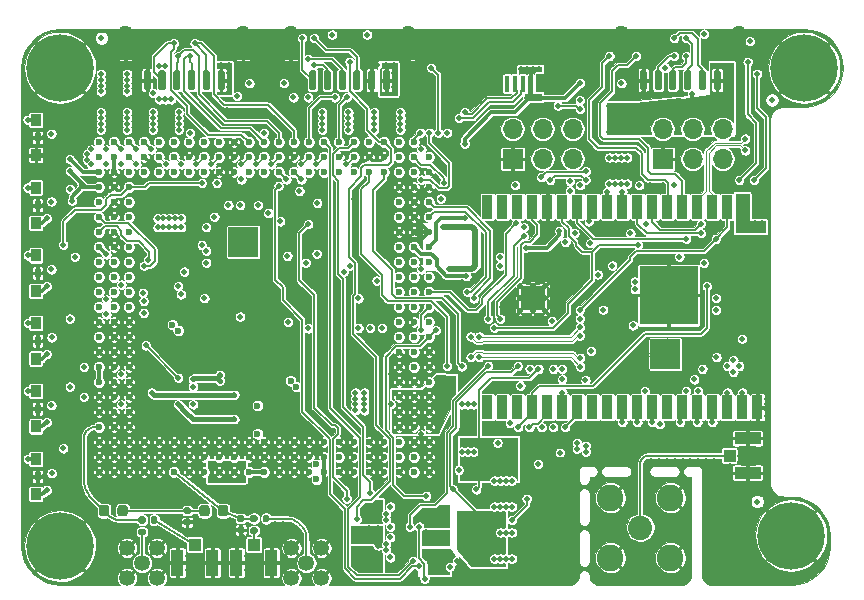
<source format=gbr>
%TF.GenerationSoftware,KiCad,Pcbnew,(5.1.10)-1*%
%TF.CreationDate,2021-08-17T14:43:39+02:00*%
%TF.ProjectId,mowi,6d6f7769-2e6b-4696-9361-645f70636258,v1.0*%
%TF.SameCoordinates,Original*%
%TF.FileFunction,Copper,L1,Top*%
%TF.FilePolarity,Positive*%
%FSLAX46Y46*%
G04 Gerber Fmt 4.6, Leading zero omitted, Abs format (unit mm)*
G04 Created by KiCad (PCBNEW (5.1.10)-1) date 2021-08-17 14:43:39*
%MOMM*%
%LPD*%
G01*
G04 APERTURE LIST*
%TA.AperFunction,SMDPad,CuDef*%
%ADD10R,1.000000X1.900000*%
%TD*%
%TA.AperFunction,SMDPad,CuDef*%
%ADD11R,1.800000X1.900000*%
%TD*%
%TA.AperFunction,SMDPad,CuDef*%
%ADD12R,1.650000X1.300000*%
%TD*%
%TA.AperFunction,SMDPad,CuDef*%
%ADD13R,1.425000X1.550000*%
%TD*%
%TA.AperFunction,SMDPad,CuDef*%
%ADD14R,0.450000X1.380000*%
%TD*%
%TA.AperFunction,SMDPad,CuDef*%
%ADD15R,1.300000X1.000000*%
%TD*%
%TA.AperFunction,SMDPad,CuDef*%
%ADD16R,0.900000X1.000000*%
%TD*%
%TA.AperFunction,SMDPad,CuDef*%
%ADD17R,0.600000X0.800000*%
%TD*%
%TA.AperFunction,SMDPad,CuDef*%
%ADD18R,2.100000X2.100000*%
%TD*%
%TA.AperFunction,ComponentPad*%
%ADD19C,0.500000*%
%TD*%
%TA.AperFunction,SMDPad,CuDef*%
%ADD20R,2.500000X2.500000*%
%TD*%
%TA.AperFunction,ComponentPad*%
%ADD21R,1.700000X1.700000*%
%TD*%
%TA.AperFunction,ComponentPad*%
%ADD22O,1.700000X1.700000*%
%TD*%
%TA.AperFunction,ComponentPad*%
%ADD23C,1.348000*%
%TD*%
%TA.AperFunction,SMDPad,CuDef*%
%ADD24C,0.600000*%
%TD*%
%TA.AperFunction,SMDPad,CuDef*%
%ADD25R,4.970000X4.970000*%
%TD*%
%TA.AperFunction,SMDPad,CuDef*%
%ADD26R,0.900000X2.000000*%
%TD*%
%TA.AperFunction,SMDPad,CuDef*%
%ADD27R,2.400000X1.000000*%
%TD*%
%TA.AperFunction,SMDPad,CuDef*%
%ADD28C,0.500000*%
%TD*%
%TA.AperFunction,SMDPad,CuDef*%
%ADD29R,1.050000X1.050000*%
%TD*%
%TA.AperFunction,SMDPad,CuDef*%
%ADD30R,1.050000X2.200000*%
%TD*%
%TA.AperFunction,SMDPad,CuDef*%
%ADD31R,2.200000X1.050000*%
%TD*%
%TA.AperFunction,ComponentPad*%
%ADD32C,2.250000*%
%TD*%
%TA.AperFunction,ComponentPad*%
%ADD33C,2.050000*%
%TD*%
%TA.AperFunction,ComponentPad*%
%ADD34C,5.700000*%
%TD*%
%TA.AperFunction,ViaPad*%
%ADD35C,0.500000*%
%TD*%
%TA.AperFunction,ViaPad*%
%ADD36C,0.600000*%
%TD*%
%TA.AperFunction,Conductor*%
%ADD37C,0.350000*%
%TD*%
%TA.AperFunction,Conductor*%
%ADD38C,0.145000*%
%TD*%
%TA.AperFunction,Conductor*%
%ADD39C,0.154000*%
%TD*%
%TA.AperFunction,Conductor*%
%ADD40C,0.125000*%
%TD*%
%TA.AperFunction,Conductor*%
%ADD41C,0.150000*%
%TD*%
%TA.AperFunction,Conductor*%
%ADD42C,0.300000*%
%TD*%
%TA.AperFunction,Conductor*%
%ADD43C,0.500000*%
%TD*%
%TA.AperFunction,Conductor*%
%ADD44C,0.450000*%
%TD*%
%TA.AperFunction,Conductor*%
%ADD45C,0.100000*%
%TD*%
G04 APERTURE END LIST*
D10*
%TO.P,J7,6*%
%TO.N,GND*%
X150450000Y-64690000D03*
D11*
X153150000Y-64690000D03*
D12*
X148625000Y-64690000D03*
X155375000Y-64690000D03*
D13*
X149512500Y-67265000D03*
X154487500Y-67265000D03*
D14*
%TO.P,J7,5*%
X150700000Y-67350000D03*
%TO.P,J7,4*%
%TO.N,N/C*%
X151350000Y-67350000D03*
%TO.P,J7,3*%
%TO.N,/USB_HUB/USB_UP0_P*%
X152000000Y-67350000D03*
%TO.P,J7,2*%
%TO.N,/USB_HUB/USB_UP0_N*%
X152650000Y-67350000D03*
%TO.P,J7,1*%
%TO.N,/VBUS.USB*%
X153300000Y-67350000D03*
%TD*%
D15*
%TO.P,SW1,6*%
%TO.N,+5V*%
X145350000Y-107450000D03*
%TO.P,SW1,5*%
%TO.N,/TTL_ESP*%
X145350000Y-105700000D03*
%TO.P,SW1,4*%
%TO.N,+3V3*%
X145350000Y-103950000D03*
%TO.P,SW1,3*%
%TO.N,+5V*%
X140050000Y-107450000D03*
%TO.P,SW1,2*%
%TO.N,/TTL_MSC*%
X140050000Y-105700000D03*
%TO.P,SW1,1*%
%TO.N,+3V3*%
X140050000Y-103950000D03*
%TD*%
D16*
%TO.P,D7,1*%
%TO.N,Net-(D7-Pad1)*%
X111450000Y-102100000D03*
%TO.P,D7,2*%
%TO.N,Net-(D7-Pad2)*%
X111450000Y-99100000D03*
D17*
%TO.P,D7,3*%
%TO.N,GND*%
X111600000Y-100600000D03*
%TD*%
D16*
%TO.P,D6,1*%
%TO.N,Net-(D6-Pad1)*%
X111450000Y-96360000D03*
%TO.P,D6,2*%
%TO.N,Net-(D6-Pad2)*%
X111450000Y-93360000D03*
D17*
%TO.P,D6,3*%
%TO.N,GND*%
X111600000Y-94860000D03*
%TD*%
D16*
%TO.P,D5,1*%
%TO.N,Net-(D5-Pad1)*%
X111450000Y-90620000D03*
%TO.P,D5,2*%
%TO.N,Net-(D5-Pad2)*%
X111450000Y-87620000D03*
D17*
%TO.P,D5,3*%
%TO.N,GND*%
X111600000Y-89120000D03*
%TD*%
D16*
%TO.P,D4,1*%
%TO.N,Net-(D4-Pad1)*%
X111450000Y-84880000D03*
%TO.P,D4,2*%
%TO.N,Net-(D4-Pad2)*%
X111450000Y-81880000D03*
D17*
%TO.P,D4,3*%
%TO.N,GND*%
X111600000Y-83380000D03*
%TD*%
D16*
%TO.P,D3,1*%
%TO.N,Net-(D3-Pad1)*%
X111450000Y-79140000D03*
%TO.P,D3,2*%
%TO.N,Net-(D3-Pad2)*%
X111450000Y-76140000D03*
D17*
%TO.P,D3,3*%
%TO.N,GND*%
X111600000Y-77640000D03*
%TD*%
D16*
%TO.P,D2,1*%
%TO.N,GND*%
X111450000Y-73400000D03*
%TO.P,D2,2*%
%TO.N,Net-(D2-Pad2)*%
X111450000Y-70400000D03*
D17*
%TO.P,D2,3*%
%TO.N,GND*%
X111600000Y-71900000D03*
%TD*%
D18*
%TO.P,U7,25*%
%TO.N,GND*%
X153500000Y-85500000D03*
D19*
X154550000Y-84450000D03*
X153500000Y-84450000D03*
X152450000Y-84450000D03*
X154550000Y-85500000D03*
X153500000Y-85500000D03*
X152450000Y-85500000D03*
X154550000Y-86550000D03*
X153500000Y-86550000D03*
X152450000Y-86550000D03*
%TD*%
D20*
%TO.P,U21,33*%
%TO.N,GND*%
X129000000Y-80750000D03*
D19*
X128000000Y-79750000D03*
X128000000Y-80750000D03*
X128000000Y-81750000D03*
X129000000Y-79750000D03*
X129000000Y-80750000D03*
X129000000Y-81750000D03*
X130000000Y-79750000D03*
X130000000Y-80750000D03*
X130000000Y-81750000D03*
%TD*%
D20*
%TO.P,U22,33*%
%TO.N,GND*%
X164750000Y-90250000D03*
D19*
X165750000Y-89250000D03*
X164750000Y-89250000D03*
X163750000Y-89250000D03*
X165750000Y-90250000D03*
X164750000Y-90250000D03*
X163750000Y-90250000D03*
X165750000Y-91250000D03*
X164750000Y-91250000D03*
X163750000Y-91250000D03*
%TD*%
D21*
%TO.P,J10,1*%
%TO.N,GND*%
X164510000Y-73715000D03*
D22*
%TO.P,J10,2*%
%TO.N,+3V3*%
X164510000Y-71175000D03*
%TO.P,J10,3*%
%TO.N,/Sensor.VP*%
X167050000Y-73715000D03*
%TO.P,J10,4*%
%TO.N,/Sensor.VN*%
X167050000Y-71175000D03*
%TO.P,J10,5*%
%TO.N,/Sensor.SCL*%
X169590000Y-73715000D03*
%TO.P,J10,6*%
%TO.N,/Sensor.SDA*%
X169590000Y-71175000D03*
%TD*%
D21*
%TO.P,J8,1*%
%TO.N,GND*%
X151810000Y-73715000D03*
D22*
%TO.P,J8,2*%
%TO.N,/Connectors/ADV_M_~RST*%
X151810000Y-71175000D03*
%TO.P,J8,3*%
%TO.N,/Connectors/ADV_GP1*%
X154350000Y-73715000D03*
%TO.P,J8,4*%
%TO.N,/Connectors/ADV_GP2*%
X154350000Y-71175000D03*
%TO.P,J8,5*%
%TO.N,/Connectors/ADV_EventB*%
X156890000Y-73715000D03*
%TO.P,J8,6*%
%TO.N,/Connectors/ADV_LOG_BUT*%
X156890000Y-71175000D03*
%TD*%
D23*
%TO.P,J5,2*%
%TO.N,GND*%
X121710000Y-106635000D03*
X119170000Y-106635000D03*
X119170000Y-109175000D03*
X121710000Y-109175000D03*
%TO.P,J5,1*%
%TO.N,Net-(J5-Pad1)*%
X120440000Y-107905000D03*
%TD*%
%TO.P,J3,2*%
%TO.N,GND*%
X135620000Y-106635000D03*
X133080000Y-106635000D03*
X133080000Y-109175000D03*
X135620000Y-109175000D03*
%TO.P,J3,1*%
%TO.N,Net-(J3-Pad1)*%
X134350000Y-107905000D03*
%TD*%
D24*
%TO.P,U23,AC23*%
%TO.N,GND*%
X116780000Y-100220000D03*
%TO.P,U23,AB23*%
X118050000Y-100220000D03*
%TO.P,U23,AA23*%
X119320000Y-100220000D03*
%TO.P,U23,Y23*%
X120590000Y-100220000D03*
%TO.P,U23,W23*%
X121860000Y-100220000D03*
%TO.P,U23,V23*%
%TO.N,/ANT_2*%
X123130000Y-100220000D03*
%TO.P,U23,U23*%
%TO.N,GND*%
X124400000Y-100220000D03*
%TO.P,U23,T23*%
X125670000Y-100220000D03*
%TO.P,U23,R23*%
%TO.N,/VANT*%
X126940000Y-100220000D03*
%TO.P,U23,P23*%
X128210000Y-100220000D03*
%TO.P,U23,N23*%
%TO.N,/TXCO_2V8*%
X129480000Y-100220000D03*
%TO.P,U23,M23*%
X130750000Y-100220000D03*
%TO.P,U23,L23*%
%TO.N,GND*%
X132020000Y-100220000D03*
%TO.P,U23,K23*%
X133290000Y-100220000D03*
%TO.P,U23,J23*%
X134560000Y-100220000D03*
%TO.P,U23,H23*%
X135830000Y-100220000D03*
%TO.P,U23,G23*%
X137100000Y-100220000D03*
%TO.P,U23,F23*%
X138370000Y-100220000D03*
%TO.P,U23,E23*%
X139640000Y-100220000D03*
%TO.P,U23,D23*%
X140910000Y-100220000D03*
%TO.P,U23,C23*%
X142180000Y-100220000D03*
%TO.P,U23,B23*%
%TO.N,N/C*%
X143450000Y-100220000D03*
%TO.P,U23,A23*%
%TO.N,GND*%
X144720000Y-100220000D03*
%TO.P,U23,AC22*%
X116780000Y-98950000D03*
%TO.P,U23,AB22*%
X118050000Y-98950000D03*
%TO.P,U23,AA22*%
X119320000Y-98950000D03*
%TO.P,U23,Y22*%
X120590000Y-98950000D03*
%TO.P,U23,W22*%
X121860000Y-98950000D03*
%TO.P,U23,V22*%
X123130000Y-98950000D03*
%TO.P,U23,U22*%
X124400000Y-98950000D03*
%TO.P,U23,T22*%
X125670000Y-98950000D03*
%TO.P,U23,R22*%
X126940000Y-98950000D03*
%TO.P,U23,P22*%
X128210000Y-98950000D03*
%TO.P,U23,N22*%
X129480000Y-98950000D03*
%TO.P,U23,M22*%
X130750000Y-98950000D03*
%TO.P,U23,L22*%
X132020000Y-98950000D03*
%TO.P,U23,K22*%
X133290000Y-98950000D03*
%TO.P,U23,J22*%
X134560000Y-98950000D03*
%TO.P,U23,H22*%
X135830000Y-98950000D03*
%TO.P,U23,G22*%
%TO.N,N/C*%
X137100000Y-98950000D03*
%TO.P,U23,F22*%
%TO.N,GND*%
X138370000Y-98950000D03*
%TO.P,U23,E22*%
X139640000Y-98950000D03*
%TO.P,U23,D22*%
X140910000Y-98950000D03*
%TO.P,U23,C22*%
%TO.N,N/C*%
X142180000Y-98950000D03*
%TO.P,U23,B22*%
X143450000Y-98950000D03*
%TO.P,U23,A22*%
%TO.N,GND*%
X144720000Y-98950000D03*
%TO.P,U23,AC21*%
X116780000Y-97680000D03*
%TO.P,U23,AB21*%
X118050000Y-97680000D03*
%TO.P,U23,AA21*%
X119320000Y-97680000D03*
%TO.P,U23,Y21*%
X120590000Y-97680000D03*
%TO.P,U23,W21*%
X121860000Y-97680000D03*
%TO.P,U23,V21*%
X123130000Y-97680000D03*
%TO.P,U23,U21*%
X124400000Y-97680000D03*
%TO.P,U23,T21*%
X125670000Y-97680000D03*
%TO.P,U23,R21*%
X126940000Y-97680000D03*
%TO.P,U23,P21*%
X128210000Y-97680000D03*
%TO.P,U23,N21*%
X129480000Y-97680000D03*
%TO.P,U23,M21*%
X130750000Y-97680000D03*
%TO.P,U23,L21*%
X132020000Y-97680000D03*
%TO.P,U23,K21*%
X133290000Y-97680000D03*
%TO.P,U23,J21*%
X134560000Y-97680000D03*
%TO.P,U23,H21*%
X135830000Y-97680000D03*
%TO.P,U23,G21*%
X137100000Y-97680000D03*
%TO.P,U23,F21*%
X138370000Y-97680000D03*
%TO.P,U23,E21*%
X139640000Y-97680000D03*
%TO.P,U23,D21*%
X140910000Y-97680000D03*
%TO.P,U23,C21*%
%TO.N,N/C*%
X142180000Y-97680000D03*
%TO.P,U23,B21*%
%TO.N,GND*%
X143450000Y-97680000D03*
%TO.P,U23,A21*%
X144720000Y-97680000D03*
%TO.P,U23,AC20*%
%TO.N,/ANT_1*%
X116780000Y-96410000D03*
%TO.P,U23,AB20*%
%TO.N,GND*%
X118050000Y-96410000D03*
%TO.P,U23,AA20*%
X119320000Y-96410000D03*
%TO.P,U23,C20*%
%TO.N,+3V3*%
X142180000Y-96410000D03*
%TO.P,U23,B20*%
X143450000Y-96410000D03*
%TO.P,U23,A20*%
X144720000Y-96410000D03*
%TO.P,U23,AC19*%
%TO.N,GND*%
X116780000Y-95140000D03*
%TO.P,U23,AB19*%
X118050000Y-95140000D03*
%TO.P,U23,AA19*%
X119320000Y-95140000D03*
%TO.P,U23,C19*%
%TO.N,+3V3*%
X142180000Y-95140000D03*
%TO.P,U23,B19*%
X143450000Y-95140000D03*
%TO.P,U23,A19*%
X144720000Y-95140000D03*
%TO.P,U23,AC18*%
%TO.N,GND*%
X116780000Y-93870000D03*
%TO.P,U23,AB18*%
X118050000Y-93870000D03*
%TO.P,U23,AA18*%
X119320000Y-93870000D03*
%TO.P,U23,C18*%
%TO.N,+3V3*%
X142180000Y-93870000D03*
%TO.P,U23,B18*%
X143450000Y-93870000D03*
%TO.P,U23,A18*%
X144720000Y-93870000D03*
%TO.P,U23,AC17*%
%TO.N,/TXCO_REF*%
X116780000Y-92600000D03*
%TO.P,U23,AB17*%
%TO.N,GND*%
X118050000Y-92600000D03*
%TO.P,U23,AA17*%
X119320000Y-92600000D03*
%TO.P,U23,C17*%
X142180000Y-92600000D03*
%TO.P,U23,B17*%
X143450000Y-92600000D03*
%TO.P,U23,A17*%
X144720000Y-92600000D03*
%TO.P,U23,AC16*%
%TO.N,/TXCO_REF*%
X116780000Y-91330000D03*
%TO.P,U23,AB16*%
%TO.N,GND*%
X118050000Y-91330000D03*
%TO.P,U23,AA16*%
X119320000Y-91330000D03*
%TO.P,U23,C16*%
X142180000Y-91330000D03*
%TO.P,U23,B16*%
%TO.N,N/C*%
X143450000Y-91330000D03*
%TO.P,U23,A16*%
%TO.N,GND*%
X144720000Y-91330000D03*
%TO.P,U23,AC15*%
X116780000Y-90060000D03*
%TO.P,U23,AB15*%
X118050000Y-90060000D03*
%TO.P,U23,AA15*%
X119320000Y-90060000D03*
%TO.P,U23,C15*%
X142180000Y-90060000D03*
%TO.P,U23,B15*%
%TO.N,N/C*%
X143450000Y-90060000D03*
%TO.P,U23,A15*%
%TO.N,GND*%
X144720000Y-90060000D03*
%TO.P,U23,AC14*%
%TO.N,N/C*%
X116780000Y-88790000D03*
%TO.P,U23,AB14*%
%TO.N,GND*%
X118050000Y-88790000D03*
%TO.P,U23,AA14*%
X119320000Y-88790000D03*
%TO.P,U23,C14*%
%TO.N,N/C*%
X142180000Y-88790000D03*
%TO.P,U23,B14*%
X143450000Y-88790000D03*
%TO.P,U23,A14*%
%TO.N,/LED_GP*%
X144720000Y-88790000D03*
%TO.P,U23,AC13*%
%TO.N,GND*%
X116780000Y-87520000D03*
%TO.P,U23,AB13*%
X118050000Y-87520000D03*
%TO.P,U23,AA13*%
X119320000Y-87520000D03*
%TO.P,U23,C13*%
%TO.N,N/C*%
X142180000Y-87520000D03*
%TO.P,U23,B13*%
%TO.N,GND*%
X143450000Y-87520000D03*
%TO.P,U23,A13*%
%TO.N,N/C*%
X144720000Y-87520000D03*
%TO.P,U23,AC12*%
X116780000Y-86250000D03*
%TO.P,U23,AB12*%
X118050000Y-86250000D03*
%TO.P,U23,AA12*%
X119320000Y-86250000D03*
%TO.P,U23,C12*%
X142180000Y-86250000D03*
%TO.P,U23,B12*%
X143450000Y-86250000D03*
%TO.P,U23,A12*%
%TO.N,/MSC_RDY*%
X144720000Y-86250000D03*
%TO.P,U23,AC11*%
%TO.N,N/C*%
X116780000Y-84980000D03*
%TO.P,U23,AB11*%
X118050000Y-84980000D03*
%TO.P,U23,AA11*%
X119320000Y-84980000D03*
%TO.P,U23,C11*%
X142180000Y-84980000D03*
%TO.P,U23,B11*%
X143450000Y-84980000D03*
%TO.P,U23,A11*%
%TO.N,/MSC_~RST*%
X144720000Y-84980000D03*
%TO.P,U23,AC10*%
%TO.N,N/C*%
X116780000Y-83710000D03*
%TO.P,U23,AB10*%
X118050000Y-83710000D03*
%TO.P,U23,AA10*%
X119320000Y-83710000D03*
%TO.P,U23,C10*%
X142180000Y-83710000D03*
%TO.P,U23,B10*%
X143450000Y-83710000D03*
%TO.P,U23,A10*%
X144720000Y-83710000D03*
%TO.P,U23,AC9*%
X116780000Y-82440000D03*
%TO.P,U23,AB9*%
X118050000Y-82440000D03*
%TO.P,U23,AA9*%
X119320000Y-82440000D03*
%TO.P,U23,C9*%
X142180000Y-82440000D03*
%TO.P,U23,B9*%
X143450000Y-82440000D03*
%TO.P,U23,A9*%
X144720000Y-82440000D03*
%TO.P,U23,AC8*%
%TO.N,/PPSO_1V8*%
X116780000Y-81170000D03*
%TO.P,U23,AB8*%
%TO.N,GND*%
X118050000Y-81170000D03*
%TO.P,U23,AA8*%
%TO.N,N/C*%
X119320000Y-81170000D03*
%TO.P,U23,C8*%
X142180000Y-81170000D03*
%TO.P,U23,B8*%
%TO.N,+3V3*%
X143450000Y-81170000D03*
%TO.P,U23,A8*%
%TO.N,+5V*%
X144720000Y-81170000D03*
%TO.P,U23,AC7*%
%TO.N,/EventB_1V8*%
X116780000Y-79900000D03*
%TO.P,U23,AB7*%
%TO.N,GND*%
X118050000Y-79900000D03*
%TO.P,U23,AA7*%
%TO.N,N/C*%
X119320000Y-79900000D03*
%TO.P,U23,C7*%
%TO.N,GND*%
X142180000Y-79900000D03*
%TO.P,U23,B7*%
X143450000Y-79900000D03*
%TO.P,U23,A7*%
X144720000Y-79900000D03*
%TO.P,U23,AC6*%
%TO.N,/EventA_1V8*%
X116780000Y-78630000D03*
%TO.P,U23,AB6*%
%TO.N,GND*%
X118050000Y-78630000D03*
%TO.P,U23,AA6*%
%TO.N,N/C*%
X119320000Y-78630000D03*
%TO.P,U23,C6*%
X142180000Y-78630000D03*
%TO.P,U23,B6*%
%TO.N,GND*%
X143450000Y-78630000D03*
%TO.P,U23,A6*%
%TO.N,/MSC_USB_N*%
X144720000Y-78630000D03*
%TO.P,U23,AC5*%
%TO.N,N/C*%
X116780000Y-77360000D03*
%TO.P,U23,AB5*%
%TO.N,GND*%
X118050000Y-77360000D03*
%TO.P,U23,AA5*%
%TO.N,N/C*%
X119320000Y-77360000D03*
%TO.P,U23,C5*%
X142180000Y-77360000D03*
%TO.P,U23,B5*%
%TO.N,GND*%
X143450000Y-77360000D03*
%TO.P,U23,A5*%
%TO.N,/MSC_USB_P*%
X144720000Y-77360000D03*
%TO.P,U23,AC4*%
%TO.N,+1V8*%
X116780000Y-76090000D03*
%TO.P,U23,AB4*%
%TO.N,GND*%
X118050000Y-76090000D03*
%TO.P,U23,AA4*%
%TO.N,/GP1*%
X119320000Y-76090000D03*
%TO.P,U23,C4*%
%TO.N,GND*%
X142180000Y-76090000D03*
%TO.P,U23,B4*%
X143450000Y-76090000D03*
%TO.P,U23,A4*%
X144720000Y-76090000D03*
%TO.P,U23,AC3*%
%TO.N,/Mosaic/SYNC*%
X116780000Y-74820000D03*
%TO.P,U23,AB3*%
%TO.N,GND*%
X118050000Y-74820000D03*
%TO.P,U23,AA3*%
%TO.N,N/C*%
X119320000Y-74820000D03*
%TO.P,U23,Y3*%
X120590000Y-74820000D03*
%TO.P,U23,W3*%
X121860000Y-74820000D03*
%TO.P,U23,V3*%
X123130000Y-74820000D03*
%TO.P,U23,U3*%
X124400000Y-74820000D03*
%TO.P,U23,T3*%
X125670000Y-74820000D03*
%TO.P,U23,R3*%
%TO.N,GND*%
X126940000Y-74820000D03*
%TO.P,U23,P3*%
X128210000Y-74820000D03*
%TO.P,U23,N3*%
%TO.N,N/C*%
X129480000Y-74820000D03*
%TO.P,U23,M3*%
X130750000Y-74820000D03*
%TO.P,U23,L3*%
%TO.N,/GP2*%
X132020000Y-74820000D03*
%TO.P,U23,K3*%
%TO.N,/LOG_BUT*%
X133290000Y-74820000D03*
%TO.P,U23,J3*%
%TO.N,N/C*%
X134560000Y-74820000D03*
%TO.P,U23,H3*%
X135830000Y-74820000D03*
%TO.P,U23,G3*%
X137100000Y-74820000D03*
%TO.P,U23,F3*%
X138370000Y-74820000D03*
%TO.P,U23,E3*%
%TO.N,/COM4_TX*%
X139640000Y-74820000D03*
%TO.P,U23,D3*%
%TO.N,/COM4_RX*%
X140910000Y-74820000D03*
%TO.P,U23,C3*%
%TO.N,N/C*%
X142180000Y-74820000D03*
%TO.P,U23,B3*%
X143450000Y-74820000D03*
%TO.P,U23,A3*%
%TO.N,GND*%
X144720000Y-74820000D03*
%TO.P,U23,AC2*%
%TO.N,N/C*%
X116780000Y-73550000D03*
%TO.P,U23,AB2*%
%TO.N,GND*%
X118050000Y-73550000D03*
%TO.P,U23,AA2*%
%TO.N,/EtherMSC.CLK*%
X119320000Y-73550000D03*
%TO.P,U23,Y2*%
%TO.N,GND*%
X120590000Y-73550000D03*
%TO.P,U23,W2*%
%TO.N,/EtherMSC.MDIO*%
X121860000Y-73550000D03*
%TO.P,U23,V2*%
%TO.N,/EtherMSC.MDC*%
X123130000Y-73550000D03*
%TO.P,U23,U2*%
%TO.N,GND*%
X124400000Y-73550000D03*
%TO.P,U23,T2*%
%TO.N,/EtherMSC.RXD1*%
X125670000Y-73550000D03*
%TO.P,U23,R2*%
%TO.N,/EtherMSC.RXD0*%
X126940000Y-73550000D03*
%TO.P,U23,P2*%
%TO.N,GND*%
X128210000Y-73550000D03*
%TO.P,U23,N2*%
%TO.N,/EtherMSC.CRSDV*%
X129480000Y-73550000D03*
%TO.P,U23,M2*%
%TO.N,/EtherMSC.RXER*%
X130750000Y-73550000D03*
%TO.P,U23,L2*%
%TO.N,/EtherMSC.TXEN*%
X132020000Y-73550000D03*
%TO.P,U23,K2*%
%TO.N,GND*%
X133290000Y-73550000D03*
%TO.P,U23,J2*%
%TO.N,/EtherMSC.TXD0*%
X134560000Y-73550000D03*
%TO.P,U23,H2*%
%TO.N,/EtherMSC.TXD1*%
X135830000Y-73550000D03*
%TO.P,U23,G2*%
%TO.N,GND*%
X137100000Y-73550000D03*
%TO.P,U23,F2*%
%TO.N,/EtherMSC.~RST*%
X138370000Y-73550000D03*
%TO.P,U23,E2*%
%TO.N,GND*%
X139640000Y-73550000D03*
%TO.P,U23,D2*%
X140910000Y-73550000D03*
%TO.P,U23,C2*%
%TO.N,N/C*%
X142180000Y-73550000D03*
%TO.P,U23,B2*%
%TO.N,/LOG_LED*%
X143450000Y-73550000D03*
%TO.P,U23,A2*%
%TO.N,N/C*%
X144720000Y-73550000D03*
%TO.P,U23,AC1*%
X116780000Y-72280000D03*
%TO.P,U23,AB1*%
%TO.N,/SDcard.CMD*%
X118050000Y-72280000D03*
%TO.P,U23,AA1*%
%TO.N,/SDcard.CLK*%
X119320000Y-72280000D03*
%TO.P,U23,Y1*%
%TO.N,/SDcard.DATA*%
X120590000Y-72280000D03*
%TO.P,U23,W1*%
%TO.N,N/C*%
X121860000Y-72280000D03*
%TO.P,U23,V1*%
X123130000Y-72280000D03*
%TO.P,U23,U1*%
X124400000Y-72280000D03*
%TO.P,U23,T1*%
X125670000Y-72280000D03*
%TO.P,U23,R1*%
X126940000Y-72280000D03*
%TO.P,U23,P1*%
%TO.N,GND*%
X128210000Y-72280000D03*
%TO.P,U23,N1*%
%TO.N,/SerialPXH.CTS*%
X129480000Y-72280000D03*
%TO.P,U23,M1*%
%TO.N,/SerialPXH.TX*%
X130750000Y-72280000D03*
%TO.P,U23,L1*%
%TO.N,/SerialPXH.RTS*%
X132020000Y-72280000D03*
%TO.P,U23,K1*%
%TO.N,/SerialPXH.RX*%
X133290000Y-72280000D03*
%TO.P,U23,J1*%
%TO.N,/SerialAXM.CTS*%
X134560000Y-72280000D03*
%TO.P,U23,H1*%
%TO.N,/SerialAXM.TX*%
X135830000Y-72280000D03*
%TO.P,U23,G1*%
%TO.N,/SerialAXM.RTS*%
X137100000Y-72280000D03*
%TO.P,U23,F1*%
%TO.N,/SerialAXM.RX*%
X138370000Y-72280000D03*
%TO.P,U23,E1*%
%TO.N,N/C*%
X139640000Y-72280000D03*
%TO.P,U23,D1*%
%TO.N,/SerialMSC.TX*%
X140910000Y-72280000D03*
%TO.P,U23,C1*%
%TO.N,N/C*%
X142180000Y-72280000D03*
%TO.P,U23,B1*%
%TO.N,/SerialMSC.RX*%
X143450000Y-72280000D03*
%TD*%
D19*
%TO.P,U1,39*%
%TO.N,GND*%
X165030000Y-86167500D03*
X165947500Y-85250000D03*
X165030000Y-84332500D03*
X164112500Y-85250000D03*
D25*
X165030000Y-85250000D03*
D19*
X164112500Y-86167500D03*
X164112500Y-84332500D03*
X165947500Y-86167500D03*
X165947500Y-84332500D03*
D26*
%TO.P,U1,1*%
X172530000Y-77750000D03*
%TO.P,U1,2*%
%TO.N,+3V3*%
X171260000Y-77750000D03*
%TO.P,U1,3*%
%TO.N,/ESP_EN*%
X169990000Y-77750000D03*
%TO.P,U1,4*%
%TO.N,/Sensor.VP*%
X168720000Y-77750000D03*
%TO.P,U1,5*%
%TO.N,/Sensor.VN*%
X167450000Y-77750000D03*
%TO.P,U1,6*%
%TO.N,/SerialU1.RX*%
X166180000Y-77750000D03*
%TO.P,U1,7*%
%TO.N,/SerialU1.CTS*%
X164910000Y-77750000D03*
%TO.P,U1,8*%
%TO.N,/SerialU1.TX*%
X163640000Y-77750000D03*
%TO.P,U1,9*%
%TO.N,/SerialU1.RTS*%
X162370000Y-77750000D03*
%TO.P,U1,10*%
%TO.N,/EtherESP.RXD0*%
X161100000Y-77750000D03*
%TO.P,U1,11*%
%TO.N,/EtherESP.RXD1*%
X159830000Y-77750000D03*
%TO.P,U1,12*%
%TO.N,/EtherESP.CRSDV*%
X158560000Y-77750000D03*
%TO.P,U1,13*%
%TO.N,/Sensor.SCL*%
X157290000Y-77750000D03*
%TO.P,U1,14*%
%TO.N,/LED_WiFi*%
X156020000Y-77750000D03*
%TO.P,U1,15*%
%TO.N,GND*%
X154750000Y-77750000D03*
%TO.P,U1,16*%
%TO.N,/LED_Bt*%
X153480000Y-77750000D03*
%TO.P,U1,17*%
%TO.N,N/C*%
X152210000Y-77750000D03*
%TO.P,U1,18*%
X150940000Y-77750000D03*
%TO.P,U1,19*%
X149670000Y-77750000D03*
%TO.P,U1,20*%
X149670000Y-94750000D03*
%TO.P,U1,21*%
X150940000Y-94750000D03*
%TO.P,U1,22*%
X152210000Y-94750000D03*
%TO.P,U1,23*%
%TO.N,/Sensor.SDA*%
X153480000Y-94750000D03*
%TO.P,U1,24*%
%TO.N,/U2_TX*%
X154750000Y-94750000D03*
%TO.P,U1,25*%
%TO.N,/EtherESP.CLK*%
X156020000Y-94750000D03*
%TO.P,U1,26*%
%TO.N,/U2_RX*%
X157290000Y-94750000D03*
%TO.P,U1,27*%
%TO.N,N/C*%
X158560000Y-94750000D03*
%TO.P,U1,28*%
X159830000Y-94750000D03*
%TO.P,U1,29*%
%TO.N,/EtherESP.~RST*%
X161100000Y-94750000D03*
%TO.P,U1,30*%
%TO.N,/EtherESP.MDIO*%
X162370000Y-94750000D03*
%TO.P,U1,31*%
%TO.N,/EtherESP.TXD0*%
X163640000Y-94750000D03*
%TO.P,U1,32*%
%TO.N,N/C*%
X164910000Y-94750000D03*
%TO.P,U1,33*%
%TO.N,/EtherESP.TXEN*%
X166180000Y-94750000D03*
%TO.P,U1,34*%
%TO.N,/SerialU0.RX*%
X167450000Y-94750000D03*
%TO.P,U1,35*%
%TO.N,/SerialU0.TX*%
X168720000Y-94750000D03*
%TO.P,U1,36*%
%TO.N,/EtherESP.TXD1*%
X169990000Y-94750000D03*
%TO.P,U1,37*%
%TO.N,/EtherESP.MDC*%
X171260000Y-94750000D03*
%TO.P,U1,38*%
%TO.N,GND*%
X172530000Y-94750000D03*
%TD*%
D27*
%TO.P,SW3,2*%
%TO.N,GND*%
X155550000Y-105700000D03*
%TO.P,SW3,1*%
%TO.N,/ESP_BOOT*%
X148950000Y-105700000D03*
%TD*%
%TO.P,SW2,2*%
%TO.N,GND*%
X155550000Y-99500000D03*
%TO.P,SW2,1*%
%TO.N,/ESP_EN*%
X148950000Y-99500000D03*
%TD*%
D28*
%TO.P,FID3,*%
%TO.N,*%
X172530000Y-102720000D03*
%TD*%
%TO.P,FID2,*%
%TO.N,*%
X117000000Y-63500000D03*
%TD*%
%TO.P,FID1,*%
%TO.N,*%
X173780000Y-68720000D03*
%TD*%
D29*
%TO.P,J4,1*%
%TO.N,Net-(J4-Pad1)*%
X129900000Y-106375000D03*
D30*
%TO.P,J4,2*%
%TO.N,GND*%
X128425000Y-107900000D03*
X131375000Y-107900000D03*
%TD*%
D29*
%TO.P,J6,1*%
%TO.N,Net-(J6-Pad1)*%
X124900000Y-106375000D03*
D30*
%TO.P,J6,2*%
%TO.N,GND*%
X123425000Y-107900000D03*
X126375000Y-107900000D03*
%TD*%
D29*
%TO.P,J1,1*%
%TO.N,/ANT_ESP*%
X170175000Y-98825000D03*
D31*
%TO.P,J1,2*%
%TO.N,GND*%
X171700000Y-100300000D03*
X171700000Y-97350000D03*
%TD*%
%TO.P,R14,2*%
%TO.N,/ANT_2*%
%TA.AperFunction,SMDPad,CuDef*%
G36*
G01*
X130085000Y-104430000D02*
X129715000Y-104430000D01*
G75*
G02*
X129580000Y-104295000I0J135000D01*
G01*
X129580000Y-104025000D01*
G75*
G02*
X129715000Y-103890000I135000J0D01*
G01*
X130085000Y-103890000D01*
G75*
G02*
X130220000Y-104025000I0J-135000D01*
G01*
X130220000Y-104295000D01*
G75*
G02*
X130085000Y-104430000I-135000J0D01*
G01*
G37*
%TD.AperFunction*%
%TO.P,R14,1*%
%TO.N,Net-(J4-Pad1)*%
%TA.AperFunction,SMDPad,CuDef*%
G36*
G01*
X130085000Y-105450000D02*
X129715000Y-105450000D01*
G75*
G02*
X129580000Y-105315000I0J135000D01*
G01*
X129580000Y-105045000D01*
G75*
G02*
X129715000Y-104910000I135000J0D01*
G01*
X130085000Y-104910000D01*
G75*
G02*
X130220000Y-105045000I0J-135000D01*
G01*
X130220000Y-105315000D01*
G75*
G02*
X130085000Y-105450000I-135000J0D01*
G01*
G37*
%TD.AperFunction*%
%TD*%
%TO.P,R13,2*%
%TO.N,/ANT_2*%
%TA.AperFunction,SMDPad,CuDef*%
G36*
G01*
X130170000Y-103975000D02*
X130170000Y-104345000D01*
G75*
G02*
X130035000Y-104480000I-135000J0D01*
G01*
X129765000Y-104480000D01*
G75*
G02*
X129630000Y-104345000I0J135000D01*
G01*
X129630000Y-103975000D01*
G75*
G02*
X129765000Y-103840000I135000J0D01*
G01*
X130035000Y-103840000D01*
G75*
G02*
X130170000Y-103975000I0J-135000D01*
G01*
G37*
%TD.AperFunction*%
%TO.P,R13,1*%
%TO.N,Net-(J3-Pad1)*%
%TA.AperFunction,SMDPad,CuDef*%
G36*
G01*
X131190000Y-103975000D02*
X131190000Y-104345000D01*
G75*
G02*
X131055000Y-104480000I-135000J0D01*
G01*
X130785000Y-104480000D01*
G75*
G02*
X130650000Y-104345000I0J135000D01*
G01*
X130650000Y-103975000D01*
G75*
G02*
X130785000Y-103840000I135000J0D01*
G01*
X131055000Y-103840000D01*
G75*
G02*
X131190000Y-103975000I0J-135000D01*
G01*
G37*
%TD.AperFunction*%
%TD*%
%TO.P,R16,2*%
%TO.N,/ANT_1*%
%TA.AperFunction,SMDPad,CuDef*%
G36*
G01*
X120710000Y-104085000D02*
X120710000Y-104455000D01*
G75*
G02*
X120575000Y-104590000I-135000J0D01*
G01*
X120305000Y-104590000D01*
G75*
G02*
X120170000Y-104455000I0J135000D01*
G01*
X120170000Y-104085000D01*
G75*
G02*
X120305000Y-103950000I135000J0D01*
G01*
X120575000Y-103950000D01*
G75*
G02*
X120710000Y-104085000I0J-135000D01*
G01*
G37*
%TD.AperFunction*%
%TO.P,R16,1*%
%TO.N,Net-(J6-Pad1)*%
%TA.AperFunction,SMDPad,CuDef*%
G36*
G01*
X121730000Y-104085000D02*
X121730000Y-104455000D01*
G75*
G02*
X121595000Y-104590000I-135000J0D01*
G01*
X121325000Y-104590000D01*
G75*
G02*
X121190000Y-104455000I0J135000D01*
G01*
X121190000Y-104085000D01*
G75*
G02*
X121325000Y-103950000I135000J0D01*
G01*
X121595000Y-103950000D01*
G75*
G02*
X121730000Y-104085000I0J-135000D01*
G01*
G37*
%TD.AperFunction*%
%TD*%
%TO.P,R15,2*%
%TO.N,/ANT_1*%
%TA.AperFunction,SMDPad,CuDef*%
G36*
G01*
X120625000Y-104540000D02*
X120255000Y-104540000D01*
G75*
G02*
X120120000Y-104405000I0J135000D01*
G01*
X120120000Y-104135000D01*
G75*
G02*
X120255000Y-104000000I135000J0D01*
G01*
X120625000Y-104000000D01*
G75*
G02*
X120760000Y-104135000I0J-135000D01*
G01*
X120760000Y-104405000D01*
G75*
G02*
X120625000Y-104540000I-135000J0D01*
G01*
G37*
%TD.AperFunction*%
%TO.P,R15,1*%
%TO.N,Net-(J5-Pad1)*%
%TA.AperFunction,SMDPad,CuDef*%
G36*
G01*
X120625000Y-105560000D02*
X120255000Y-105560000D01*
G75*
G02*
X120120000Y-105425000I0J135000D01*
G01*
X120120000Y-105155000D01*
G75*
G02*
X120255000Y-105020000I135000J0D01*
G01*
X120625000Y-105020000D01*
G75*
G02*
X120760000Y-105155000I0J-135000D01*
G01*
X120760000Y-105425000D01*
G75*
G02*
X120625000Y-105560000I-135000J0D01*
G01*
G37*
%TD.AperFunction*%
%TD*%
%TO.P,L2,2*%
%TO.N,/ANT_2*%
%TA.AperFunction,SMDPad,CuDef*%
G36*
G01*
X126850000Y-103756250D02*
X126850000Y-103243750D01*
G75*
G02*
X127068750Y-103025000I218750J0D01*
G01*
X127506250Y-103025000D01*
G75*
G02*
X127725000Y-103243750I0J-218750D01*
G01*
X127725000Y-103756250D01*
G75*
G02*
X127506250Y-103975000I-218750J0D01*
G01*
X127068750Y-103975000D01*
G75*
G02*
X126850000Y-103756250I0J218750D01*
G01*
G37*
%TD.AperFunction*%
%TO.P,L2,1*%
%TO.N,Net-(C8-Pad1)*%
%TA.AperFunction,SMDPad,CuDef*%
G36*
G01*
X125275000Y-103756250D02*
X125275000Y-103243750D01*
G75*
G02*
X125493750Y-103025000I218750J0D01*
G01*
X125931250Y-103025000D01*
G75*
G02*
X126150000Y-103243750I0J-218750D01*
G01*
X126150000Y-103756250D01*
G75*
G02*
X125931250Y-103975000I-218750J0D01*
G01*
X125493750Y-103975000D01*
G75*
G02*
X125275000Y-103756250I0J218750D01*
G01*
G37*
%TD.AperFunction*%
%TD*%
%TO.P,L1,2*%
%TO.N,Net-(C8-Pad1)*%
%TA.AperFunction,SMDPad,CuDef*%
G36*
G01*
X118350000Y-103756250D02*
X118350000Y-103243750D01*
G75*
G02*
X118568750Y-103025000I218750J0D01*
G01*
X119006250Y-103025000D01*
G75*
G02*
X119225000Y-103243750I0J-218750D01*
G01*
X119225000Y-103756250D01*
G75*
G02*
X119006250Y-103975000I-218750J0D01*
G01*
X118568750Y-103975000D01*
G75*
G02*
X118350000Y-103756250I0J218750D01*
G01*
G37*
%TD.AperFunction*%
%TO.P,L1,1*%
%TO.N,/ANT_1*%
%TA.AperFunction,SMDPad,CuDef*%
G36*
G01*
X116775000Y-103756250D02*
X116775000Y-103243750D01*
G75*
G02*
X116993750Y-103025000I218750J0D01*
G01*
X117431250Y-103025000D01*
G75*
G02*
X117650000Y-103243750I0J-218750D01*
G01*
X117650000Y-103756250D01*
G75*
G02*
X117431250Y-103975000I-218750J0D01*
G01*
X116993750Y-103975000D01*
G75*
G02*
X116775000Y-103756250I0J218750D01*
G01*
G37*
%TD.AperFunction*%
%TD*%
%TO.P,D1,2*%
%TO.N,GND*%
%TA.AperFunction,SMDPad,CuDef*%
G36*
G01*
X128607500Y-104835000D02*
X128952500Y-104835000D01*
G75*
G02*
X129100000Y-104982500I0J-147500D01*
G01*
X129100000Y-105277500D01*
G75*
G02*
X128952500Y-105425000I-147500J0D01*
G01*
X128607500Y-105425000D01*
G75*
G02*
X128460000Y-105277500I0J147500D01*
G01*
X128460000Y-104982500D01*
G75*
G02*
X128607500Y-104835000I147500J0D01*
G01*
G37*
%TD.AperFunction*%
%TO.P,D1,1*%
%TO.N,/ANT_2*%
%TA.AperFunction,SMDPad,CuDef*%
G36*
G01*
X128607500Y-103865000D02*
X128952500Y-103865000D01*
G75*
G02*
X129100000Y-104012500I0J-147500D01*
G01*
X129100000Y-104307500D01*
G75*
G02*
X128952500Y-104455000I-147500J0D01*
G01*
X128607500Y-104455000D01*
G75*
G02*
X128460000Y-104307500I0J147500D01*
G01*
X128460000Y-104012500D01*
G75*
G02*
X128607500Y-103865000I147500J0D01*
G01*
G37*
%TD.AperFunction*%
%TD*%
%TO.P,C8,2*%
%TO.N,GND*%
%TA.AperFunction,SMDPad,CuDef*%
G36*
G01*
X124080000Y-104180000D02*
X124420000Y-104180000D01*
G75*
G02*
X124560000Y-104320000I0J-140000D01*
G01*
X124560000Y-104600000D01*
G75*
G02*
X124420000Y-104740000I-140000J0D01*
G01*
X124080000Y-104740000D01*
G75*
G02*
X123940000Y-104600000I0J140000D01*
G01*
X123940000Y-104320000D01*
G75*
G02*
X124080000Y-104180000I140000J0D01*
G01*
G37*
%TD.AperFunction*%
%TO.P,C8,1*%
%TO.N,Net-(C8-Pad1)*%
%TA.AperFunction,SMDPad,CuDef*%
G36*
G01*
X124080000Y-103220000D02*
X124420000Y-103220000D01*
G75*
G02*
X124560000Y-103360000I0J-140000D01*
G01*
X124560000Y-103640000D01*
G75*
G02*
X124420000Y-103780000I-140000J0D01*
G01*
X124080000Y-103780000D01*
G75*
G02*
X123940000Y-103640000I0J140000D01*
G01*
X123940000Y-103360000D01*
G75*
G02*
X124080000Y-103220000I140000J0D01*
G01*
G37*
%TD.AperFunction*%
%TD*%
D32*
%TO.P,J2,2*%
%TO.N,GND*%
X160085000Y-107470000D03*
X160085000Y-102390000D03*
X165165000Y-102390000D03*
X165165000Y-107470000D03*
D33*
%TO.P,J2,1*%
%TO.N,/ANT_ESP*%
X162625000Y-104930000D03*
%TD*%
%TO.P,J11,MP*%
%TO.N,GND*%
%TA.AperFunction,SMDPad,CuDef*%
G36*
G01*
X161525000Y-62750000D02*
X161525000Y-64950000D01*
G75*
G02*
X161275000Y-65200000I-250000J0D01*
G01*
X160775000Y-65200000D01*
G75*
G02*
X160525000Y-64950000I0J250000D01*
G01*
X160525000Y-62750000D01*
G75*
G02*
X160775000Y-62500000I250000J0D01*
G01*
X161275000Y-62500000D01*
G75*
G02*
X161525000Y-62750000I0J-250000D01*
G01*
G37*
%TD.AperFunction*%
%TA.AperFunction,SMDPad,CuDef*%
G36*
G01*
X171475000Y-62750000D02*
X171475000Y-64950000D01*
G75*
G02*
X171225000Y-65200000I-250000J0D01*
G01*
X170725000Y-65200000D01*
G75*
G02*
X170475000Y-64950000I0J250000D01*
G01*
X170475000Y-62750000D01*
G75*
G02*
X170725000Y-62500000I250000J0D01*
G01*
X171225000Y-62500000D01*
G75*
G02*
X171475000Y-62750000I0J-250000D01*
G01*
G37*
%TD.AperFunction*%
%TO.P,J11,6*%
%TA.AperFunction,SMDPad,CuDef*%
G36*
G01*
X163175000Y-66350000D02*
X163175000Y-67750000D01*
G75*
G02*
X163025000Y-67900000I-150000J0D01*
G01*
X162725000Y-67900000D01*
G75*
G02*
X162575000Y-67750000I0J150000D01*
G01*
X162575000Y-66350000D01*
G75*
G02*
X162725000Y-66200000I150000J0D01*
G01*
X163025000Y-66200000D01*
G75*
G02*
X163175000Y-66350000I0J-150000D01*
G01*
G37*
%TD.AperFunction*%
%TO.P,J11,5*%
%TO.N,/Connectors/JSTW_CTS*%
%TA.AperFunction,SMDPad,CuDef*%
G36*
G01*
X164425000Y-66350000D02*
X164425000Y-67750000D01*
G75*
G02*
X164275000Y-67900000I-150000J0D01*
G01*
X163975000Y-67900000D01*
G75*
G02*
X163825000Y-67750000I0J150000D01*
G01*
X163825000Y-66350000D01*
G75*
G02*
X163975000Y-66200000I150000J0D01*
G01*
X164275000Y-66200000D01*
G75*
G02*
X164425000Y-66350000I0J-150000D01*
G01*
G37*
%TD.AperFunction*%
%TO.P,J11,4*%
%TO.N,/Connectors/JSTW_RTS*%
%TA.AperFunction,SMDPad,CuDef*%
G36*
G01*
X165675000Y-66350000D02*
X165675000Y-67750000D01*
G75*
G02*
X165525000Y-67900000I-150000J0D01*
G01*
X165225000Y-67900000D01*
G75*
G02*
X165075000Y-67750000I0J150000D01*
G01*
X165075000Y-66350000D01*
G75*
G02*
X165225000Y-66200000I150000J0D01*
G01*
X165525000Y-66200000D01*
G75*
G02*
X165675000Y-66350000I0J-150000D01*
G01*
G37*
%TD.AperFunction*%
%TO.P,J11,3*%
%TO.N,/Connectors/JSTW_TX*%
%TA.AperFunction,SMDPad,CuDef*%
G36*
G01*
X166925000Y-66350000D02*
X166925000Y-67750000D01*
G75*
G02*
X166775000Y-67900000I-150000J0D01*
G01*
X166475000Y-67900000D01*
G75*
G02*
X166325000Y-67750000I0J150000D01*
G01*
X166325000Y-66350000D01*
G75*
G02*
X166475000Y-66200000I150000J0D01*
G01*
X166775000Y-66200000D01*
G75*
G02*
X166925000Y-66350000I0J-150000D01*
G01*
G37*
%TD.AperFunction*%
%TO.P,J11,2*%
%TO.N,/Connectors/JSTW_RX*%
%TA.AperFunction,SMDPad,CuDef*%
G36*
G01*
X168175000Y-66350000D02*
X168175000Y-67750000D01*
G75*
G02*
X168025000Y-67900000I-150000J0D01*
G01*
X167725000Y-67900000D01*
G75*
G02*
X167575000Y-67750000I0J150000D01*
G01*
X167575000Y-66350000D01*
G75*
G02*
X167725000Y-66200000I150000J0D01*
G01*
X168025000Y-66200000D01*
G75*
G02*
X168175000Y-66350000I0J-150000D01*
G01*
G37*
%TD.AperFunction*%
%TO.P,J11,1*%
%TO.N,/VBUS.ESP*%
%TA.AperFunction,SMDPad,CuDef*%
G36*
G01*
X169425000Y-66350000D02*
X169425000Y-67750000D01*
G75*
G02*
X169275000Y-67900000I-150000J0D01*
G01*
X168975000Y-67900000D01*
G75*
G02*
X168825000Y-67750000I0J150000D01*
G01*
X168825000Y-66350000D01*
G75*
G02*
X168975000Y-66200000I150000J0D01*
G01*
X169275000Y-66200000D01*
G75*
G02*
X169425000Y-66350000I0J-150000D01*
G01*
G37*
%TD.AperFunction*%
%TD*%
%TO.P,J9,MP*%
%TO.N,GND*%
%TA.AperFunction,SMDPad,CuDef*%
G36*
G01*
X133525000Y-62750000D02*
X133525000Y-64950000D01*
G75*
G02*
X133275000Y-65200000I-250000J0D01*
G01*
X132775000Y-65200000D01*
G75*
G02*
X132525000Y-64950000I0J250000D01*
G01*
X132525000Y-62750000D01*
G75*
G02*
X132775000Y-62500000I250000J0D01*
G01*
X133275000Y-62500000D01*
G75*
G02*
X133525000Y-62750000I0J-250000D01*
G01*
G37*
%TD.AperFunction*%
%TA.AperFunction,SMDPad,CuDef*%
G36*
G01*
X143475000Y-62750000D02*
X143475000Y-64950000D01*
G75*
G02*
X143225000Y-65200000I-250000J0D01*
G01*
X142725000Y-65200000D01*
G75*
G02*
X142475000Y-64950000I0J250000D01*
G01*
X142475000Y-62750000D01*
G75*
G02*
X142725000Y-62500000I250000J0D01*
G01*
X143225000Y-62500000D01*
G75*
G02*
X143475000Y-62750000I0J-250000D01*
G01*
G37*
%TD.AperFunction*%
%TO.P,J9,6*%
%TO.N,/Connectors/JSTM_EventA*%
%TA.AperFunction,SMDPad,CuDef*%
G36*
G01*
X135175000Y-66350000D02*
X135175000Y-67750000D01*
G75*
G02*
X135025000Y-67900000I-150000J0D01*
G01*
X134725000Y-67900000D01*
G75*
G02*
X134575000Y-67750000I0J150000D01*
G01*
X134575000Y-66350000D01*
G75*
G02*
X134725000Y-66200000I150000J0D01*
G01*
X135025000Y-66200000D01*
G75*
G02*
X135175000Y-66350000I0J-150000D01*
G01*
G37*
%TD.AperFunction*%
%TO.P,J9,5*%
%TO.N,/Connectors/JSTM_PPSO*%
%TA.AperFunction,SMDPad,CuDef*%
G36*
G01*
X136425000Y-66350000D02*
X136425000Y-67750000D01*
G75*
G02*
X136275000Y-67900000I-150000J0D01*
G01*
X135975000Y-67900000D01*
G75*
G02*
X135825000Y-67750000I0J150000D01*
G01*
X135825000Y-66350000D01*
G75*
G02*
X135975000Y-66200000I150000J0D01*
G01*
X136275000Y-66200000D01*
G75*
G02*
X136425000Y-66350000I0J-150000D01*
G01*
G37*
%TD.AperFunction*%
%TO.P,J9,4*%
%TO.N,/Connectors/JSTM_RX*%
%TA.AperFunction,SMDPad,CuDef*%
G36*
G01*
X137675000Y-66350000D02*
X137675000Y-67750000D01*
G75*
G02*
X137525000Y-67900000I-150000J0D01*
G01*
X137225000Y-67900000D01*
G75*
G02*
X137075000Y-67750000I0J150000D01*
G01*
X137075000Y-66350000D01*
G75*
G02*
X137225000Y-66200000I150000J0D01*
G01*
X137525000Y-66200000D01*
G75*
G02*
X137675000Y-66350000I0J-150000D01*
G01*
G37*
%TD.AperFunction*%
%TO.P,J9,3*%
%TO.N,/Connectors/JSTM_TX*%
%TA.AperFunction,SMDPad,CuDef*%
G36*
G01*
X138925000Y-66350000D02*
X138925000Y-67750000D01*
G75*
G02*
X138775000Y-67900000I-150000J0D01*
G01*
X138475000Y-67900000D01*
G75*
G02*
X138325000Y-67750000I0J150000D01*
G01*
X138325000Y-66350000D01*
G75*
G02*
X138475000Y-66200000I150000J0D01*
G01*
X138775000Y-66200000D01*
G75*
G02*
X138925000Y-66350000I0J-150000D01*
G01*
G37*
%TD.AperFunction*%
%TO.P,J9,2*%
%TO.N,GND*%
%TA.AperFunction,SMDPad,CuDef*%
G36*
G01*
X140175000Y-66350000D02*
X140175000Y-67750000D01*
G75*
G02*
X140025000Y-67900000I-150000J0D01*
G01*
X139725000Y-67900000D01*
G75*
G02*
X139575000Y-67750000I0J150000D01*
G01*
X139575000Y-66350000D01*
G75*
G02*
X139725000Y-66200000I150000J0D01*
G01*
X140025000Y-66200000D01*
G75*
G02*
X140175000Y-66350000I0J-150000D01*
G01*
G37*
%TD.AperFunction*%
%TO.P,J9,1*%
%TO.N,/VBUS.MSC*%
%TA.AperFunction,SMDPad,CuDef*%
G36*
G01*
X141425000Y-66350000D02*
X141425000Y-67750000D01*
G75*
G02*
X141275000Y-67900000I-150000J0D01*
G01*
X140975000Y-67900000D01*
G75*
G02*
X140825000Y-67750000I0J150000D01*
G01*
X140825000Y-66350000D01*
G75*
G02*
X140975000Y-66200000I150000J0D01*
G01*
X141275000Y-66200000D01*
G75*
G02*
X141425000Y-66350000I0J-150000D01*
G01*
G37*
%TD.AperFunction*%
%TD*%
%TO.P,J14,MP*%
%TO.N,GND*%
%TA.AperFunction,SMDPad,CuDef*%
G36*
G01*
X119525000Y-62750000D02*
X119525000Y-64950000D01*
G75*
G02*
X119275000Y-65200000I-250000J0D01*
G01*
X118775000Y-65200000D01*
G75*
G02*
X118525000Y-64950000I0J250000D01*
G01*
X118525000Y-62750000D01*
G75*
G02*
X118775000Y-62500000I250000J0D01*
G01*
X119275000Y-62500000D01*
G75*
G02*
X119525000Y-62750000I0J-250000D01*
G01*
G37*
%TD.AperFunction*%
%TA.AperFunction,SMDPad,CuDef*%
G36*
G01*
X129475000Y-62750000D02*
X129475000Y-64950000D01*
G75*
G02*
X129225000Y-65200000I-250000J0D01*
G01*
X128725000Y-65200000D01*
G75*
G02*
X128475000Y-64950000I0J250000D01*
G01*
X128475000Y-62750000D01*
G75*
G02*
X128725000Y-62500000I250000J0D01*
G01*
X129225000Y-62500000D01*
G75*
G02*
X129475000Y-62750000I0J-250000D01*
G01*
G37*
%TD.AperFunction*%
%TO.P,J14,6*%
%TA.AperFunction,SMDPad,CuDef*%
G36*
G01*
X121175000Y-66350000D02*
X121175000Y-67750000D01*
G75*
G02*
X121025000Y-67900000I-150000J0D01*
G01*
X120725000Y-67900000D01*
G75*
G02*
X120575000Y-67750000I0J150000D01*
G01*
X120575000Y-66350000D01*
G75*
G02*
X120725000Y-66200000I150000J0D01*
G01*
X121025000Y-66200000D01*
G75*
G02*
X121175000Y-66350000I0J-150000D01*
G01*
G37*
%TD.AperFunction*%
%TO.P,J14,5*%
%TO.N,/SerialPXH.CTS*%
%TA.AperFunction,SMDPad,CuDef*%
G36*
G01*
X122425000Y-66350000D02*
X122425000Y-67750000D01*
G75*
G02*
X122275000Y-67900000I-150000J0D01*
G01*
X121975000Y-67900000D01*
G75*
G02*
X121825000Y-67750000I0J150000D01*
G01*
X121825000Y-66350000D01*
G75*
G02*
X121975000Y-66200000I150000J0D01*
G01*
X122275000Y-66200000D01*
G75*
G02*
X122425000Y-66350000I0J-150000D01*
G01*
G37*
%TD.AperFunction*%
%TO.P,J14,4*%
%TO.N,/SerialPXH.RTS*%
%TA.AperFunction,SMDPad,CuDef*%
G36*
G01*
X123675000Y-66350000D02*
X123675000Y-67750000D01*
G75*
G02*
X123525000Y-67900000I-150000J0D01*
G01*
X123225000Y-67900000D01*
G75*
G02*
X123075000Y-67750000I0J150000D01*
G01*
X123075000Y-66350000D01*
G75*
G02*
X123225000Y-66200000I150000J0D01*
G01*
X123525000Y-66200000D01*
G75*
G02*
X123675000Y-66350000I0J-150000D01*
G01*
G37*
%TD.AperFunction*%
%TO.P,J14,3*%
%TO.N,/SerialPXH.TX*%
%TA.AperFunction,SMDPad,CuDef*%
G36*
G01*
X124925000Y-66350000D02*
X124925000Y-67750000D01*
G75*
G02*
X124775000Y-67900000I-150000J0D01*
G01*
X124475000Y-67900000D01*
G75*
G02*
X124325000Y-67750000I0J150000D01*
G01*
X124325000Y-66350000D01*
G75*
G02*
X124475000Y-66200000I150000J0D01*
G01*
X124775000Y-66200000D01*
G75*
G02*
X124925000Y-66350000I0J-150000D01*
G01*
G37*
%TD.AperFunction*%
%TO.P,J14,2*%
%TO.N,/SerialPXH.RX*%
%TA.AperFunction,SMDPad,CuDef*%
G36*
G01*
X126175000Y-66350000D02*
X126175000Y-67750000D01*
G75*
G02*
X126025000Y-67900000I-150000J0D01*
G01*
X125725000Y-67900000D01*
G75*
G02*
X125575000Y-67750000I0J150000D01*
G01*
X125575000Y-66350000D01*
G75*
G02*
X125725000Y-66200000I150000J0D01*
G01*
X126025000Y-66200000D01*
G75*
G02*
X126175000Y-66350000I0J-150000D01*
G01*
G37*
%TD.AperFunction*%
%TO.P,J14,1*%
%TO.N,/VBUS.PXH*%
%TA.AperFunction,SMDPad,CuDef*%
G36*
G01*
X127425000Y-66350000D02*
X127425000Y-67750000D01*
G75*
G02*
X127275000Y-67900000I-150000J0D01*
G01*
X126975000Y-67900000D01*
G75*
G02*
X126825000Y-67750000I0J150000D01*
G01*
X126825000Y-66350000D01*
G75*
G02*
X126975000Y-66200000I150000J0D01*
G01*
X127275000Y-66200000D01*
G75*
G02*
X127425000Y-66350000I0J-150000D01*
G01*
G37*
%TD.AperFunction*%
%TD*%
D34*
%TO.P,MH4,1*%
%TO.N,GND*%
X175400000Y-105600000D03*
%TD*%
%TO.P,MH3,1*%
%TO.N,GND*%
X113500000Y-106500000D03*
%TD*%
%TO.P,MH2,1*%
%TO.N,GND*%
X113500000Y-66000000D03*
%TD*%
%TO.P,MH1,1*%
%TO.N,GND*%
X176500000Y-66000000D03*
%TD*%
D35*
%TO.N,+1V8*%
X120490000Y-85060000D03*
X114320200Y-74750000D03*
X114500200Y-77250000D03*
%TO.N,/Connectors/ADV_GP1*%
X155000000Y-75500000D03*
X158000000Y-75500000D03*
%TO.N,/Connectors/ADV_EventB*%
X156280000Y-80750000D03*
X156650000Y-75600000D03*
%TO.N,/Connectors/ADV_GP2*%
X154250000Y-75250000D03*
X158000000Y-74750000D03*
%TO.N,+5V*%
X140450200Y-108200000D03*
X117415000Y-72915000D03*
X116145000Y-72915000D03*
X115800000Y-73300000D03*
X115800000Y-73800000D03*
X117415000Y-74185000D03*
X116145000Y-74185000D03*
X147750000Y-78750000D03*
D36*
X123500000Y-88250000D03*
D35*
X118685000Y-74185000D03*
D36*
X133504501Y-92995499D03*
X123000000Y-87750000D03*
X133004501Y-92495499D03*
D35*
X139650000Y-106700000D03*
D36*
X135195000Y-99585000D03*
X135195000Y-100855000D03*
D35*
X139650200Y-108200000D03*
X144950200Y-108200000D03*
X145750000Y-108200000D03*
%TO.N,/LED_Bt*%
X113750000Y-98220000D03*
X150750000Y-87250000D03*
%TO.N,/LED_WiFi*%
X162430000Y-80990000D03*
X114320000Y-92990000D03*
X150250000Y-88000000D03*
%TO.N,/Mosaic/SYNC*%
X114320200Y-73740000D03*
%TO.N,/TTL_MSC*%
X140440200Y-106450000D03*
X170000000Y-91250000D03*
X170500000Y-90750000D03*
X136520000Y-63190000D03*
X132440000Y-67310000D03*
X139650200Y-104950000D03*
X162520000Y-75940000D03*
X157250000Y-98250000D03*
X157250000Y-97750000D03*
X140450000Y-104950000D03*
%TO.N,/VANT*%
X128845000Y-99585000D03*
X127575000Y-99585000D03*
X126305000Y-99585000D03*
X128845000Y-100855000D03*
X127575000Y-100855000D03*
X126305000Y-100855000D03*
%TO.N,/LED_GP*%
X145300000Y-88220000D03*
X144500000Y-102250000D03*
X114320000Y-76250000D03*
%TO.N,/GP1*%
X113750000Y-80970000D03*
X125500000Y-75750000D03*
X144920000Y-66000000D03*
X157500000Y-68750000D03*
X134500000Y-68500000D03*
X145500000Y-71500000D03*
%TO.N,/LOG_LED*%
X146000000Y-75750000D03*
X114320000Y-87240000D03*
X118685000Y-94505000D03*
X146500000Y-108250000D03*
%TO.N,/GP2*%
X132655000Y-75455000D03*
X157500000Y-69500000D03*
X155650000Y-69200000D03*
X146250000Y-71500000D03*
%TO.N,+3V3*%
X171600000Y-79150000D03*
X170950000Y-79700000D03*
X170940000Y-79150000D03*
X112760000Y-83070000D03*
X112760000Y-77320000D03*
X112760000Y-94570000D03*
X112770000Y-88820000D03*
X144085000Y-72915000D03*
X138500000Y-95000000D03*
X139250000Y-95000000D03*
X171900000Y-63750000D03*
X121750200Y-78750000D03*
X121750200Y-79500000D03*
X159460000Y-86480000D03*
X112760000Y-71580000D03*
X123730000Y-85190000D03*
X123490000Y-84500000D03*
D36*
X130200200Y-97000000D03*
X130200200Y-94600000D03*
D35*
X158440000Y-89980000D03*
X161020000Y-67310000D03*
X165480000Y-75940000D03*
X165930000Y-82010000D03*
X163080000Y-79250000D03*
X168000000Y-82530000D03*
X161780000Y-80000000D03*
X157980000Y-92470000D03*
X151570000Y-96080000D03*
X153970000Y-99540000D03*
X150730000Y-82020000D03*
X152020000Y-75940000D03*
X157520000Y-75940000D03*
X138500000Y-94500000D03*
X138500000Y-94000000D03*
X139250000Y-94500000D03*
X139250000Y-94000000D03*
X138500000Y-93500000D03*
X139250000Y-93500000D03*
X135220000Y-81750000D03*
X134290000Y-82500000D03*
X138750000Y-88030000D03*
X139750000Y-88030000D03*
X140750000Y-88030000D03*
X138750000Y-85530000D03*
X159010000Y-83500000D03*
X133760000Y-76430000D03*
X128845000Y-75455000D03*
X123750000Y-79500000D03*
X123750000Y-78750000D03*
X123250000Y-78750000D03*
X123250000Y-79500000D03*
X122750000Y-78750000D03*
X122750000Y-79500000D03*
X122250000Y-79500000D03*
X122250000Y-78750000D03*
X128730000Y-87060000D03*
X132790000Y-87520000D03*
X134520000Y-88060000D03*
X135270000Y-77450000D03*
X118685000Y-84353276D03*
X120570000Y-85740000D03*
X117415000Y-85615000D03*
X150750000Y-82750000D03*
X112770000Y-100320000D03*
X139480000Y-63190000D03*
X129520000Y-67310000D03*
X146500000Y-92500000D03*
X146500000Y-93000000D03*
X146500000Y-93500000D03*
X145750000Y-93500000D03*
X145750000Y-93000000D03*
X145750000Y-92500000D03*
X124500000Y-71510000D03*
X130750000Y-71510000D03*
X128490000Y-68400000D03*
X164260000Y-96180000D03*
X171230000Y-88950000D03*
X152470000Y-92930000D03*
X155760000Y-79820000D03*
X152930000Y-81240000D03*
X147900000Y-83630000D03*
X167500000Y-93360000D03*
X160250000Y-82750000D03*
X172950000Y-79700000D03*
X172950000Y-79150000D03*
X172300000Y-79150000D03*
X125720200Y-85500000D03*
X139650200Y-103200000D03*
X155800200Y-98600000D03*
X140450000Y-103200000D03*
X144900200Y-104700000D03*
X145700200Y-104700000D03*
%TO.N,/Connectors/JSTM_RX*%
X134500000Y-65250000D03*
%TO.N,/Connectors/JSTM_EventA*%
X134000000Y-63490000D03*
%TO.N,/Connectors/JSTM_TX*%
X135000000Y-63490000D03*
%TO.N,/Connectors/JSTM_PPSO*%
X135000000Y-65750000D03*
%TO.N,/Connectors/ADV_LOG_BUT*%
X156650000Y-76420000D03*
%TO.N,/Connectors/JSTW_RX*%
X165500000Y-63490000D03*
%TO.N,/Connectors/JSTW_CTS*%
X165500000Y-65010000D03*
%TO.N,/Connectors/JSTW_TX*%
X166500000Y-63490000D03*
%TO.N,/Connectors/JSTW_RTS*%
X166500000Y-65010000D03*
%TO.N,/Connectors/xButton*%
X157500000Y-87250000D03*
X153000000Y-102500000D03*
X151750000Y-104300000D03*
%TO.N,/Connectors/xEventA*%
X132000000Y-76000000D03*
X143900000Y-108200000D03*
%TO.N,/Connectors/xRX1*%
X134500000Y-79250000D03*
X137750000Y-102500000D03*
%TO.N,/Connectors/x~RST*%
X143100000Y-104850000D03*
X149750000Y-91250000D03*
X152750000Y-79500000D03*
%TO.N,/EventB_1V8*%
X120975202Y-82250000D03*
%TO.N,/EventA_1V8*%
X120600200Y-82750000D03*
%TO.N,/MSC_RDY*%
X144030000Y-88220000D03*
X149750000Y-87250000D03*
X152750000Y-80250000D03*
X120750200Y-89500000D03*
X123500200Y-92250000D03*
%TO.N,/PPSO_1V8*%
X117415000Y-81805000D03*
%TO.N,/LOG_BUT*%
X133925000Y-75455000D03*
X157050000Y-80000000D03*
%TO.N,/VBUS.USB*%
X153050000Y-68550000D03*
X142305000Y-70750000D03*
X140095000Y-70750000D03*
X142305000Y-70250000D03*
X140095000Y-69750000D03*
X142305000Y-71250000D03*
X142305000Y-69750000D03*
X140095000Y-71250000D03*
X140095000Y-70250000D03*
X153550000Y-66100000D03*
X153050000Y-66100000D03*
X152550000Y-66100000D03*
X154050000Y-66100000D03*
X153550000Y-68550000D03*
X154050000Y-68550000D03*
X157520000Y-67280000D03*
X147750200Y-72430000D03*
%TO.N,Net-(D2-Pad2)*%
X110750000Y-70400000D03*
%TO.N,Net-(D3-Pad1)*%
X112350000Y-78750000D03*
%TO.N,Net-(D3-Pad2)*%
X110750000Y-76140000D03*
%TO.N,Net-(D4-Pad1)*%
X112350000Y-84500000D03*
%TO.N,Net-(D4-Pad2)*%
X110770000Y-81880000D03*
%TO.N,Net-(D5-Pad1)*%
X112350000Y-90250000D03*
%TO.N,Net-(D5-Pad2)*%
X110770000Y-87620000D03*
%TO.N,Net-(D6-Pad1)*%
X112350000Y-96000000D03*
%TO.N,Net-(D6-Pad2)*%
X110770000Y-93360000D03*
%TO.N,Net-(D7-Pad1)*%
X112350000Y-101750000D03*
%TO.N,Net-(D7-Pad2)*%
X110770000Y-99100000D03*
%TO.N,/VBUS.MSC*%
X141800000Y-65800000D03*
X141100000Y-65800000D03*
X141800000Y-66450000D03*
X141800000Y-67650000D03*
X141800000Y-67050000D03*
X121900000Y-68680000D03*
X122900000Y-68680000D03*
X122400000Y-68680000D03*
X121370000Y-68160000D03*
X121900000Y-65820000D03*
X122400000Y-65820000D03*
%TO.N,/VBUS.PXH*%
X121345000Y-70250000D03*
X121345000Y-70750000D03*
X123555000Y-69750000D03*
X123555000Y-70250000D03*
X121345000Y-69750000D03*
X123555000Y-70750000D03*
X121345000Y-71250000D03*
X123555000Y-71250000D03*
X127100000Y-65800000D03*
X127800000Y-67050000D03*
X127800000Y-66450000D03*
X127800000Y-67650000D03*
X127800000Y-65800000D03*
%TO.N,/Sensor.VP*%
X171500000Y-73000000D03*
%TO.N,/Sensor.VN*%
X171500000Y-72000000D03*
%TO.N,/Sensor.SDA*%
X152280000Y-96430000D03*
X168250000Y-84500000D03*
%TO.N,/SerialPXH.CTS*%
X123110000Y-63910000D03*
%TO.N,/SerialPXH.RTS*%
X123500000Y-65010000D03*
%TO.N,/SerialPXH.TX*%
X124500000Y-65010000D03*
%TO.N,/SerialPXH.RX*%
X124890000Y-63910000D03*
%TO.N,/EtherMSC.~RST*%
X137735000Y-74185000D03*
X132740000Y-81930000D03*
%TO.N,/SerialU0.TX*%
X168720000Y-96000000D03*
X156000000Y-91500000D03*
%TO.N,/SerialU0.RX*%
X167450000Y-96000000D03*
X155250000Y-91500000D03*
%TO.N,/SerialU1.RTS*%
X172500000Y-66500000D03*
X167750000Y-80000000D03*
X172250000Y-75500000D03*
%TO.N,/SerialU1.TX*%
X167750000Y-79200000D03*
X171000000Y-75500000D03*
X171700200Y-65500000D03*
%TO.N,/SerialU1.CTS*%
X160000000Y-65000000D03*
%TO.N,/SerialU1.RX*%
X162250000Y-65000000D03*
%TO.N,/SDcard.CLK*%
X119955000Y-72915000D03*
X124750200Y-94500000D03*
%TO.N,/SDcard.CMD*%
X118685000Y-72915000D03*
X124750200Y-93000000D03*
X120570000Y-86760000D03*
%TO.N,/SDcard.DATA*%
X118685000Y-91965000D03*
X117415000Y-86885000D03*
X121225000Y-72915000D03*
%TO.N,/SerialMSC.TX*%
X138000000Y-65500000D03*
X138600000Y-104220000D03*
%TO.N,/MSC_~RST*%
X152130000Y-79150000D03*
%TO.N,/SerialMSC.RX*%
X144000000Y-71500000D03*
%TO.N,/EtherMSC.TXD1*%
X135195000Y-74185000D03*
X132125000Y-79000000D03*
%TO.N,/EtherMSC.TXD0*%
X133925000Y-74185000D03*
X131125000Y-78300000D03*
%TO.N,/EtherMSC.TXEN*%
X131385000Y-74185000D03*
X130250000Y-77625000D03*
%TO.N,/EtherMSC.RXER*%
X130115000Y-74185000D03*
X128750000Y-77625000D03*
%TO.N,/EtherMSC.RXD0*%
X126305000Y-74185000D03*
X126560000Y-78620000D03*
%TO.N,/EtherMSC.RXD1*%
X125035000Y-74185000D03*
X125870000Y-79500000D03*
%TO.N,/EtherMSC.MDC*%
X123765000Y-74185000D03*
X125490000Y-81000000D03*
%TO.N,/EtherMSC.MDIO*%
X122495000Y-74185000D03*
X125870000Y-81500000D03*
%TO.N,/EtherMSC.CLK*%
X119955000Y-74185000D03*
X125870000Y-82500000D03*
%TO.N,/U2_RX*%
X156260000Y-96430000D03*
%TO.N,/U2_TX*%
X153230000Y-96430000D03*
%TO.N,/Sensor.SCL*%
X166500000Y-80470000D03*
%TO.N,/COM4_TX*%
X155240000Y-96430000D03*
X146250000Y-91250000D03*
%TO.N,/COM4_RX*%
X154260000Y-96430000D03*
X147500000Y-91274390D03*
%TO.N,GND*%
X137735000Y-98315000D03*
X115520200Y-77200000D03*
X168500000Y-80000000D03*
X143225200Y-67275000D03*
X156500000Y-104950000D03*
X156500200Y-106450000D03*
X154600000Y-104950000D03*
X154600000Y-106450000D03*
X140500000Y-79250000D03*
X140500000Y-80250000D03*
X141500000Y-80250000D03*
X141500000Y-79250000D03*
X141570000Y-63760000D03*
X126557817Y-102287456D03*
X126038129Y-101877456D03*
X125518442Y-101467456D03*
X124998754Y-101057456D03*
X123339995Y-101022544D03*
X123859683Y-101432544D03*
X124379370Y-101842544D03*
X124899058Y-102252544D03*
X125430000Y-102650000D03*
X124014309Y-105246845D03*
X123440976Y-104896012D03*
X122867642Y-104545178D03*
X122294309Y-104194345D03*
X121772357Y-105047321D03*
X122345690Y-105398154D03*
X122919024Y-105748988D03*
X123492357Y-106099821D03*
X117462822Y-104431997D03*
X118964433Y-104770000D03*
X119702216Y-104770000D03*
X125475000Y-108500000D03*
X124325000Y-108500000D03*
X124900000Y-107300000D03*
X124325000Y-107300000D03*
X124900000Y-108500000D03*
X125475000Y-107300000D03*
X130475000Y-108500000D03*
X129325000Y-108500000D03*
X130825000Y-105750000D03*
X129900000Y-107300000D03*
X128975000Y-105750000D03*
X129325000Y-107300000D03*
X129900000Y-108500000D03*
X130825000Y-106400000D03*
X130475000Y-107300000D03*
X128975000Y-106400000D03*
X172300000Y-98825000D03*
X172300000Y-98250000D03*
X172300000Y-99400000D03*
X170200000Y-97900000D03*
X141000000Y-80750000D03*
X141000000Y-78750000D03*
X116618959Y-102199353D03*
X116215564Y-101668734D03*
X116016503Y-101032986D03*
X116000000Y-100364013D03*
X116000000Y-99694316D03*
X116000000Y-99024620D03*
X116000000Y-98354923D03*
X116000000Y-97685226D03*
X116148641Y-97055270D03*
X116135649Y-95956164D03*
X115559424Y-96241700D03*
X115157227Y-96743548D03*
X115001489Y-97367409D03*
X115000000Y-98015613D03*
X115000000Y-98663848D03*
X115000000Y-99312084D03*
X115000000Y-99960320D03*
X115000000Y-100608555D03*
X115038259Y-101254710D03*
X115212048Y-101877784D03*
X115519390Y-102446936D03*
X115942203Y-102936809D03*
X116399900Y-103395181D03*
X134850000Y-105946403D03*
X134766496Y-105307801D03*
X134506765Y-104718790D03*
X134090929Y-104227506D03*
X133553039Y-103874118D03*
X132937115Y-103687517D03*
X132292397Y-103660000D03*
X131646198Y-103660000D03*
X131692098Y-104660000D03*
X132384197Y-104660000D03*
X133064792Y-104750937D03*
X133604451Y-105169510D03*
X133844426Y-105808840D03*
X163125000Y-102943194D03*
X163125000Y-102280925D03*
X163125000Y-101618657D03*
X163125000Y-100956388D03*
X163125000Y-100294119D03*
X163125000Y-99631851D03*
X163552314Y-99325000D03*
X164214582Y-99325000D03*
X164876851Y-99325000D03*
X165539119Y-99325000D03*
X166201388Y-99325000D03*
X166863657Y-99325000D03*
X167525925Y-99325000D03*
X168188194Y-99325000D03*
X168850462Y-99325000D03*
X168888268Y-98325000D03*
X168244902Y-98325000D03*
X167601536Y-98325000D03*
X166958170Y-98325000D03*
X166314804Y-98325000D03*
X165671438Y-98325000D03*
X165028072Y-98325000D03*
X164384706Y-98325000D03*
X163741340Y-98325000D03*
X163098741Y-98339277D03*
X162528103Y-98616207D03*
X162175604Y-99144841D03*
X162125000Y-99783072D03*
X162125000Y-100426438D03*
X162125000Y-101069804D03*
X162125000Y-101713170D03*
X162125000Y-102356536D03*
X162125000Y-102999902D03*
X140275000Y-98315000D03*
X141500000Y-94500000D03*
X144085000Y-76725000D03*
X142815000Y-72915000D03*
X126250000Y-77700000D03*
X159460000Y-85520000D03*
X131100000Y-83190000D03*
X162310000Y-92350000D03*
X161540000Y-92980000D03*
X146900000Y-79500000D03*
X147400000Y-79500000D03*
X147900000Y-79500000D03*
X148400000Y-79500000D03*
X148650000Y-80000000D03*
X148650000Y-80500000D03*
X148650000Y-81000000D03*
X148650000Y-81500000D03*
X148650000Y-82000000D03*
X148650000Y-82500000D03*
X147900000Y-83000000D03*
X148400000Y-83000000D03*
X147400000Y-83000000D03*
X146900000Y-83000000D03*
X146400000Y-83000000D03*
X118685000Y-77995000D03*
X119955000Y-75455000D03*
X113170000Y-102400000D03*
X113170000Y-85150000D03*
X113170000Y-90900000D03*
X133925000Y-97045000D03*
X132655000Y-74185000D03*
X112150000Y-73400000D03*
X111740000Y-75180000D03*
X113150000Y-79400000D03*
X111740000Y-98180000D03*
X113150000Y-96650000D03*
X111740000Y-86680000D03*
X111740000Y-80930000D03*
X122770000Y-85190000D03*
X125320000Y-84260000D03*
X123730000Y-87310000D03*
X121300000Y-95700000D03*
X123000000Y-95750000D03*
X120980000Y-83940000D03*
X158440000Y-89020000D03*
X120600200Y-81750000D03*
X115720000Y-82500000D03*
X115720000Y-83150000D03*
X124190000Y-81020000D03*
X168980000Y-64310000D03*
X171050000Y-66880000D03*
X161980000Y-67310000D03*
X171990000Y-72500000D03*
X163480000Y-75940000D03*
X164520000Y-75940000D03*
X162430000Y-82010000D03*
X168990000Y-82510000D03*
X158950000Y-79610000D03*
X157630000Y-80850000D03*
X152730000Y-98000000D03*
X150730000Y-80470000D03*
X153450000Y-79600000D03*
X152980000Y-75940000D03*
X158480000Y-75940000D03*
X140275000Y-72915000D03*
X142780000Y-88220000D03*
X144085000Y-97045000D03*
X132655000Y-98315000D03*
X133925000Y-98315000D03*
X145800000Y-74490000D03*
X166180000Y-79250000D03*
X154740000Y-82570000D03*
X150900000Y-86250000D03*
X140290000Y-84980000D03*
X135240000Y-82750000D03*
X135240000Y-80750000D03*
X135240000Y-79750000D03*
X135240000Y-78750000D03*
X134270000Y-83500000D03*
X145390000Y-84490000D03*
X156990000Y-83500000D03*
X140275000Y-100855000D03*
X118685000Y-90695000D03*
X118685000Y-95775000D03*
X118685000Y-97045000D03*
X119955000Y-98315000D03*
X121225000Y-98315000D03*
X122495000Y-98315000D03*
X123765000Y-98315000D03*
X125035000Y-98315000D03*
X126305000Y-98315000D03*
X127575000Y-98315000D03*
X128845000Y-98315000D03*
X130115000Y-98315000D03*
X131385000Y-98315000D03*
X118685000Y-98315000D03*
X117415000Y-94505000D03*
X116145000Y-94505000D03*
X125035000Y-99585000D03*
X117070000Y-102650000D03*
X130115000Y-75455000D03*
X127770000Y-87060000D03*
X131730000Y-85060000D03*
X132950000Y-85270000D03*
X133730000Y-85060000D03*
X135480000Y-88070000D03*
X137000000Y-86960000D03*
X135270000Y-75550000D03*
X116145000Y-84345000D03*
X141000000Y-79750000D03*
X117415000Y-90695000D03*
X117415000Y-93235000D03*
X117415000Y-91965000D03*
X118685000Y-85615000D03*
X117415000Y-80535000D03*
X122495000Y-72915000D03*
X121225000Y-74185000D03*
X127575000Y-74185000D03*
X144085000Y-91965000D03*
X141545000Y-91965000D03*
X162250000Y-68250000D03*
X162750000Y-68250000D03*
X163250000Y-68250000D03*
X162250000Y-65750000D03*
X162750000Y-65750000D03*
X146400000Y-79500000D03*
X147510000Y-84150010D03*
X148750000Y-83630000D03*
X169550000Y-97900000D03*
X170200000Y-99750000D03*
X169550000Y-99750000D03*
X171100000Y-98250000D03*
X171100000Y-99400000D03*
X171100000Y-98825000D03*
X130825000Y-105100000D03*
X145900000Y-79500000D03*
X117415000Y-98315000D03*
X117415000Y-99585000D03*
X118685000Y-99585000D03*
X119955000Y-99585000D03*
X121225000Y-99585000D03*
X122495000Y-99585000D03*
X123765000Y-99585000D03*
X117415000Y-97045000D03*
X117415000Y-95775000D03*
X115510000Y-95140000D03*
X116145000Y-93235000D03*
X116145000Y-91965000D03*
X116145000Y-90695000D03*
X121225000Y-88155000D03*
X117415000Y-100855000D03*
X118685000Y-100855000D03*
X119955000Y-100855000D03*
X121225000Y-100855000D03*
X122495000Y-100855000D03*
X125825000Y-105750000D03*
X125825000Y-106400000D03*
X130880000Y-103420000D03*
X130230000Y-103420000D03*
X129580000Y-103420000D03*
X128930000Y-103420000D03*
X125230000Y-105470000D03*
X124580000Y-105470000D03*
X117720000Y-102650000D03*
X118370000Y-102650000D03*
X119020000Y-102650000D03*
X119670000Y-102650000D03*
X120320000Y-102650000D03*
X120970000Y-102650000D03*
X121620000Y-102650000D03*
X122270000Y-102650000D03*
X122920000Y-102650000D03*
X123570000Y-102650000D03*
X124220000Y-102650000D03*
X128210000Y-105130000D03*
X124810000Y-104460000D03*
X127130000Y-102620000D03*
X127780000Y-102620000D03*
X128130000Y-103170000D03*
X125530000Y-104470000D03*
X126180000Y-104470000D03*
X126830000Y-104470000D03*
X127480000Y-104470000D03*
X119700000Y-105420000D03*
X116830000Y-104420000D03*
X116380000Y-104070000D03*
X118227594Y-104750846D03*
X166240000Y-68220000D03*
X116145000Y-80535000D03*
X138415000Y-77135000D03*
X133400000Y-70130000D03*
X130115000Y-72915000D03*
X131310000Y-70010000D03*
X131000000Y-67010000D03*
X124000000Y-63490000D03*
X166000000Y-65390000D03*
X154740000Y-80180000D03*
X142300000Y-104850000D03*
X142300000Y-105750000D03*
X147100000Y-107750000D03*
X143300000Y-105750000D03*
X125060000Y-70020000D03*
X120200000Y-67330000D03*
X120200000Y-66770000D03*
X120200000Y-66200000D03*
X120200000Y-67900000D03*
X120900000Y-65800000D03*
X134499999Y-63114998D03*
X131930000Y-64000000D03*
X138000000Y-63500000D03*
X139220000Y-68090000D03*
X157520000Y-65720000D03*
X143250000Y-101710000D03*
X143750000Y-101710000D03*
X142750000Y-101710000D03*
X145750000Y-101690000D03*
X147770000Y-101690000D03*
X172200000Y-76350000D03*
X173350000Y-77500000D03*
X172850000Y-76350000D03*
X173350000Y-76950000D03*
X172950000Y-82050000D03*
X172950000Y-81550000D03*
X127600000Y-69560000D03*
X150530000Y-97750000D03*
X150500000Y-93250000D03*
X150500000Y-92750000D03*
X170850000Y-71750000D03*
X170850000Y-73250000D03*
X146899999Y-68418723D03*
X125035000Y-72915000D03*
X146530000Y-73500000D03*
X147750000Y-75750000D03*
X139000000Y-70500000D03*
X173350000Y-95500000D03*
X172850000Y-96150000D03*
X172200000Y-93350000D03*
X172850000Y-93350000D03*
X173350000Y-94500000D03*
X173350000Y-95000000D03*
X161000000Y-84990000D03*
X169060000Y-87520000D03*
X171230000Y-87050000D03*
X172200000Y-96150000D03*
X159250000Y-93390000D03*
X173350000Y-94000000D03*
X137735000Y-99585000D03*
X137735000Y-100855000D03*
X131300000Y-102480600D03*
X131800000Y-102480600D03*
X140320200Y-65750000D03*
X140300200Y-64710000D03*
X164700200Y-64000000D03*
X132340200Y-92900000D03*
X133480200Y-94600000D03*
X132610200Y-95800000D03*
X115500200Y-78950000D03*
X115520200Y-76700000D03*
X133480200Y-95790000D03*
X137730200Y-96960000D03*
X136500200Y-96800000D03*
X123050200Y-81350000D03*
X122500200Y-94500000D03*
X122000200Y-92250000D03*
X127000200Y-94500000D03*
X125750200Y-90200000D03*
X147750000Y-74050000D03*
X150200200Y-63450000D03*
X150700000Y-63450000D03*
X149700200Y-64450000D03*
X151200200Y-64450000D03*
X151200200Y-63950000D03*
X149700200Y-63950000D03*
X149200200Y-63750000D03*
X152000200Y-64450000D03*
X152000200Y-63950000D03*
X152500200Y-63450000D03*
X147550200Y-64450000D03*
X147550200Y-63950000D03*
X148050200Y-63750000D03*
X148625200Y-63750000D03*
X148050200Y-65850000D03*
X149200200Y-65850000D03*
X150200200Y-65900000D03*
X150700200Y-65900000D03*
X153800200Y-63450000D03*
X153150200Y-63450000D03*
X154300200Y-63950000D03*
X154300200Y-64450000D03*
X154800200Y-63750000D03*
X155950200Y-63750000D03*
X155375200Y-63750000D03*
X156450200Y-65200000D03*
X156450200Y-64150000D03*
X156450200Y-64675000D03*
X148550200Y-67000000D03*
X149675200Y-66225000D03*
X148625200Y-66225000D03*
X143225200Y-68425000D03*
X155775200Y-67275000D03*
X156200200Y-67800000D03*
X142800200Y-65450000D03*
X143750200Y-63000000D03*
X143750200Y-64000000D03*
X143750200Y-63500000D03*
X142200200Y-64000000D03*
X142200200Y-63000000D03*
X142200200Y-63500000D03*
X161800200Y-63500000D03*
X161800200Y-63000000D03*
X160250200Y-63000000D03*
X160250200Y-63500000D03*
X160250200Y-64000000D03*
X161800200Y-64000000D03*
X170200200Y-63000000D03*
X171750200Y-63000000D03*
X171750200Y-64500000D03*
X170200200Y-64500000D03*
X132250200Y-63000000D03*
X132250200Y-63500000D03*
X129750200Y-63500000D03*
X129750200Y-63000000D03*
X128200200Y-63000000D03*
X128200200Y-63500000D03*
X118250200Y-63000000D03*
X118250200Y-63500000D03*
X118250200Y-64000000D03*
X119800200Y-64500000D03*
X119800200Y-64000000D03*
X118250200Y-65000000D03*
X119800200Y-65000000D03*
X119800200Y-63500000D03*
X118250200Y-64500000D03*
X119800200Y-63000000D03*
X111050200Y-71900000D03*
X112150200Y-71900000D03*
X111050200Y-77650000D03*
X112150200Y-77650000D03*
X111050200Y-83400000D03*
X112150200Y-83400000D03*
X111050200Y-89150000D03*
X112150200Y-89150000D03*
X111050200Y-94850000D03*
X112150200Y-94850000D03*
X112150200Y-100600000D03*
X111050200Y-100600000D03*
X156500200Y-98750000D03*
X155000200Y-100250000D03*
X154500200Y-100250000D03*
X155200200Y-98800000D03*
X156450200Y-100200000D03*
X155500200Y-104950000D03*
X155500200Y-106500000D03*
X157000200Y-105750000D03*
X154100200Y-105750000D03*
X121810200Y-76500000D03*
%TO.N,Net-(C25-Pad1)*%
X138000000Y-82750000D03*
X137500000Y-83250000D03*
X144085000Y-83075000D03*
X145720000Y-77080000D03*
X140290000Y-84020000D03*
%TO.N,/PPSO_3V3*%
X115510000Y-93870000D03*
X115510000Y-91330000D03*
X126750000Y-75750000D03*
X143900000Y-104850000D03*
X133250000Y-68500000D03*
X114750200Y-82000000D03*
X144350200Y-109250000D03*
%TO.N,/EventB_3V3*%
X158370000Y-80850000D03*
X124000000Y-83250000D03*
%TO.N,/eMMC_VCC*%
X123500200Y-94500000D03*
X128250200Y-95750000D03*
%TO.N,/eMMC_VCCQ*%
X127000200Y-92500000D03*
X127000200Y-92000000D03*
X124747258Y-92370584D03*
X121250200Y-93500000D03*
X128250200Y-93683680D03*
%TO.N,/EtherMSC.CRSDV*%
X128845000Y-74185000D03*
X127750000Y-77620000D03*
%TO.N,/ESP_EN*%
X169010000Y-80490000D03*
X157500000Y-86500000D03*
X148730000Y-101690000D03*
X154000000Y-91500000D03*
X149900200Y-100250000D03*
X149900000Y-98750000D03*
X148250200Y-100250000D03*
X149350200Y-100250000D03*
%TO.N,/ESP_BOOT*%
X148500200Y-106450000D03*
X146750000Y-101690000D03*
X152250000Y-91250000D03*
X149000200Y-106450000D03*
X147450200Y-105850000D03*
X148450200Y-104950000D03*
X148950000Y-104950200D03*
X149450200Y-104950000D03*
X149950200Y-104950000D03*
X148000200Y-106450000D03*
%TO.N,/TTL_ESP*%
X146250000Y-105700000D03*
X168020000Y-63140000D03*
X170500000Y-91750000D03*
X164750000Y-66010000D03*
X171000000Y-91250000D03*
X158000000Y-98000000D03*
X158000000Y-98500000D03*
X144450200Y-105800000D03*
X144450200Y-105300000D03*
%TO.N,/Ethernet/EE_RX+*%
X148250000Y-90500000D03*
X157536643Y-90572500D03*
%TO.N,/Ethernet/EE_RX-*%
X149000000Y-90500000D03*
X157536643Y-91294500D03*
%TO.N,/Ethernet/EE_TX+*%
X149000000Y-88750000D03*
X157500000Y-87975500D03*
%TO.N,/Ethernet/EE_TX-*%
X148250000Y-88750000D03*
X157500000Y-88697500D03*
%TO.N,/VBUS.ESP*%
X160000000Y-69200000D03*
X160000000Y-71395000D03*
X160500000Y-71395000D03*
X161000000Y-71395000D03*
X161500000Y-71395000D03*
X161500000Y-69200000D03*
X161000000Y-69200000D03*
X160500000Y-69200000D03*
X167030000Y-68220000D03*
%TO.N,/VBUS.AXM*%
X150750000Y-107555000D03*
X150750000Y-105345000D03*
X151250000Y-107555000D03*
X150250000Y-107555000D03*
X151750000Y-107555000D03*
X151250000Y-105345000D03*
X151750000Y-105345000D03*
X141450000Y-103150000D03*
X141450000Y-107450000D03*
X141100000Y-103750000D03*
X141100000Y-106850000D03*
X141100000Y-106350000D03*
X141100000Y-104250000D03*
X141450000Y-104850000D03*
X141450000Y-105750000D03*
%TO.N,/SerialAXM.TX*%
X143400000Y-107750000D03*
%TO.N,/SerialAXM.RX*%
X139750000Y-102000000D03*
%TO.N,/SerialAXM.CTS*%
X136750000Y-68500000D03*
%TO.N,/SerialAXM.RTS*%
X137750000Y-68500000D03*
%TO.N,/EtherESP.CLK*%
X156020000Y-93500000D03*
X162000000Y-87810000D03*
X156010000Y-92360000D03*
%TO.N,/EtherESP.~RST*%
X163000000Y-93380000D03*
X161100000Y-96000000D03*
%TO.N,/EtherESP.MDC*%
X162150000Y-84100000D03*
X171250000Y-93500000D03*
%TO.N,/EtherESP.TXD1*%
X170000000Y-93500000D03*
X166500000Y-93370000D03*
%TO.N,/EtherESP.TXEN*%
X167880000Y-91500000D03*
X166000000Y-96000000D03*
%TO.N,/EtherESP.TXD0*%
X167190000Y-92380000D03*
X163640000Y-96000000D03*
%TO.N,/EtherESP.MDIO*%
X162370000Y-96000000D03*
X162150000Y-84750000D03*
%TO.N,/EtherESP.CRSDV*%
X169070000Y-90510000D03*
X158250000Y-79000000D03*
%TO.N,/EtherESP.RXD1*%
X159830000Y-76500000D03*
X169030000Y-85500000D03*
%TO.N,/EtherESP.RXD0*%
X161100000Y-76490000D03*
X169030000Y-86500000D03*
%TO.N,/MSC_USB_P*%
X148530368Y-85530368D03*
%TO.N,/MSC_USB_N*%
X147969632Y-84969632D03*
%TO.N,Net-(R38-Pad1)*%
X144080000Y-75470000D03*
X144750000Y-71500000D03*
%TO.N,/Power/VBUS_PIN*%
X150750000Y-103155000D03*
X150750000Y-100945000D03*
X151250000Y-103155000D03*
X151750000Y-100945000D03*
X150250000Y-103155000D03*
X151750000Y-103155000D03*
X150250000Y-100945000D03*
X151250000Y-100945000D03*
X137905000Y-70750000D03*
X135695000Y-70750000D03*
X137905000Y-70250000D03*
X135695000Y-69750000D03*
X137905000Y-71250000D03*
X137905000Y-69750000D03*
X135695000Y-71250000D03*
X135695000Y-70250000D03*
X116945000Y-70250000D03*
X116945000Y-70750000D03*
X116945000Y-69750000D03*
X116945000Y-71250000D03*
X119155000Y-70750000D03*
X119155000Y-70250000D03*
X119155000Y-69750000D03*
X119155000Y-71250000D03*
X116945000Y-67000000D03*
X116945000Y-67500000D03*
X116945000Y-66500000D03*
X116945000Y-68000000D03*
X119155000Y-67500000D03*
X119155000Y-67000000D03*
X119155000Y-66500000D03*
X119155000Y-68000000D03*
X160500000Y-75805000D03*
X161000000Y-75805000D03*
X160000000Y-75805000D03*
X161500000Y-75805000D03*
X148500000Y-98500000D03*
X147500000Y-94500000D03*
X148000000Y-94500000D03*
X148500000Y-94500000D03*
X147500000Y-98500000D03*
X148000000Y-98500000D03*
X160000000Y-73595000D03*
X161500000Y-73595000D03*
X160500000Y-73595000D03*
X161000000Y-73595000D03*
X147250000Y-100050000D03*
%TO.N,/USB_HUB/USB_UP0_P*%
X147745013Y-69754987D03*
%TO.N,/USB_HUB/USB_UP0_N*%
X147254987Y-70245013D03*
%TO.N,/USB_HUB/ESP_RTS*%
X155130000Y-87440000D03*
X153250000Y-91500000D03*
%TD*%
D37*
%TO.N,+1V8*%
X116780000Y-76090000D02*
X115484002Y-76090000D01*
X115484002Y-75913802D02*
X114320200Y-74750000D01*
X115484002Y-76090000D02*
X115484002Y-75913802D01*
X115660200Y-76090000D02*
X115484002Y-75913802D01*
X116780000Y-76090000D02*
X115660200Y-76090000D01*
X115306647Y-76090000D02*
X115484002Y-76090000D01*
X114500200Y-76896447D02*
X115306647Y-76090000D01*
X114500200Y-77250000D02*
X114500200Y-76896447D01*
X115306647Y-75736447D02*
X115306647Y-76090000D01*
X114320200Y-74750000D02*
X115306647Y-75736447D01*
D38*
%TO.N,/Connectors/ADV_GP1*%
X157630334Y-75130334D02*
X158000000Y-75500000D01*
X155369666Y-75130334D02*
X157630334Y-75130334D01*
X155000000Y-75500000D02*
X155369666Y-75130334D01*
%TO.N,/Connectors/ADV_GP2*%
X157889676Y-74860324D02*
X158000000Y-74750000D01*
X154639676Y-74860324D02*
X157889676Y-74860324D01*
X154250000Y-75250000D02*
X154639676Y-74860324D01*
D37*
%TO.N,+5V*%
X147750000Y-78750000D02*
X145710000Y-78750000D01*
X145710000Y-78750000D02*
X145324990Y-79135010D01*
X145324990Y-80565010D02*
X145324990Y-79135010D01*
X144720000Y-81170000D02*
X145324990Y-80565010D01*
D38*
%TO.N,/LED_Bt*%
X152482499Y-83767501D02*
X152482499Y-81025199D01*
X150452499Y-85797501D02*
X152482499Y-83767501D01*
X153480000Y-78895000D02*
X153480000Y-77750000D01*
X153897501Y-80102499D02*
X153897501Y-79312501D01*
X150750000Y-87250000D02*
X150452499Y-86952499D01*
X153897501Y-79312501D02*
X153480000Y-78895000D01*
X153268849Y-80731151D02*
X153897501Y-80102499D01*
X150452499Y-86952499D02*
X150452499Y-85797501D01*
X152776547Y-80731151D02*
X153268849Y-80731151D01*
X152482499Y-81025199D02*
X152776547Y-80731151D01*
%TO.N,/LED_WiFi*%
X156020000Y-77844698D02*
X156020000Y-77500000D01*
X150250000Y-88000000D02*
X155232302Y-88000000D01*
X156020000Y-77750000D02*
X156020000Y-79020000D01*
X157710501Y-81592803D02*
X158562499Y-81592803D01*
X157182499Y-81064801D02*
X157710501Y-81592803D01*
X157182499Y-80794801D02*
X157182499Y-81064801D01*
X156602499Y-80214801D02*
X157182499Y-80794801D01*
X156602499Y-79602499D02*
X156602499Y-80214801D01*
X156020000Y-79020000D02*
X156602499Y-79602499D01*
X159165302Y-80990000D02*
X158562499Y-81592803D01*
X162430000Y-80990000D02*
X159165302Y-80990000D01*
X156491151Y-86741151D02*
X156491151Y-86008849D01*
X155232302Y-88000000D02*
X156491151Y-86741151D01*
X158562499Y-83937501D02*
X158562499Y-83687501D01*
X156491151Y-86008849D02*
X158562499Y-83937501D01*
X158562499Y-83687501D02*
X158562499Y-81592803D01*
D37*
%TO.N,/Mosaic/SYNC*%
X115400200Y-74820000D02*
X116780000Y-74820000D01*
X114320200Y-73740000D02*
X115400200Y-74820000D01*
%TO.N,/TXCO_2V8*%
X129480000Y-100220000D02*
X130750000Y-100220000D01*
%TO.N,/TXCO_REF*%
X116780000Y-91330000D02*
X116780000Y-92600000D01*
D39*
%TO.N,/ANT_2*%
X129900000Y-104160000D02*
X128780000Y-104160000D01*
X127037500Y-103457500D02*
X127037500Y-103500000D01*
X127287500Y-103500000D02*
X123130000Y-100220000D01*
X128780000Y-104160000D02*
X127287500Y-103500000D01*
%TO.N,/ANT_1*%
X118482500Y-104270000D02*
X120440000Y-104270000D01*
X117628946Y-103916446D02*
X117212500Y-103500000D01*
X117671855Y-103957300D02*
X117628946Y-103916446D01*
X117716718Y-103995999D02*
X117671855Y-103957300D01*
X117763426Y-104032450D02*
X117716718Y-103995999D01*
X117811866Y-104066565D02*
X117763426Y-104032450D01*
X117861922Y-104098263D02*
X117811866Y-104066565D01*
X117913473Y-104127466D02*
X117861922Y-104098263D01*
X117966394Y-104154104D02*
X117913473Y-104127466D01*
X118020559Y-104178114D02*
X117966394Y-104154104D01*
X118075837Y-104199437D02*
X118020559Y-104178114D01*
X118132095Y-104218022D02*
X118075837Y-104199437D01*
X118189196Y-104233824D02*
X118132095Y-104218022D01*
X118247004Y-104246805D02*
X118189196Y-104233824D01*
X118305380Y-104256934D02*
X118247004Y-104246805D01*
X118364182Y-104264187D02*
X118305380Y-104256934D01*
X118423270Y-104268545D02*
X118364182Y-104264187D01*
X118482500Y-104270000D02*
X118423270Y-104268545D01*
X116500000Y-96410000D02*
X116780000Y-96410000D01*
X115500000Y-100787500D02*
X115500000Y-97410000D01*
X115502906Y-100905959D02*
X115500000Y-100787500D01*
X115511623Y-101024134D02*
X115502906Y-100905959D01*
X115526128Y-101141738D02*
X115511623Y-101024134D01*
X115546386Y-101258489D02*
X115526128Y-101141738D01*
X115572349Y-101374105D02*
X115546386Y-101258489D01*
X115603953Y-101488309D02*
X115572349Y-101374105D01*
X115641123Y-101600823D02*
X115603953Y-101488309D01*
X115683769Y-101711379D02*
X115641123Y-101600823D01*
X115731788Y-101819709D02*
X115683769Y-101711379D01*
X115785065Y-101925552D02*
X115731788Y-101819709D01*
X115843472Y-102028653D02*
X115785065Y-101925552D01*
X115906866Y-102128765D02*
X115843472Y-102028653D01*
X115975097Y-102225645D02*
X115906866Y-102128765D01*
X116047999Y-102319060D02*
X115975097Y-102225645D01*
X116125398Y-102408786D02*
X116047999Y-102319060D01*
X116207106Y-102494606D02*
X116125398Y-102408786D01*
X116207106Y-102494606D02*
X117212500Y-103500000D01*
X115504815Y-97311982D02*
X115500000Y-97410000D01*
X115519214Y-97214909D02*
X115504815Y-97311982D01*
X115543059Y-97119715D02*
X115519214Y-97214909D01*
X115576120Y-97027316D02*
X115543059Y-97119715D01*
X115618078Y-96938603D02*
X115576120Y-97027316D01*
X115668530Y-96854429D02*
X115618078Y-96938603D01*
X115726989Y-96775606D02*
X115668530Y-96854429D01*
X115792893Y-96702893D02*
X115726989Y-96775606D01*
X115865606Y-96636989D02*
X115792893Y-96702893D01*
X115944429Y-96578530D02*
X115865606Y-96636989D01*
X116028603Y-96528078D02*
X115944429Y-96578530D01*
X116117316Y-96486120D02*
X116028603Y-96528078D01*
X116209715Y-96453059D02*
X116117316Y-96486120D01*
X116304909Y-96429214D02*
X116209715Y-96453059D01*
X116401982Y-96414815D02*
X116304909Y-96429214D01*
X116500000Y-96410000D02*
X116401982Y-96414815D01*
D38*
%TO.N,/LED_GP*%
X144730000Y-88790000D02*
X145300000Y-88220000D01*
X144720000Y-88790000D02*
X144730000Y-88790000D01*
X141941199Y-89562499D02*
X143947501Y-89562499D01*
X141052499Y-90451199D02*
X141941199Y-89562499D01*
X141052499Y-96704347D02*
X141052499Y-90451199D01*
X141682499Y-97334347D02*
X141052499Y-96704347D01*
X143947501Y-89562499D02*
X144720000Y-88790000D01*
X141682499Y-101304801D02*
X141682499Y-97334347D01*
X142627698Y-102250000D02*
X141682499Y-101304801D01*
X144500000Y-102250000D02*
X142627698Y-102250000D01*
%TO.N,/GP1*%
X119320000Y-76090000D02*
X120660000Y-76090000D01*
X121000000Y-75750000D02*
X122000000Y-75750000D01*
X120660000Y-76090000D02*
X121000000Y-75750000D01*
X122000000Y-75750000D02*
X125500000Y-75750000D01*
X145500000Y-66580000D02*
X144920000Y-66000000D01*
X145500000Y-71500000D02*
X145500000Y-66580000D01*
X118680000Y-76730000D02*
X119320000Y-76090000D01*
X117770000Y-76730000D02*
X118680000Y-76730000D01*
X117410000Y-77090000D02*
X117770000Y-76730000D01*
X117410000Y-77590000D02*
X117410000Y-77090000D01*
X117000000Y-78000000D02*
X117410000Y-77590000D01*
X114750200Y-78000000D02*
X117000000Y-78000000D01*
X113750000Y-79000200D02*
X114750200Y-78000000D01*
X113750000Y-80970000D02*
X113750000Y-79000200D01*
%TO.N,/LOG_LED*%
X146000000Y-75363698D02*
X146000000Y-75750000D01*
X144826302Y-74190000D02*
X146000000Y-75363698D01*
X143450000Y-73550000D02*
X144090000Y-74190000D01*
X144090000Y-74190000D02*
X144826302Y-74190000D01*
%TO.N,/GP2*%
X132020000Y-74820000D02*
X132655000Y-75455000D01*
X157200000Y-69200000D02*
X157500000Y-69500000D01*
X155650000Y-69200000D02*
X157200000Y-69200000D01*
D37*
%TO.N,+3V3*%
X155760000Y-80173553D02*
X155760000Y-79820000D01*
X154693553Y-81240000D02*
X155760000Y-80173553D01*
X152930000Y-81240000D02*
X154693553Y-81240000D01*
X147870009Y-83600009D02*
X147900000Y-83630000D01*
X147090009Y-83600009D02*
X147870009Y-83600009D01*
X147370009Y-83600009D02*
X147090009Y-83600009D01*
X145379001Y-82793003D02*
X146186007Y-83600009D01*
X145379001Y-82210999D02*
X145379001Y-82793003D01*
X144050001Y-81770001D02*
X144938003Y-81770001D01*
X146186007Y-83600009D02*
X147090009Y-83600009D01*
X144938003Y-81770001D02*
X145379001Y-82210999D01*
X143450000Y-81170000D02*
X144050001Y-81770001D01*
D38*
%TO.N,/Connectors/JSTM_RX*%
X137375000Y-66125000D02*
X137375000Y-67050000D01*
X136500000Y-65250000D02*
X137375000Y-66125000D01*
X134500000Y-65250000D02*
X136500000Y-65250000D01*
%TO.N,/Connectors/JSTM_EventA*%
X134000000Y-66175000D02*
X134000000Y-63490000D01*
X134875000Y-67050000D02*
X134000000Y-66175000D01*
%TO.N,/Connectors/JSTM_TX*%
X136010000Y-64500000D02*
X135000000Y-63490000D01*
X138000000Y-64500000D02*
X136010000Y-64500000D01*
X138625000Y-65125000D02*
X138000000Y-64500000D01*
X138625000Y-67050000D02*
X138625000Y-65125000D01*
%TO.N,/Connectors/JSTM_PPSO*%
X136125000Y-66135000D02*
X136125000Y-67050000D01*
X135740000Y-65750000D02*
X136125000Y-66135000D01*
X135000000Y-65750000D02*
X135740000Y-65750000D01*
%TO.N,/Connectors/JSTW_RX*%
X167500000Y-65750000D02*
X167875000Y-66125000D01*
X167500000Y-63584998D02*
X167500000Y-65750000D01*
X166957501Y-63042499D02*
X167500000Y-63584998D01*
X167875000Y-66125000D02*
X167875000Y-67050000D01*
X165947501Y-63042499D02*
X166957501Y-63042499D01*
X165500000Y-63490000D02*
X165947501Y-63042499D01*
%TO.N,/Connectors/JSTW_CTS*%
X165087698Y-65010000D02*
X165500000Y-65010000D01*
X164125000Y-65972698D02*
X165087698Y-65010000D01*
X164125000Y-67050000D02*
X164125000Y-65972698D01*
%TO.N,/Connectors/JSTW_TX*%
X166979990Y-63969990D02*
X166979990Y-65770010D01*
X166625000Y-66125000D02*
X166625000Y-67050000D01*
X166625000Y-67050000D02*
X166625000Y-66375000D01*
X166500000Y-63490000D02*
X166979990Y-63969990D01*
X166979990Y-65770010D02*
X166625000Y-66125000D01*
%TO.N,/Connectors/JSTW_RTS*%
X165375000Y-66625000D02*
X165375000Y-67050000D01*
X166500000Y-65552302D02*
X166500000Y-65010000D01*
X165375000Y-67050000D02*
X165375000Y-66125000D01*
X165598849Y-65901151D02*
X165375000Y-66125000D01*
X166151151Y-65901151D02*
X165598849Y-65901151D01*
X166151151Y-65901151D02*
X166500000Y-65552302D01*
%TO.N,/Connectors/xButton*%
X153000000Y-103050000D02*
X153000000Y-102900000D01*
X151750000Y-104300000D02*
X153000000Y-103050000D01*
X153000000Y-102900000D02*
X153000000Y-102500000D01*
%TO.N,/Connectors/xEventA*%
X143331850Y-108200000D02*
X143900000Y-108200000D01*
X132000000Y-76000000D02*
X131677499Y-76322501D01*
X131677499Y-76322501D02*
X131677499Y-83927499D01*
X131677499Y-83927499D02*
X132342499Y-84592499D01*
X137625000Y-108374800D02*
X138500200Y-109250000D01*
X132342499Y-84592499D02*
X132342499Y-85657501D01*
X132342499Y-85657501D02*
X134002002Y-87317004D01*
X136327501Y-102077501D02*
X137625000Y-103375000D01*
X134002002Y-87317004D02*
X134002002Y-95115700D01*
X134002002Y-95115700D02*
X136327501Y-97441199D01*
X138500200Y-109250000D02*
X142281851Y-109250000D01*
X136327501Y-97441199D02*
X136327501Y-102077501D01*
X137625000Y-103375000D02*
X137625000Y-108374800D01*
X142281851Y-109250000D02*
X143331850Y-108200000D01*
%TO.N,/Connectors/xRX1*%
X134967501Y-85217501D02*
X133750000Y-84000000D01*
X134967501Y-94762703D02*
X134967501Y-85217501D01*
X133750000Y-80000000D02*
X134500000Y-79250000D01*
X136602499Y-100647501D02*
X136602499Y-97397701D01*
X137750000Y-101795002D02*
X136602499Y-100647501D01*
X133750000Y-84000000D02*
X133750000Y-80000000D01*
X137750000Y-102500000D02*
X137750000Y-101795002D01*
X134967501Y-94762703D02*
X135012903Y-94762703D01*
X135012903Y-94762703D02*
X136500200Y-96250000D01*
X136500200Y-96250000D02*
X136750200Y-96250000D01*
X136750200Y-96250000D02*
X137000200Y-96500000D01*
X137000200Y-97000000D02*
X136602499Y-97397701D01*
X137000200Y-96500000D02*
X137000200Y-97000000D01*
%TO.N,/Connectors/x~RST*%
X143100000Y-104400000D02*
X143100000Y-104850000D01*
X145250000Y-103000000D02*
X144000000Y-103000000D01*
X146229990Y-96915011D02*
X146229990Y-102020010D01*
X149705848Y-91250000D02*
X146782489Y-94173358D01*
X144000000Y-103000000D02*
X143100000Y-103900000D01*
X143100000Y-103900000D02*
X143100000Y-104400000D01*
X146782489Y-94173358D02*
X146782489Y-96362513D01*
X149750000Y-91250000D02*
X149705848Y-91250000D01*
X146782489Y-96362513D02*
X146229990Y-96915011D01*
X146229990Y-102020010D02*
X145250000Y-103000000D01*
%TO.N,/EventB_1V8*%
X120164802Y-80672499D02*
X121060200Y-81567898D01*
X119172499Y-80672499D02*
X120164802Y-80672499D01*
X118693151Y-80193151D02*
X119172499Y-80672499D01*
X118693151Y-79806849D02*
X118693151Y-80193151D01*
X118288801Y-79402499D02*
X118693151Y-79806849D01*
X117277501Y-79402499D02*
X118288801Y-79402499D01*
X116780000Y-79900000D02*
X117277501Y-79402499D01*
X121060200Y-82165002D02*
X121060200Y-81567898D01*
X120975202Y-82250000D02*
X121060200Y-82165002D01*
%TO.N,/EventA_1V8*%
X117277501Y-79127501D02*
X116780000Y-78630000D01*
X119283803Y-79127501D02*
X117277501Y-79127501D01*
X121500200Y-81343898D02*
X119283803Y-79127501D01*
X121500200Y-82387304D02*
X121500200Y-81343898D01*
X121137504Y-82750000D02*
X121500200Y-82387304D01*
X120600200Y-82750000D02*
X121137504Y-82750000D01*
%TO.N,/MSC_RDY*%
X144030000Y-86940000D02*
X144720000Y-86250000D01*
X144030000Y-88220000D02*
X144030000Y-86940000D01*
X151912302Y-83587698D02*
X151912302Y-81087698D01*
X149750000Y-85750000D02*
X151912302Y-83587698D01*
X151912302Y-81087698D02*
X152750000Y-80250000D01*
X149750000Y-87250000D02*
X149750000Y-85750000D01*
X120750200Y-89500000D02*
X123500200Y-92250000D01*
D37*
%TO.N,/PPSO_1V8*%
X116780000Y-81170000D02*
X117415000Y-81805000D01*
D38*
%TO.N,/LOG_BUT*%
X133290000Y-74820000D02*
X133925000Y-75455000D01*
D37*
%TO.N,/VBUS.USB*%
X153300000Y-68153553D02*
X153300000Y-67350000D01*
X153696447Y-68550000D02*
X153300000Y-68153553D01*
X154050000Y-68550000D02*
X153696447Y-68550000D01*
X156250000Y-68550000D02*
X154050000Y-68550000D01*
X157025000Y-67775000D02*
X157520000Y-67280000D01*
X157025000Y-67775000D02*
X156250000Y-68550000D01*
X153300000Y-68450000D02*
X153300000Y-67350000D01*
X152000000Y-69750000D02*
X153300000Y-68450000D01*
X150150000Y-69750000D02*
X152000000Y-69750000D01*
X150150000Y-69750000D02*
X150750000Y-69750000D01*
X147750200Y-72430000D02*
X147750200Y-72000000D01*
X150000200Y-69750000D02*
X150150000Y-69750000D01*
X147750200Y-72000000D02*
X150000200Y-69750000D01*
%TO.N,Net-(D2-Pad2)*%
X111450000Y-70400000D02*
X110750000Y-70400000D01*
%TO.N,Net-(D3-Pad1)*%
X111960000Y-79140000D02*
X112350000Y-78750000D01*
X111450000Y-79140000D02*
X111960000Y-79140000D01*
%TO.N,Net-(D3-Pad2)*%
X111450000Y-76140000D02*
X110750000Y-76140000D01*
%TO.N,Net-(D4-Pad1)*%
X111970000Y-84880000D02*
X112350000Y-84500000D01*
X111450000Y-84880000D02*
X111970000Y-84880000D01*
%TO.N,Net-(D4-Pad2)*%
X111450000Y-81880000D02*
X110770000Y-81880000D01*
%TO.N,Net-(D5-Pad1)*%
X111980000Y-90620000D02*
X112350000Y-90250000D01*
X111450000Y-90620000D02*
X111980000Y-90620000D01*
%TO.N,Net-(D5-Pad2)*%
X111450000Y-87620000D02*
X110770000Y-87620000D01*
%TO.N,Net-(D6-Pad1)*%
X111990000Y-96360000D02*
X112350000Y-96000000D01*
X111450000Y-96360000D02*
X111990000Y-96360000D01*
%TO.N,Net-(D6-Pad2)*%
X111450000Y-93360000D02*
X110770000Y-93360000D01*
%TO.N,Net-(D7-Pad1)*%
X112000000Y-102100000D02*
X112350000Y-101750000D01*
X111450000Y-102100000D02*
X112000000Y-102100000D01*
%TO.N,Net-(D7-Pad2)*%
X111450000Y-99100000D02*
X110770000Y-99100000D01*
D40*
%TO.N,/Sensor.VP*%
X169049990Y-72575010D02*
X168450000Y-73175000D01*
X171075010Y-72575010D02*
X169049990Y-72575010D01*
X171500000Y-73000000D02*
X171075010Y-72575010D01*
X168720000Y-76720000D02*
X168450000Y-76450000D01*
X168720000Y-77500000D02*
X168720000Y-76720000D01*
X168450000Y-73175000D02*
X168450000Y-76450000D01*
%TO.N,/Sensor.VN*%
X171175000Y-72325000D02*
X171500000Y-72000000D01*
X168946433Y-72325000D02*
X171175000Y-72325000D01*
X168199990Y-73071443D02*
X168946433Y-72325000D01*
X168199990Y-76450010D02*
X168199990Y-73071443D01*
X167450000Y-77200000D02*
X168199990Y-76450010D01*
X167450000Y-77500000D02*
X167450000Y-77200000D01*
D38*
%TO.N,/Sensor.SDA*%
X152280000Y-96430000D02*
X152335502Y-96430000D01*
X152280000Y-96430000D02*
X153480000Y-95230000D01*
X153480000Y-93520000D02*
X153480000Y-94750000D01*
X167750000Y-88500000D02*
X163000000Y-88500000D01*
X163000000Y-88500000D02*
X158582499Y-92917501D01*
X158582499Y-92917501D02*
X154082499Y-92917501D01*
X154082499Y-92917501D02*
X153480000Y-93520000D01*
X168250000Y-88000000D02*
X167750000Y-88500000D01*
X168250000Y-84500000D02*
X168250000Y-88000000D01*
%TO.N,/SerialPXH.CTS*%
X122590000Y-63910000D02*
X123110000Y-63910000D01*
X121452499Y-65047501D02*
X122590000Y-63910000D01*
X121452499Y-66377499D02*
X121452499Y-65047501D01*
X122125000Y-67050000D02*
X121452499Y-66377499D01*
X128850000Y-71650000D02*
X129480000Y-72280000D01*
X125987698Y-71650000D02*
X128850000Y-71650000D01*
X124241773Y-69258227D02*
X124241773Y-69904075D01*
X122877490Y-67893944D02*
X124241773Y-69258227D01*
X124241773Y-69904075D02*
X125987698Y-71650000D01*
X122877490Y-64627490D02*
X122877490Y-67893944D01*
X123110000Y-64394980D02*
X122877490Y-64627490D01*
X123110000Y-63910000D02*
X123110000Y-64394980D01*
%TO.N,/SerialPXH.RTS*%
X123375000Y-66385000D02*
X123375000Y-67050000D01*
X123375000Y-67050000D02*
X123375000Y-65625000D01*
X123500000Y-65010000D02*
X123500000Y-65500000D01*
X123375000Y-65625000D02*
X123500000Y-65500000D01*
X132020000Y-71980000D02*
X132020000Y-72280000D01*
X132020000Y-71520000D02*
X132020000Y-71980000D01*
X131000000Y-70500000D02*
X132020000Y-71520000D01*
X125250000Y-68250000D02*
X127500000Y-70500000D01*
X125250000Y-65000000D02*
X125250000Y-68250000D01*
X127500000Y-70500000D02*
X131000000Y-70500000D01*
X124750000Y-64500000D02*
X125250000Y-65000000D01*
X124010000Y-64500000D02*
X124750000Y-64500000D01*
X123500000Y-65010000D02*
X124010000Y-64500000D01*
%TO.N,/SerialPXH.TX*%
X124500000Y-65500000D02*
X124625000Y-65625000D01*
X124500000Y-65010000D02*
X124500000Y-65500000D01*
X124625000Y-67050000D02*
X124625000Y-65625000D01*
X129570000Y-71100000D02*
X130750000Y-72280000D01*
X124000000Y-68000000D02*
X127100000Y-71100000D01*
X127100000Y-71100000D02*
X129570000Y-71100000D01*
X124000000Y-65250000D02*
X124000000Y-68000000D01*
X124240000Y-65010000D02*
X124000000Y-65250000D01*
X124500000Y-65010000D02*
X124240000Y-65010000D01*
%TO.N,/SerialPXH.RX*%
X125875000Y-64895000D02*
X124890000Y-63910000D01*
X125875000Y-67050000D02*
X125875000Y-64895000D01*
X133290000Y-71327698D02*
X131074801Y-69112499D01*
X131074801Y-69112499D02*
X127362499Y-69112499D01*
X125410000Y-63910000D02*
X124890000Y-63910000D01*
X126500000Y-68250000D02*
X126500000Y-65000000D01*
X126500000Y-65000000D02*
X125410000Y-63910000D01*
X126500000Y-68250000D02*
X127362499Y-69112499D01*
X133290000Y-72280000D02*
X133290000Y-71327698D01*
D40*
%TO.N,/EtherMSC.~RST*%
X138370000Y-73550000D02*
X137735000Y-74185000D01*
D37*
%TO.N,/SerialU0.TX*%
X168720000Y-94750000D02*
X168720000Y-96000000D01*
%TO.N,/SerialU0.RX*%
X167450000Y-94750000D02*
X167450000Y-96000000D01*
D38*
%TO.N,/SerialU1.RTS*%
X162370000Y-77750000D02*
X162370000Y-79030000D01*
X162370000Y-79030000D02*
X162370000Y-77500000D01*
X162370000Y-79202302D02*
X162370000Y-79030000D01*
X163167698Y-80000000D02*
X162370000Y-79202302D01*
X167750000Y-80000000D02*
X163167698Y-80000000D01*
X173250000Y-74500000D02*
X172250000Y-75500000D01*
X173250000Y-70190000D02*
X173250000Y-74500000D01*
X172500000Y-69440000D02*
X173250000Y-70190000D01*
X172500000Y-66500000D02*
X172500000Y-69440000D01*
%TO.N,/SerialU1.TX*%
X163640000Y-77750000D02*
X163640000Y-79040000D01*
X167252499Y-79697501D02*
X167750000Y-79200000D01*
X164297501Y-79697501D02*
X167252499Y-79697501D01*
X163640000Y-79040000D02*
X164297501Y-79697501D01*
X172437501Y-74062499D02*
X171000000Y-75500000D01*
X172437501Y-70687501D02*
X172437501Y-74062499D01*
X171700200Y-69950200D02*
X172437501Y-70687501D01*
X171700200Y-65500000D02*
X171700200Y-69950200D01*
%TO.N,/SerialU1.CTS*%
X164967501Y-75725199D02*
X164967501Y-77442499D01*
X164734801Y-75492499D02*
X164967501Y-75725199D01*
X163242499Y-75492499D02*
X164734801Y-75492499D01*
X162750000Y-73250000D02*
X162750000Y-75000000D01*
X162250000Y-72750000D02*
X162750000Y-73250000D01*
X159000000Y-72750000D02*
X162250000Y-72750000D01*
X162750000Y-75000000D02*
X163242499Y-75492499D01*
X158250000Y-72000000D02*
X159000000Y-72750000D01*
X158250000Y-68730000D02*
X158250000Y-72000000D01*
X164967501Y-77442499D02*
X164910000Y-77500000D01*
X160000000Y-65000000D02*
X159500000Y-65500000D01*
X159365000Y-65635000D02*
X159500000Y-65500000D01*
X159365000Y-67615000D02*
X159365000Y-65635000D01*
X159365000Y-67615000D02*
X158250000Y-68730000D01*
%TO.N,/SerialU1.RX*%
X161500000Y-65750000D02*
X162250000Y-65000000D01*
X166180000Y-75580000D02*
X165600000Y-75000000D01*
X165600000Y-75000000D02*
X163500000Y-75000000D01*
X163250000Y-72750000D02*
X162500000Y-72000000D01*
X163500000Y-75000000D02*
X163250000Y-74750000D01*
X162500000Y-72000000D02*
X159500000Y-72000000D01*
X159500000Y-72000000D02*
X159250000Y-71750000D01*
X159250000Y-71750000D02*
X159250000Y-69000000D01*
X166180000Y-77500000D02*
X166180000Y-75580000D01*
X160250000Y-68000000D02*
X160250000Y-66250000D01*
X159250000Y-69000000D02*
X160250000Y-68000000D01*
X163250000Y-74750000D02*
X163250000Y-72750000D01*
X160250000Y-66250000D02*
X160750000Y-65750000D01*
X160750000Y-65750000D02*
X161500000Y-65750000D01*
D41*
%TO.N,/SDcard.CLK*%
X119320000Y-72280000D02*
X119955000Y-72915000D01*
%TO.N,/SDcard.CMD*%
X118050000Y-72280000D02*
X118685000Y-72915000D01*
%TO.N,/SDcard.DATA*%
X120590000Y-72280000D02*
X121225000Y-72915000D01*
D38*
%TO.N,/SerialMSC.TX*%
X139466349Y-69466349D02*
X138000000Y-68000000D01*
X139466349Y-71283651D02*
X139466349Y-69466349D01*
X138000000Y-68000000D02*
X138000000Y-65500000D01*
X140462698Y-72280000D02*
X139466349Y-71283651D01*
X140910000Y-72280000D02*
X140462698Y-72280000D01*
X138600000Y-103599800D02*
X138600000Y-104220000D01*
X139169149Y-102581051D02*
X138600000Y-103150200D01*
X138600000Y-103150200D02*
X138600000Y-103599800D01*
X139831251Y-102581051D02*
X139169149Y-102581051D01*
X140910000Y-72280000D02*
X141540000Y-72910000D01*
X141540000Y-72910000D02*
X141540000Y-73936000D01*
X141540000Y-73936000D02*
X141286000Y-74190000D01*
X140250000Y-90500000D02*
X140250000Y-96283698D01*
X137967499Y-76227503D02*
X137967499Y-82055197D01*
X141407501Y-101004801D02*
X139831251Y-102581051D01*
X141286000Y-74190000D02*
X139254000Y-74190000D01*
X141407501Y-97441199D02*
X141407501Y-101004801D01*
X138447501Y-82535199D02*
X138447501Y-85170197D01*
X140250000Y-96283698D02*
X141407501Y-97441199D01*
X139000000Y-75195002D02*
X137967499Y-76227503D01*
X138302499Y-85315199D02*
X138302499Y-88552499D01*
X139254000Y-74190000D02*
X139000000Y-74444000D01*
X138447501Y-85170197D02*
X138302499Y-85315199D01*
X139000000Y-74444000D02*
X139000000Y-75195002D01*
X137967499Y-82055197D02*
X138447501Y-82535199D01*
X138302499Y-88552499D02*
X140250000Y-90500000D01*
%TO.N,/MSC_~RST*%
X151250000Y-83500000D02*
X151250000Y-80030000D01*
X149236519Y-86013481D02*
X149236519Y-85513481D01*
X149236519Y-85513481D02*
X151250000Y-83500000D01*
X148000000Y-86500000D02*
X148750000Y-86500000D01*
X148750000Y-86500000D02*
X149236519Y-86013481D01*
X146480000Y-84980000D02*
X148000000Y-86500000D01*
X144720000Y-84980000D02*
X146480000Y-84980000D01*
X152130000Y-79150000D02*
X151250000Y-80030000D01*
%TO.N,/SerialMSC.RX*%
X143450000Y-72050000D02*
X144000000Y-71500000D01*
X143450000Y-72280000D02*
X143450000Y-72050000D01*
D40*
%TO.N,/EtherMSC.TXD1*%
X135830000Y-73550000D02*
X135195000Y-74185000D01*
%TO.N,/EtherMSC.TXD0*%
X133925000Y-74185000D02*
X134560000Y-73550000D01*
%TO.N,/EtherMSC.TXEN*%
X131385000Y-74185000D02*
X132020000Y-73550000D01*
%TO.N,/EtherMSC.RXER*%
X130750000Y-73550000D02*
X130115000Y-74185000D01*
%TO.N,/EtherMSC.RXD0*%
X126940000Y-73550000D02*
X126305000Y-74185000D01*
%TO.N,/EtherMSC.RXD1*%
X125670000Y-73550000D02*
X125035000Y-74185000D01*
%TO.N,/EtherMSC.MDC*%
X123130000Y-73550000D02*
X123765000Y-74185000D01*
%TO.N,/EtherMSC.MDIO*%
X121860000Y-73550000D02*
X122495000Y-74185000D01*
%TO.N,/EtherMSC.CLK*%
X119320000Y-73550000D02*
X119955000Y-74185000D01*
D39*
%TO.N,Net-(J3-Pad1)*%
X134350000Y-105910000D02*
X134350000Y-107885000D01*
X134350000Y-105910000D02*
X134341573Y-105738470D01*
X134341573Y-105738470D02*
X134316374Y-105568591D01*
X134316374Y-105568591D02*
X134274645Y-105402001D01*
X134274645Y-105402001D02*
X134216789Y-105240303D01*
X134216789Y-105240303D02*
X134143362Y-105085055D01*
X134143362Y-105085055D02*
X134055071Y-104937752D01*
X134055071Y-104937752D02*
X133952768Y-104799811D01*
X133952768Y-104799811D02*
X133837436Y-104672563D01*
X133837436Y-104672563D02*
X133710188Y-104557231D01*
X133710188Y-104557231D02*
X133572247Y-104454928D01*
X133572247Y-104454928D02*
X133424944Y-104366637D01*
X133424944Y-104366637D02*
X133269696Y-104293210D01*
X133269696Y-104293210D02*
X133107998Y-104235354D01*
X133107998Y-104235354D02*
X132941408Y-104193625D01*
X132941408Y-104193625D02*
X132771529Y-104168426D01*
X132771529Y-104168426D02*
X132600000Y-104160000D01*
X132600000Y-104160000D02*
X131000000Y-104160000D01*
%TO.N,Net-(J4-Pad1)*%
X129900000Y-106375000D02*
X129900000Y-105180000D01*
%TO.N,Net-(J5-Pad1)*%
X120440000Y-105290000D02*
X120440000Y-107905000D01*
%TO.N,Net-(J6-Pad1)*%
X124900000Y-106375000D02*
X121460000Y-104270000D01*
D38*
%TO.N,/U2_RX*%
X156260000Y-96430000D02*
X156500000Y-96190000D01*
X157290000Y-95400000D02*
X156500000Y-96190000D01*
X157290000Y-95000000D02*
X157290000Y-95400000D01*
%TO.N,/U2_TX*%
X154750000Y-95300000D02*
X154750000Y-95000000D01*
X153920000Y-96130000D02*
X154750000Y-95300000D01*
X153530000Y-96130000D02*
X153920000Y-96130000D01*
X153230000Y-96430000D02*
X153530000Y-96130000D01*
%TO.N,/Sensor.SCL*%
X157290000Y-78612302D02*
X157290000Y-77500000D01*
X157290000Y-77750000D02*
X157290000Y-78612302D01*
X159530000Y-80470000D02*
X166500000Y-80470000D01*
X158652302Y-80470000D02*
X159530000Y-80470000D01*
X157290000Y-79107698D02*
X158652302Y-80470000D01*
X157290000Y-77750000D02*
X157290000Y-79107698D01*
%TO.N,/COM4_TX*%
X139640000Y-75640000D02*
X139640000Y-74820000D01*
X139000000Y-76280000D02*
X139640000Y-75640000D01*
X139000000Y-81750000D02*
X139000000Y-76280000D01*
X140752499Y-85247501D02*
X140752499Y-83502499D01*
X140752499Y-83502499D02*
X139000000Y-81750000D01*
X141252499Y-85752499D02*
X141252499Y-85747501D01*
X146250000Y-87070000D02*
X144932499Y-85752499D01*
X141252499Y-85747501D02*
X140752499Y-85247501D01*
X144932499Y-85752499D02*
X141252499Y-85752499D01*
X146250000Y-91250000D02*
X146250000Y-87070000D01*
%TO.N,/COM4_RX*%
X140910000Y-75340000D02*
X140910000Y-74820000D01*
X140910000Y-75410000D02*
X140910000Y-75340000D01*
X140000000Y-76320000D02*
X140910000Y-75410000D01*
X140000000Y-81500000D02*
X140000000Y-76320000D01*
X141625000Y-83125000D02*
X140000000Y-81500000D01*
X141625000Y-85161302D02*
X141625000Y-83125000D01*
X145852501Y-85477501D02*
X141941199Y-85477501D01*
X147187500Y-86812500D02*
X145852501Y-85477501D01*
X141941199Y-85477501D02*
X141625000Y-85161302D01*
X147187500Y-90961890D02*
X147187500Y-86812500D01*
X147500000Y-91274390D02*
X147187500Y-90961890D01*
D42*
%TO.N,GND*%
X144720000Y-76090000D02*
X144085000Y-76725000D01*
X118050000Y-73580000D02*
X118050000Y-74820000D01*
D43*
X148650000Y-82750000D02*
X148400000Y-83000000D01*
X148650000Y-82500000D02*
X148650000Y-82750000D01*
X148650000Y-82500000D02*
X148650000Y-80000000D01*
X148650000Y-79750000D02*
X148400000Y-79500000D01*
X148650000Y-80000000D02*
X148650000Y-79750000D01*
D42*
X144720000Y-79900000D02*
X143450000Y-79900000D01*
X144720000Y-79900000D02*
X143450000Y-78630000D01*
D37*
X111450000Y-73400000D02*
X112150000Y-73400000D01*
X144085000Y-91965000D02*
X144720000Y-92600000D01*
D42*
X144120000Y-80500000D02*
X144720000Y-79900000D01*
X144085000Y-80535000D02*
X144120000Y-80500000D01*
X143450000Y-80535000D02*
X144085000Y-80535000D01*
D43*
X148400000Y-83000000D02*
X146400000Y-83000000D01*
X148400000Y-79500000D02*
X145900000Y-79500000D01*
D37*
X128780000Y-105130000D02*
X128210000Y-105130000D01*
X124250000Y-104460000D02*
X124810000Y-104460000D01*
X135830000Y-100220000D02*
X135830000Y-100855000D01*
X135830000Y-100220000D02*
X135830000Y-98950000D01*
D38*
%TO.N,/PPSO_3V3*%
X144347501Y-109247301D02*
X144350200Y-109250000D01*
X144347501Y-107985199D02*
X144347501Y-109247301D01*
X143900000Y-107537698D02*
X144347501Y-107985199D01*
X143900000Y-104850000D02*
X143900000Y-107537698D01*
D39*
%TO.N,Net-(C8-Pad1)*%
X118787500Y-103500000D02*
X124250000Y-103500000D01*
X124250000Y-103500000D02*
X125712500Y-103500000D01*
D44*
%TO.N,/eMMC_VCC*%
X124100201Y-95100001D02*
X123500200Y-94500000D01*
X124750200Y-95750000D02*
X124100201Y-95100001D01*
X128250200Y-95750000D02*
X124750200Y-95750000D01*
%TO.N,/eMMC_VCCQ*%
X124867842Y-92250000D02*
X124747258Y-92370584D01*
X126750200Y-92250000D02*
X124867842Y-92250000D01*
X127000200Y-92000000D02*
X126750200Y-92250000D01*
X127000200Y-92500000D02*
X126750200Y-92250000D01*
X128250200Y-93683680D02*
X121433880Y-93683680D01*
X121433880Y-93683680D02*
X121250200Y-93500000D01*
D40*
%TO.N,/EtherMSC.CRSDV*%
X129480000Y-73550000D02*
X128845000Y-74185000D01*
D38*
%TO.N,/ESP_EN*%
X148950000Y-101470000D02*
X148730000Y-101690000D01*
X148950000Y-99500000D02*
X148950000Y-101470000D01*
X169990000Y-79510000D02*
X169010000Y-80490000D01*
X169990000Y-77500000D02*
X169990000Y-79510000D01*
X148950000Y-93800000D02*
X148950000Y-99500000D01*
X149979990Y-92270010D02*
X148950000Y-93300000D01*
X148950000Y-93300000D02*
X148950000Y-93800000D01*
X153229990Y-92270010D02*
X149979990Y-92270010D01*
X154000000Y-91500000D02*
X153229990Y-92270010D01*
X168000000Y-81500000D02*
X162277698Y-81500000D01*
X169010000Y-80490000D02*
X168000000Y-81500000D01*
X157500000Y-86500000D02*
X159138849Y-84861151D01*
X161763849Y-82236151D02*
X159138849Y-84861151D01*
X161763849Y-82013849D02*
X161763849Y-82236151D01*
X162277698Y-81500000D02*
X161763849Y-82013849D01*
%TO.N,/ESP_BOOT*%
X148950000Y-103890000D02*
X148950000Y-104200000D01*
X148950000Y-104200000D02*
X148950000Y-104950200D01*
X146750000Y-101690000D02*
X148950000Y-103890000D01*
X151706152Y-91793848D02*
X152250000Y-91250000D01*
X149543849Y-91793848D02*
X151706152Y-91793848D01*
X147052499Y-95947501D02*
X147052499Y-94285199D01*
X147052499Y-94285199D02*
X149543849Y-91793848D01*
X147052497Y-95947503D02*
X147052499Y-95947501D01*
X147052497Y-96474355D02*
X147052497Y-95947503D01*
X146500000Y-97026852D02*
X147052497Y-96474355D01*
X146500000Y-101440000D02*
X146500000Y-97026852D01*
X146750000Y-101690000D02*
X146500000Y-101440000D01*
X148950000Y-104950200D02*
X148950000Y-105700000D01*
D40*
%TO.N,/Ethernet/EE_RX+*%
X149300502Y-90153000D02*
X149210001Y-90062499D01*
X149210001Y-90062499D02*
X148687501Y-90062499D01*
X148687501Y-90062499D02*
X148597000Y-90153000D01*
X148597000Y-90153000D02*
X148250000Y-90500000D01*
X149210001Y-90062499D02*
X148789999Y-90062499D01*
X156885876Y-90153000D02*
X149300502Y-90153000D01*
X157305376Y-90572500D02*
X156885876Y-90153000D01*
X157536643Y-90572500D02*
X157305376Y-90572500D01*
%TO.N,/Ethernet/EE_RX-*%
X149347000Y-90500000D02*
X149000000Y-90500000D01*
X156742143Y-90500000D02*
X149347000Y-90500000D01*
X157536643Y-91294500D02*
X156742143Y-90500000D01*
%TO.N,/Ethernet/EE_TX+*%
X149347000Y-88750000D02*
X149000000Y-88750000D01*
X156725500Y-88750000D02*
X149347000Y-88750000D01*
X157500000Y-87975500D02*
X156725500Y-88750000D01*
%TO.N,/Ethernet/EE_TX-*%
X148597000Y-89097000D02*
X148250000Y-88750000D01*
X148687501Y-89187501D02*
X148597000Y-89097000D01*
X149210001Y-89187501D02*
X148687501Y-89187501D01*
X156869233Y-89097000D02*
X149300502Y-89097000D01*
X157268733Y-88697500D02*
X156869233Y-89097000D01*
X157500000Y-88697500D02*
X157268733Y-88697500D01*
X149300502Y-89097000D02*
X149210001Y-89187501D01*
D37*
%TO.N,/VBUS.ESP*%
X167030000Y-68250000D02*
X167030000Y-68720000D01*
D39*
%TO.N,/ANT_ESP*%
X163245385Y-98825726D02*
X163275000Y-98825000D01*
X162801777Y-99048221D02*
X162848223Y-99001776D01*
X162781349Y-99069675D02*
X162801777Y-99048221D01*
X162762000Y-99092107D02*
X162781349Y-99069675D01*
X162743774Y-99115461D02*
X162762000Y-99092107D01*
X162726717Y-99139681D02*
X162743774Y-99115461D01*
X162710868Y-99164709D02*
X162726717Y-99139681D01*
X162696266Y-99190484D02*
X162710868Y-99164709D01*
X162682947Y-99216945D02*
X162696266Y-99190484D01*
X162670942Y-99244027D02*
X162682947Y-99216945D01*
X162660281Y-99271666D02*
X162670942Y-99244027D01*
X162650988Y-99299795D02*
X162660281Y-99271666D01*
X162643087Y-99328346D02*
X162650988Y-99299795D01*
X162636597Y-99357250D02*
X162643087Y-99328346D01*
X162631532Y-99386438D02*
X162636597Y-99357250D01*
X162627906Y-99415839D02*
X162631532Y-99386438D01*
X162625726Y-99445383D02*
X162627906Y-99415839D01*
X162625000Y-99474998D02*
X162625726Y-99445383D01*
X162625000Y-99474998D02*
X162625000Y-104930000D01*
X163071668Y-98860280D02*
X163099797Y-98850988D01*
X162990486Y-98896266D02*
X163016947Y-98882946D01*
X163099797Y-98850988D02*
X163128348Y-98843087D01*
X162869677Y-98981348D02*
X162892109Y-98961999D01*
X162964711Y-98910867D02*
X162990486Y-98896266D01*
X163275000Y-98825000D02*
X170175000Y-98825000D01*
X162892109Y-98961999D02*
X162915463Y-98943773D01*
X163044029Y-98870942D02*
X163071668Y-98860280D01*
X163186440Y-98831532D02*
X163215841Y-98827905D01*
X162848223Y-99001776D02*
X162869677Y-98981348D01*
X162915463Y-98943773D02*
X162939683Y-98926716D01*
X162939683Y-98926716D02*
X162964711Y-98910867D01*
X163016947Y-98882946D02*
X163044029Y-98870942D01*
X163128348Y-98843087D02*
X163157252Y-98836596D01*
X163157252Y-98836596D02*
X163186440Y-98831532D01*
X163215841Y-98827905D02*
X163245385Y-98825726D01*
D38*
%TO.N,/SerialAXM.TX*%
X136327501Y-72777501D02*
X135830000Y-72280000D01*
X138872489Y-97372489D02*
X136327501Y-94827501D01*
X136327501Y-94827501D02*
X136327501Y-72777501D01*
X138872489Y-102377511D02*
X138872489Y-97372489D01*
X137895010Y-103354990D02*
X138872489Y-102377511D01*
X138612040Y-108979990D02*
X137895010Y-108262960D01*
X137895010Y-108262960D02*
X137895010Y-103354990D01*
X142170010Y-108979990D02*
X138612040Y-108979990D01*
X143400000Y-107750000D02*
X142170010Y-108979990D01*
%TO.N,/SerialAXM.RX*%
X138370000Y-72280000D02*
X138370000Y-72130000D01*
X137872499Y-72777501D02*
X138370000Y-72280000D01*
X137136197Y-72777501D02*
X137872499Y-72777501D01*
X137052499Y-75552499D02*
X136602499Y-75102499D01*
X137447501Y-94697501D02*
X137447501Y-83859803D01*
X137052499Y-83464801D02*
X137052499Y-75552499D01*
X139142499Y-96392499D02*
X137447501Y-94697501D01*
X139142499Y-100458801D02*
X139142499Y-96392499D01*
X136602499Y-75102499D02*
X136602499Y-73311199D01*
X137447501Y-83859803D02*
X137052499Y-83464801D01*
X139750000Y-101066302D02*
X139142499Y-100458801D01*
X136602499Y-73311199D02*
X137136197Y-72777501D01*
X139750000Y-102000000D02*
X139750000Y-101066302D01*
%TO.N,/SerialAXM.CTS*%
X134560000Y-69440000D02*
X134560000Y-72280000D01*
X135500000Y-68500000D02*
X134560000Y-69440000D01*
X136750000Y-68500000D02*
X135500000Y-68500000D01*
%TO.N,/SerialAXM.RTS*%
X137100000Y-69430000D02*
X137100000Y-72280000D01*
X137100000Y-69150000D02*
X137100000Y-69430000D01*
X137750000Y-68500000D02*
X137100000Y-69150000D01*
D40*
%TO.N,/EtherESP.CLK*%
X156020000Y-95000000D02*
X156020000Y-94000000D01*
D37*
X156020000Y-94750000D02*
X156020000Y-93500000D01*
%TO.N,/EtherESP.~RST*%
X161100000Y-96000000D02*
X161100000Y-94750000D01*
D40*
%TO.N,/EtherESP.MDC*%
X171260000Y-95000000D02*
X171250000Y-93500000D01*
D37*
X171260000Y-93510000D02*
X171250000Y-93500000D01*
X171260000Y-94750000D02*
X171260000Y-93510000D01*
D40*
%TO.N,/EtherESP.TXD1*%
X169990000Y-95000000D02*
X170000000Y-93500000D01*
D37*
X169990000Y-93510000D02*
X170000000Y-93500000D01*
X169990000Y-94750000D02*
X169990000Y-93510000D01*
%TO.N,/EtherESP.TXEN*%
X166000000Y-94930000D02*
X166180000Y-94750000D01*
X166000000Y-96000000D02*
X166000000Y-94930000D01*
%TO.N,/EtherESP.TXD0*%
X163640000Y-94750000D02*
X163640000Y-96000000D01*
%TO.N,/EtherESP.MDIO*%
X162370000Y-94750000D02*
X162370000Y-96000000D01*
%TO.N,/EtherESP.CRSDV*%
X158250000Y-79000000D02*
X158560000Y-77750000D01*
D40*
%TO.N,/EtherESP.RXD1*%
X159830000Y-77500000D02*
X159830000Y-76500000D01*
D37*
X159830000Y-77750000D02*
X159830000Y-76500000D01*
D40*
%TO.N,/EtherESP.RXD0*%
X161100000Y-77500000D02*
X161100000Y-76490000D01*
D37*
X161100000Y-76490000D02*
X161100000Y-77750000D01*
D41*
%TO.N,/MSC_USB_P*%
X144720000Y-77360000D02*
X145183500Y-77823500D01*
X148530368Y-85212170D02*
X148530368Y-85530368D01*
X149921500Y-83821038D02*
X148530368Y-85212170D01*
X145183500Y-77823500D02*
X147956038Y-77823500D01*
X149921500Y-79788962D02*
X149921500Y-83821038D01*
X147956038Y-77823500D02*
X149921500Y-79788962D01*
%TO.N,/MSC_USB_N*%
X144720000Y-78630000D02*
X145183500Y-78166500D01*
X149578500Y-83678962D02*
X148287830Y-84969632D01*
X148287830Y-84969632D02*
X147969632Y-84969632D01*
X145183500Y-78166500D02*
X147813962Y-78166500D01*
X147813962Y-78166500D02*
X149578500Y-79931038D01*
X149578500Y-79931038D02*
X149578500Y-83678962D01*
D38*
%TO.N,Net-(R38-Pad1)*%
X144750000Y-72382302D02*
X144750000Y-71500000D01*
X146447501Y-74079803D02*
X144750000Y-72382302D01*
X146447501Y-75964801D02*
X146447501Y-74079803D01*
X146214801Y-76197501D02*
X146447501Y-75964801D01*
X145563803Y-76197501D02*
X146214801Y-76197501D01*
X144836302Y-75470000D02*
X145563803Y-76197501D01*
X144080000Y-75470000D02*
X144836302Y-75470000D01*
D41*
%TO.N,/USB_HUB/USB_UP0_P*%
X147892039Y-69902013D02*
X147745013Y-69754987D01*
X152000000Y-67350000D02*
X152000000Y-67815000D01*
X152000000Y-67815000D02*
X152153500Y-67968500D01*
X152153500Y-67968500D02*
X152153500Y-68103962D01*
X149678962Y-68578500D02*
X148355449Y-69902013D01*
X152153500Y-68103962D02*
X151678962Y-68578500D01*
X151678962Y-68578500D02*
X149678962Y-68578500D01*
X148355449Y-69902013D02*
X147892039Y-69902013D01*
%TO.N,/USB_HUB/USB_UP0_N*%
X148497525Y-70245013D02*
X147254987Y-70245013D01*
X149821038Y-68921500D02*
X148497525Y-70245013D01*
X152496500Y-68246038D02*
X151821038Y-68921500D01*
X152650000Y-67815000D02*
X152496500Y-67968500D01*
X152650000Y-67350000D02*
X152650000Y-67815000D01*
X152496500Y-67968500D02*
X152496500Y-68246038D01*
X151821038Y-68921500D02*
X149821038Y-68921500D01*
%TD*%
D40*
%TO.N,+3V3*%
X146937500Y-92061184D02*
X146937500Y-93649945D01*
X146607334Y-93980111D01*
X146597397Y-93988266D01*
X146564844Y-94027932D01*
X146540654Y-94073188D01*
X146525759Y-94122292D01*
X146521989Y-94160567D01*
X146521989Y-94160576D01*
X146520730Y-94173358D01*
X146521989Y-94186140D01*
X146521989Y-94816267D01*
X145461373Y-96937500D01*
X144510198Y-96937500D01*
X144506168Y-96917240D01*
X144473150Y-96837529D01*
X144464508Y-96824594D01*
X144496583Y-96792519D01*
X144530779Y-96861838D01*
X144622564Y-96890071D01*
X144718094Y-96899855D01*
X144813697Y-96890815D01*
X144905698Y-96863297D01*
X144909221Y-96861838D01*
X144943418Y-96792517D01*
X144720000Y-96569099D01*
X144705858Y-96583242D01*
X144546759Y-96424143D01*
X144560901Y-96410000D01*
X144879099Y-96410000D01*
X145102517Y-96633418D01*
X145171838Y-96599221D01*
X145200071Y-96507436D01*
X145209855Y-96411906D01*
X145200815Y-96316303D01*
X145173297Y-96224302D01*
X145171838Y-96220779D01*
X145102517Y-96186582D01*
X144879099Y-96410000D01*
X144560901Y-96410000D01*
X144337483Y-96186582D01*
X144268162Y-96220779D01*
X144239929Y-96312564D01*
X144230145Y-96408094D01*
X144239185Y-96503697D01*
X144266703Y-96595698D01*
X144268162Y-96599221D01*
X144337481Y-96633417D01*
X144305406Y-96665492D01*
X144292471Y-96656850D01*
X144212760Y-96623832D01*
X144128139Y-96607000D01*
X144041861Y-96607000D01*
X143957240Y-96623832D01*
X143877529Y-96656850D01*
X143864594Y-96665492D01*
X143832519Y-96633417D01*
X143901838Y-96599221D01*
X143930071Y-96507436D01*
X143939855Y-96411906D01*
X143930815Y-96316303D01*
X143903297Y-96224302D01*
X143901838Y-96220779D01*
X143832517Y-96186582D01*
X143609099Y-96410000D01*
X143623242Y-96424143D01*
X143464143Y-96583242D01*
X143450000Y-96569099D01*
X143226582Y-96792517D01*
X143260779Y-96861838D01*
X143352564Y-96890071D01*
X143448094Y-96899855D01*
X143543697Y-96890815D01*
X143635698Y-96863297D01*
X143639221Y-96861838D01*
X143673417Y-96792519D01*
X143705492Y-96824594D01*
X143696850Y-96837529D01*
X143663832Y-96917240D01*
X143659802Y-96937500D01*
X141654054Y-96937500D01*
X141564324Y-96847770D01*
X141564984Y-96792517D01*
X141956582Y-96792517D01*
X141990779Y-96861838D01*
X142082564Y-96890071D01*
X142178094Y-96899855D01*
X142273697Y-96890815D01*
X142365698Y-96863297D01*
X142369221Y-96861838D01*
X142403418Y-96792517D01*
X142180000Y-96569099D01*
X141956582Y-96792517D01*
X141564984Y-96792517D01*
X141569579Y-96408094D01*
X141690145Y-96408094D01*
X141699185Y-96503697D01*
X141726703Y-96595698D01*
X141728162Y-96599221D01*
X141797483Y-96633418D01*
X142020901Y-96410000D01*
X142339099Y-96410000D01*
X142562517Y-96633418D01*
X142631838Y-96599221D01*
X142660071Y-96507436D01*
X142669855Y-96411906D01*
X142669495Y-96408094D01*
X142960145Y-96408094D01*
X142969185Y-96503697D01*
X142996703Y-96595698D01*
X142998162Y-96599221D01*
X143067483Y-96633418D01*
X143290901Y-96410000D01*
X143067483Y-96186582D01*
X142998162Y-96220779D01*
X142969929Y-96312564D01*
X142960145Y-96408094D01*
X142669495Y-96408094D01*
X142660815Y-96316303D01*
X142633297Y-96224302D01*
X142631838Y-96220779D01*
X142562517Y-96186582D01*
X142339099Y-96410000D01*
X142020901Y-96410000D01*
X141797483Y-96186582D01*
X141728162Y-96220779D01*
X141699929Y-96312564D01*
X141690145Y-96408094D01*
X141569579Y-96408094D01*
X141574128Y-96027483D01*
X141956582Y-96027483D01*
X142180000Y-96250901D01*
X142403418Y-96027483D01*
X143226582Y-96027483D01*
X143450000Y-96250901D01*
X143673418Y-96027483D01*
X144496582Y-96027483D01*
X144720000Y-96250901D01*
X144943418Y-96027483D01*
X144909221Y-95958162D01*
X144817436Y-95929929D01*
X144721906Y-95920145D01*
X144626303Y-95929185D01*
X144534302Y-95956703D01*
X144530779Y-95958162D01*
X144496582Y-96027483D01*
X143673418Y-96027483D01*
X143639221Y-95958162D01*
X143547436Y-95929929D01*
X143451906Y-95920145D01*
X143356303Y-95929185D01*
X143264302Y-95956703D01*
X143260779Y-95958162D01*
X143226582Y-96027483D01*
X142403418Y-96027483D01*
X142369221Y-95958162D01*
X142277436Y-95929929D01*
X142181906Y-95920145D01*
X142086303Y-95929185D01*
X141994302Y-95956703D01*
X141990779Y-95958162D01*
X141956582Y-96027483D01*
X141574128Y-96027483D01*
X141580163Y-95522517D01*
X141956582Y-95522517D01*
X141990779Y-95591838D01*
X142082564Y-95620071D01*
X142178094Y-95629855D01*
X142273697Y-95620815D01*
X142365698Y-95593297D01*
X142369221Y-95591838D01*
X142403418Y-95522517D01*
X143226582Y-95522517D01*
X143260779Y-95591838D01*
X143352564Y-95620071D01*
X143448094Y-95629855D01*
X143543697Y-95620815D01*
X143635698Y-95593297D01*
X143639221Y-95591838D01*
X143673418Y-95522517D01*
X144496582Y-95522517D01*
X144530779Y-95591838D01*
X144622564Y-95620071D01*
X144718094Y-95629855D01*
X144813697Y-95620815D01*
X144905698Y-95593297D01*
X144909221Y-95591838D01*
X144943418Y-95522517D01*
X144720000Y-95299099D01*
X144496582Y-95522517D01*
X143673418Y-95522517D01*
X143450000Y-95299099D01*
X143226582Y-95522517D01*
X142403418Y-95522517D01*
X142180000Y-95299099D01*
X141956582Y-95522517D01*
X141580163Y-95522517D01*
X141584758Y-95138094D01*
X141690145Y-95138094D01*
X141699185Y-95233697D01*
X141726703Y-95325698D01*
X141728162Y-95329221D01*
X141797483Y-95363418D01*
X142020901Y-95140000D01*
X142339099Y-95140000D01*
X142562517Y-95363418D01*
X142631838Y-95329221D01*
X142660071Y-95237436D01*
X142669855Y-95141906D01*
X142669495Y-95138094D01*
X142960145Y-95138094D01*
X142969185Y-95233697D01*
X142996703Y-95325698D01*
X142998162Y-95329221D01*
X143067483Y-95363418D01*
X143290901Y-95140000D01*
X143609099Y-95140000D01*
X143832517Y-95363418D01*
X143901838Y-95329221D01*
X143930071Y-95237436D01*
X143939855Y-95141906D01*
X143939495Y-95138094D01*
X144230145Y-95138094D01*
X144239185Y-95233697D01*
X144266703Y-95325698D01*
X144268162Y-95329221D01*
X144337483Y-95363418D01*
X144560901Y-95140000D01*
X144879099Y-95140000D01*
X145102517Y-95363418D01*
X145171838Y-95329221D01*
X145200071Y-95237436D01*
X145209855Y-95141906D01*
X145200815Y-95046303D01*
X145173297Y-94954302D01*
X145171838Y-94950779D01*
X145102517Y-94916582D01*
X144879099Y-95140000D01*
X144560901Y-95140000D01*
X144337483Y-94916582D01*
X144268162Y-94950779D01*
X144239929Y-95042564D01*
X144230145Y-95138094D01*
X143939495Y-95138094D01*
X143930815Y-95046303D01*
X143903297Y-94954302D01*
X143901838Y-94950779D01*
X143832517Y-94916582D01*
X143609099Y-95140000D01*
X143290901Y-95140000D01*
X143067483Y-94916582D01*
X142998162Y-94950779D01*
X142969929Y-95042564D01*
X142960145Y-95138094D01*
X142669495Y-95138094D01*
X142660815Y-95046303D01*
X142633297Y-94954302D01*
X142631838Y-94950779D01*
X142562517Y-94916582D01*
X142339099Y-95140000D01*
X142020901Y-95140000D01*
X141797483Y-94916582D01*
X141728162Y-94950779D01*
X141699929Y-95042564D01*
X141690145Y-95138094D01*
X141584758Y-95138094D01*
X141587255Y-94929225D01*
X141627760Y-94921168D01*
X141707471Y-94888150D01*
X141779209Y-94840217D01*
X141840217Y-94779209D01*
X141854733Y-94757483D01*
X141956582Y-94757483D01*
X142180000Y-94980901D01*
X142403418Y-94757483D01*
X143226582Y-94757483D01*
X143450000Y-94980901D01*
X143673418Y-94757483D01*
X144496582Y-94757483D01*
X144720000Y-94980901D01*
X144943418Y-94757483D01*
X144909221Y-94688162D01*
X144817436Y-94659929D01*
X144721906Y-94650145D01*
X144626303Y-94659185D01*
X144534302Y-94686703D01*
X144530779Y-94688162D01*
X144496582Y-94757483D01*
X143673418Y-94757483D01*
X143639221Y-94688162D01*
X143547436Y-94659929D01*
X143451906Y-94650145D01*
X143356303Y-94659185D01*
X143264302Y-94686703D01*
X143260779Y-94688162D01*
X143226582Y-94757483D01*
X142403418Y-94757483D01*
X142369221Y-94688162D01*
X142277436Y-94659929D01*
X142181906Y-94650145D01*
X142086303Y-94659185D01*
X141994302Y-94686703D01*
X141990779Y-94688162D01*
X141956582Y-94757483D01*
X141854733Y-94757483D01*
X141888150Y-94707471D01*
X141921168Y-94627760D01*
X141938000Y-94543139D01*
X141938000Y-94456861D01*
X141921168Y-94372240D01*
X141888150Y-94292529D01*
X141843765Y-94226101D01*
X141913383Y-94295719D01*
X141956583Y-94252519D01*
X141990779Y-94321838D01*
X142082564Y-94350071D01*
X142178094Y-94359855D01*
X142273697Y-94350815D01*
X142365698Y-94323297D01*
X142369221Y-94321838D01*
X142403418Y-94252517D01*
X143226582Y-94252517D01*
X143260779Y-94321838D01*
X143352564Y-94350071D01*
X143448094Y-94359855D01*
X143543697Y-94350815D01*
X143635698Y-94323297D01*
X143639221Y-94321838D01*
X143673418Y-94252517D01*
X144496582Y-94252517D01*
X144530779Y-94321838D01*
X144622564Y-94350071D01*
X144718094Y-94359855D01*
X144813697Y-94350815D01*
X144905698Y-94323297D01*
X144909221Y-94321838D01*
X144943418Y-94252517D01*
X144720000Y-94029099D01*
X144496582Y-94252517D01*
X143673418Y-94252517D01*
X143450000Y-94029099D01*
X143226582Y-94252517D01*
X142403418Y-94252517D01*
X142180000Y-94029099D01*
X142165858Y-94043242D01*
X142006759Y-93884143D01*
X142020901Y-93870000D01*
X142339099Y-93870000D01*
X142562517Y-94093418D01*
X142631838Y-94059221D01*
X142660071Y-93967436D01*
X142669855Y-93871906D01*
X142669495Y-93868094D01*
X142960145Y-93868094D01*
X142969185Y-93963697D01*
X142996703Y-94055698D01*
X142998162Y-94059221D01*
X143067483Y-94093418D01*
X143290901Y-93870000D01*
X143609099Y-93870000D01*
X143832517Y-94093418D01*
X143901838Y-94059221D01*
X143930071Y-93967436D01*
X143939855Y-93871906D01*
X143939495Y-93868094D01*
X144230145Y-93868094D01*
X144239185Y-93963697D01*
X144266703Y-94055698D01*
X144268162Y-94059221D01*
X144337483Y-94093418D01*
X144560901Y-93870000D01*
X144879099Y-93870000D01*
X145102517Y-94093418D01*
X145171838Y-94059221D01*
X145200071Y-93967436D01*
X145209855Y-93871906D01*
X145200815Y-93776303D01*
X145173297Y-93684302D01*
X145171838Y-93680779D01*
X145102517Y-93646582D01*
X144879099Y-93870000D01*
X144560901Y-93870000D01*
X144337483Y-93646582D01*
X144268162Y-93680779D01*
X144239929Y-93772564D01*
X144230145Y-93868094D01*
X143939495Y-93868094D01*
X143930815Y-93776303D01*
X143903297Y-93684302D01*
X143901838Y-93680779D01*
X143832517Y-93646582D01*
X143609099Y-93870000D01*
X143290901Y-93870000D01*
X143067483Y-93646582D01*
X142998162Y-93680779D01*
X142969929Y-93772564D01*
X142960145Y-93868094D01*
X142669495Y-93868094D01*
X142660815Y-93776303D01*
X142633297Y-93684302D01*
X142631838Y-93680779D01*
X142562517Y-93646582D01*
X142339099Y-93870000D01*
X142020901Y-93870000D01*
X141797483Y-93646582D01*
X141728162Y-93680779D01*
X141699929Y-93772564D01*
X141690145Y-93868094D01*
X141699185Y-93963697D01*
X141726703Y-94055698D01*
X141728162Y-94059221D01*
X141797481Y-94093417D01*
X141754281Y-94136617D01*
X141773899Y-94156235D01*
X141707471Y-94111850D01*
X141627760Y-94078832D01*
X141597491Y-94072811D01*
X141604487Y-93487483D01*
X141956582Y-93487483D01*
X142180000Y-93710901D01*
X142403418Y-93487483D01*
X143226582Y-93487483D01*
X143450000Y-93710901D01*
X143673418Y-93487483D01*
X144496582Y-93487483D01*
X144720000Y-93710901D01*
X144943418Y-93487483D01*
X144909221Y-93418162D01*
X144817436Y-93389929D01*
X144721906Y-93380145D01*
X144626303Y-93389185D01*
X144534302Y-93416703D01*
X144530779Y-93418162D01*
X144496582Y-93487483D01*
X143673418Y-93487483D01*
X143639221Y-93418162D01*
X143547436Y-93389929D01*
X143451906Y-93380145D01*
X143356303Y-93389185D01*
X143264302Y-93416703D01*
X143260779Y-93418162D01*
X143226582Y-93487483D01*
X142403418Y-93487483D01*
X142369221Y-93418162D01*
X142277436Y-93389929D01*
X142181906Y-93380145D01*
X142086303Y-93389185D01*
X141994302Y-93416703D01*
X141990779Y-93418162D01*
X141956582Y-93487483D01*
X141604487Y-93487483D01*
X141606758Y-93297500D01*
X144085000Y-93297500D01*
X144097193Y-93296299D01*
X144108918Y-93292742D01*
X144119723Y-93286967D01*
X144129194Y-93279194D01*
X144421156Y-92987232D01*
X144488845Y-93032460D01*
X144577656Y-93069246D01*
X144671936Y-93088000D01*
X144768064Y-93088000D01*
X144862344Y-93069246D01*
X144951155Y-93032460D01*
X145031082Y-92979054D01*
X145099054Y-92911082D01*
X145152460Y-92831155D01*
X145189246Y-92742344D01*
X145208000Y-92648064D01*
X145208000Y-92551936D01*
X145189246Y-92457656D01*
X145152460Y-92368845D01*
X145107232Y-92301156D01*
X145380335Y-92028053D01*
X146937500Y-92061184D01*
%TA.AperFunction,Conductor*%
D45*
G36*
X146937500Y-92061184D02*
G01*
X146937500Y-93649945D01*
X146607334Y-93980111D01*
X146597397Y-93988266D01*
X146564844Y-94027932D01*
X146540654Y-94073188D01*
X146525759Y-94122292D01*
X146521989Y-94160567D01*
X146521989Y-94160576D01*
X146520730Y-94173358D01*
X146521989Y-94186140D01*
X146521989Y-94816267D01*
X145461373Y-96937500D01*
X144510198Y-96937500D01*
X144506168Y-96917240D01*
X144473150Y-96837529D01*
X144464508Y-96824594D01*
X144496583Y-96792519D01*
X144530779Y-96861838D01*
X144622564Y-96890071D01*
X144718094Y-96899855D01*
X144813697Y-96890815D01*
X144905698Y-96863297D01*
X144909221Y-96861838D01*
X144943418Y-96792517D01*
X144720000Y-96569099D01*
X144705858Y-96583242D01*
X144546759Y-96424143D01*
X144560901Y-96410000D01*
X144879099Y-96410000D01*
X145102517Y-96633418D01*
X145171838Y-96599221D01*
X145200071Y-96507436D01*
X145209855Y-96411906D01*
X145200815Y-96316303D01*
X145173297Y-96224302D01*
X145171838Y-96220779D01*
X145102517Y-96186582D01*
X144879099Y-96410000D01*
X144560901Y-96410000D01*
X144337483Y-96186582D01*
X144268162Y-96220779D01*
X144239929Y-96312564D01*
X144230145Y-96408094D01*
X144239185Y-96503697D01*
X144266703Y-96595698D01*
X144268162Y-96599221D01*
X144337481Y-96633417D01*
X144305406Y-96665492D01*
X144292471Y-96656850D01*
X144212760Y-96623832D01*
X144128139Y-96607000D01*
X144041861Y-96607000D01*
X143957240Y-96623832D01*
X143877529Y-96656850D01*
X143864594Y-96665492D01*
X143832519Y-96633417D01*
X143901838Y-96599221D01*
X143930071Y-96507436D01*
X143939855Y-96411906D01*
X143930815Y-96316303D01*
X143903297Y-96224302D01*
X143901838Y-96220779D01*
X143832517Y-96186582D01*
X143609099Y-96410000D01*
X143623242Y-96424143D01*
X143464143Y-96583242D01*
X143450000Y-96569099D01*
X143226582Y-96792517D01*
X143260779Y-96861838D01*
X143352564Y-96890071D01*
X143448094Y-96899855D01*
X143543697Y-96890815D01*
X143635698Y-96863297D01*
X143639221Y-96861838D01*
X143673417Y-96792519D01*
X143705492Y-96824594D01*
X143696850Y-96837529D01*
X143663832Y-96917240D01*
X143659802Y-96937500D01*
X141654054Y-96937500D01*
X141564324Y-96847770D01*
X141564984Y-96792517D01*
X141956582Y-96792517D01*
X141990779Y-96861838D01*
X142082564Y-96890071D01*
X142178094Y-96899855D01*
X142273697Y-96890815D01*
X142365698Y-96863297D01*
X142369221Y-96861838D01*
X142403418Y-96792517D01*
X142180000Y-96569099D01*
X141956582Y-96792517D01*
X141564984Y-96792517D01*
X141569579Y-96408094D01*
X141690145Y-96408094D01*
X141699185Y-96503697D01*
X141726703Y-96595698D01*
X141728162Y-96599221D01*
X141797483Y-96633418D01*
X142020901Y-96410000D01*
X142339099Y-96410000D01*
X142562517Y-96633418D01*
X142631838Y-96599221D01*
X142660071Y-96507436D01*
X142669855Y-96411906D01*
X142669495Y-96408094D01*
X142960145Y-96408094D01*
X142969185Y-96503697D01*
X142996703Y-96595698D01*
X142998162Y-96599221D01*
X143067483Y-96633418D01*
X143290901Y-96410000D01*
X143067483Y-96186582D01*
X142998162Y-96220779D01*
X142969929Y-96312564D01*
X142960145Y-96408094D01*
X142669495Y-96408094D01*
X142660815Y-96316303D01*
X142633297Y-96224302D01*
X142631838Y-96220779D01*
X142562517Y-96186582D01*
X142339099Y-96410000D01*
X142020901Y-96410000D01*
X141797483Y-96186582D01*
X141728162Y-96220779D01*
X141699929Y-96312564D01*
X141690145Y-96408094D01*
X141569579Y-96408094D01*
X141574128Y-96027483D01*
X141956582Y-96027483D01*
X142180000Y-96250901D01*
X142403418Y-96027483D01*
X143226582Y-96027483D01*
X143450000Y-96250901D01*
X143673418Y-96027483D01*
X144496582Y-96027483D01*
X144720000Y-96250901D01*
X144943418Y-96027483D01*
X144909221Y-95958162D01*
X144817436Y-95929929D01*
X144721906Y-95920145D01*
X144626303Y-95929185D01*
X144534302Y-95956703D01*
X144530779Y-95958162D01*
X144496582Y-96027483D01*
X143673418Y-96027483D01*
X143639221Y-95958162D01*
X143547436Y-95929929D01*
X143451906Y-95920145D01*
X143356303Y-95929185D01*
X143264302Y-95956703D01*
X143260779Y-95958162D01*
X143226582Y-96027483D01*
X142403418Y-96027483D01*
X142369221Y-95958162D01*
X142277436Y-95929929D01*
X142181906Y-95920145D01*
X142086303Y-95929185D01*
X141994302Y-95956703D01*
X141990779Y-95958162D01*
X141956582Y-96027483D01*
X141574128Y-96027483D01*
X141580163Y-95522517D01*
X141956582Y-95522517D01*
X141990779Y-95591838D01*
X142082564Y-95620071D01*
X142178094Y-95629855D01*
X142273697Y-95620815D01*
X142365698Y-95593297D01*
X142369221Y-95591838D01*
X142403418Y-95522517D01*
X143226582Y-95522517D01*
X143260779Y-95591838D01*
X143352564Y-95620071D01*
X143448094Y-95629855D01*
X143543697Y-95620815D01*
X143635698Y-95593297D01*
X143639221Y-95591838D01*
X143673418Y-95522517D01*
X144496582Y-95522517D01*
X144530779Y-95591838D01*
X144622564Y-95620071D01*
X144718094Y-95629855D01*
X144813697Y-95620815D01*
X144905698Y-95593297D01*
X144909221Y-95591838D01*
X144943418Y-95522517D01*
X144720000Y-95299099D01*
X144496582Y-95522517D01*
X143673418Y-95522517D01*
X143450000Y-95299099D01*
X143226582Y-95522517D01*
X142403418Y-95522517D01*
X142180000Y-95299099D01*
X141956582Y-95522517D01*
X141580163Y-95522517D01*
X141584758Y-95138094D01*
X141690145Y-95138094D01*
X141699185Y-95233697D01*
X141726703Y-95325698D01*
X141728162Y-95329221D01*
X141797483Y-95363418D01*
X142020901Y-95140000D01*
X142339099Y-95140000D01*
X142562517Y-95363418D01*
X142631838Y-95329221D01*
X142660071Y-95237436D01*
X142669855Y-95141906D01*
X142669495Y-95138094D01*
X142960145Y-95138094D01*
X142969185Y-95233697D01*
X142996703Y-95325698D01*
X142998162Y-95329221D01*
X143067483Y-95363418D01*
X143290901Y-95140000D01*
X143609099Y-95140000D01*
X143832517Y-95363418D01*
X143901838Y-95329221D01*
X143930071Y-95237436D01*
X143939855Y-95141906D01*
X143939495Y-95138094D01*
X144230145Y-95138094D01*
X144239185Y-95233697D01*
X144266703Y-95325698D01*
X144268162Y-95329221D01*
X144337483Y-95363418D01*
X144560901Y-95140000D01*
X144879099Y-95140000D01*
X145102517Y-95363418D01*
X145171838Y-95329221D01*
X145200071Y-95237436D01*
X145209855Y-95141906D01*
X145200815Y-95046303D01*
X145173297Y-94954302D01*
X145171838Y-94950779D01*
X145102517Y-94916582D01*
X144879099Y-95140000D01*
X144560901Y-95140000D01*
X144337483Y-94916582D01*
X144268162Y-94950779D01*
X144239929Y-95042564D01*
X144230145Y-95138094D01*
X143939495Y-95138094D01*
X143930815Y-95046303D01*
X143903297Y-94954302D01*
X143901838Y-94950779D01*
X143832517Y-94916582D01*
X143609099Y-95140000D01*
X143290901Y-95140000D01*
X143067483Y-94916582D01*
X142998162Y-94950779D01*
X142969929Y-95042564D01*
X142960145Y-95138094D01*
X142669495Y-95138094D01*
X142660815Y-95046303D01*
X142633297Y-94954302D01*
X142631838Y-94950779D01*
X142562517Y-94916582D01*
X142339099Y-95140000D01*
X142020901Y-95140000D01*
X141797483Y-94916582D01*
X141728162Y-94950779D01*
X141699929Y-95042564D01*
X141690145Y-95138094D01*
X141584758Y-95138094D01*
X141587255Y-94929225D01*
X141627760Y-94921168D01*
X141707471Y-94888150D01*
X141779209Y-94840217D01*
X141840217Y-94779209D01*
X141854733Y-94757483D01*
X141956582Y-94757483D01*
X142180000Y-94980901D01*
X142403418Y-94757483D01*
X143226582Y-94757483D01*
X143450000Y-94980901D01*
X143673418Y-94757483D01*
X144496582Y-94757483D01*
X144720000Y-94980901D01*
X144943418Y-94757483D01*
X144909221Y-94688162D01*
X144817436Y-94659929D01*
X144721906Y-94650145D01*
X144626303Y-94659185D01*
X144534302Y-94686703D01*
X144530779Y-94688162D01*
X144496582Y-94757483D01*
X143673418Y-94757483D01*
X143639221Y-94688162D01*
X143547436Y-94659929D01*
X143451906Y-94650145D01*
X143356303Y-94659185D01*
X143264302Y-94686703D01*
X143260779Y-94688162D01*
X143226582Y-94757483D01*
X142403418Y-94757483D01*
X142369221Y-94688162D01*
X142277436Y-94659929D01*
X142181906Y-94650145D01*
X142086303Y-94659185D01*
X141994302Y-94686703D01*
X141990779Y-94688162D01*
X141956582Y-94757483D01*
X141854733Y-94757483D01*
X141888150Y-94707471D01*
X141921168Y-94627760D01*
X141938000Y-94543139D01*
X141938000Y-94456861D01*
X141921168Y-94372240D01*
X141888150Y-94292529D01*
X141843765Y-94226101D01*
X141913383Y-94295719D01*
X141956583Y-94252519D01*
X141990779Y-94321838D01*
X142082564Y-94350071D01*
X142178094Y-94359855D01*
X142273697Y-94350815D01*
X142365698Y-94323297D01*
X142369221Y-94321838D01*
X142403418Y-94252517D01*
X143226582Y-94252517D01*
X143260779Y-94321838D01*
X143352564Y-94350071D01*
X143448094Y-94359855D01*
X143543697Y-94350815D01*
X143635698Y-94323297D01*
X143639221Y-94321838D01*
X143673418Y-94252517D01*
X144496582Y-94252517D01*
X144530779Y-94321838D01*
X144622564Y-94350071D01*
X144718094Y-94359855D01*
X144813697Y-94350815D01*
X144905698Y-94323297D01*
X144909221Y-94321838D01*
X144943418Y-94252517D01*
X144720000Y-94029099D01*
X144496582Y-94252517D01*
X143673418Y-94252517D01*
X143450000Y-94029099D01*
X143226582Y-94252517D01*
X142403418Y-94252517D01*
X142180000Y-94029099D01*
X142165858Y-94043242D01*
X142006759Y-93884143D01*
X142020901Y-93870000D01*
X142339099Y-93870000D01*
X142562517Y-94093418D01*
X142631838Y-94059221D01*
X142660071Y-93967436D01*
X142669855Y-93871906D01*
X142669495Y-93868094D01*
X142960145Y-93868094D01*
X142969185Y-93963697D01*
X142996703Y-94055698D01*
X142998162Y-94059221D01*
X143067483Y-94093418D01*
X143290901Y-93870000D01*
X143609099Y-93870000D01*
X143832517Y-94093418D01*
X143901838Y-94059221D01*
X143930071Y-93967436D01*
X143939855Y-93871906D01*
X143939495Y-93868094D01*
X144230145Y-93868094D01*
X144239185Y-93963697D01*
X144266703Y-94055698D01*
X144268162Y-94059221D01*
X144337483Y-94093418D01*
X144560901Y-93870000D01*
X144879099Y-93870000D01*
X145102517Y-94093418D01*
X145171838Y-94059221D01*
X145200071Y-93967436D01*
X145209855Y-93871906D01*
X145200815Y-93776303D01*
X145173297Y-93684302D01*
X145171838Y-93680779D01*
X145102517Y-93646582D01*
X144879099Y-93870000D01*
X144560901Y-93870000D01*
X144337483Y-93646582D01*
X144268162Y-93680779D01*
X144239929Y-93772564D01*
X144230145Y-93868094D01*
X143939495Y-93868094D01*
X143930815Y-93776303D01*
X143903297Y-93684302D01*
X143901838Y-93680779D01*
X143832517Y-93646582D01*
X143609099Y-93870000D01*
X143290901Y-93870000D01*
X143067483Y-93646582D01*
X142998162Y-93680779D01*
X142969929Y-93772564D01*
X142960145Y-93868094D01*
X142669495Y-93868094D01*
X142660815Y-93776303D01*
X142633297Y-93684302D01*
X142631838Y-93680779D01*
X142562517Y-93646582D01*
X142339099Y-93870000D01*
X142020901Y-93870000D01*
X141797483Y-93646582D01*
X141728162Y-93680779D01*
X141699929Y-93772564D01*
X141690145Y-93868094D01*
X141699185Y-93963697D01*
X141726703Y-94055698D01*
X141728162Y-94059221D01*
X141797481Y-94093417D01*
X141754281Y-94136617D01*
X141773899Y-94156235D01*
X141707471Y-94111850D01*
X141627760Y-94078832D01*
X141597491Y-94072811D01*
X141604487Y-93487483D01*
X141956582Y-93487483D01*
X142180000Y-93710901D01*
X142403418Y-93487483D01*
X143226582Y-93487483D01*
X143450000Y-93710901D01*
X143673418Y-93487483D01*
X144496582Y-93487483D01*
X144720000Y-93710901D01*
X144943418Y-93487483D01*
X144909221Y-93418162D01*
X144817436Y-93389929D01*
X144721906Y-93380145D01*
X144626303Y-93389185D01*
X144534302Y-93416703D01*
X144530779Y-93418162D01*
X144496582Y-93487483D01*
X143673418Y-93487483D01*
X143639221Y-93418162D01*
X143547436Y-93389929D01*
X143451906Y-93380145D01*
X143356303Y-93389185D01*
X143264302Y-93416703D01*
X143260779Y-93418162D01*
X143226582Y-93487483D01*
X142403418Y-93487483D01*
X142369221Y-93418162D01*
X142277436Y-93389929D01*
X142181906Y-93380145D01*
X142086303Y-93389185D01*
X141994302Y-93416703D01*
X141990779Y-93418162D01*
X141956582Y-93487483D01*
X141604487Y-93487483D01*
X141606758Y-93297500D01*
X144085000Y-93297500D01*
X144097193Y-93296299D01*
X144108918Y-93292742D01*
X144119723Y-93286967D01*
X144129194Y-93279194D01*
X144421156Y-92987232D01*
X144488845Y-93032460D01*
X144577656Y-93069246D01*
X144671936Y-93088000D01*
X144768064Y-93088000D01*
X144862344Y-93069246D01*
X144951155Y-93032460D01*
X145031082Y-92979054D01*
X145099054Y-92911082D01*
X145152460Y-92831155D01*
X145189246Y-92742344D01*
X145208000Y-92648064D01*
X145208000Y-92551936D01*
X145189246Y-92457656D01*
X145152460Y-92368845D01*
X145107232Y-92301156D01*
X145380335Y-92028053D01*
X146937500Y-92061184D01*
G37*
%TD.AperFunction*%
%TD*%
D40*
%TO.N,/VANT*%
X126628918Y-99329054D02*
X126708845Y-99382460D01*
X126797656Y-99419246D01*
X126891936Y-99438000D01*
X126988064Y-99438000D01*
X127082344Y-99419246D01*
X127171155Y-99382460D01*
X127251082Y-99329054D01*
X127317636Y-99262500D01*
X127832364Y-99262500D01*
X127898918Y-99329054D01*
X127978845Y-99382460D01*
X128067656Y-99419246D01*
X128161936Y-99438000D01*
X128258064Y-99438000D01*
X128352344Y-99419246D01*
X128441155Y-99382460D01*
X128521082Y-99329054D01*
X128587636Y-99262500D01*
X129102364Y-99262500D01*
X129137511Y-99297647D01*
X129137571Y-99872293D01*
X129100946Y-99908918D01*
X129047540Y-99988845D01*
X129010754Y-100077656D01*
X128992000Y-100171936D01*
X128992000Y-100268064D01*
X129010754Y-100362344D01*
X129047540Y-100451155D01*
X129100946Y-100531082D01*
X129137644Y-100567780D01*
X129137693Y-101037500D01*
X126011726Y-101037500D01*
X126011909Y-100602517D01*
X126716582Y-100602517D01*
X126750779Y-100671838D01*
X126842564Y-100700071D01*
X126938094Y-100709855D01*
X127033697Y-100700815D01*
X127125698Y-100673297D01*
X127129221Y-100671838D01*
X127163418Y-100602517D01*
X127986582Y-100602517D01*
X128020779Y-100671838D01*
X128112564Y-100700071D01*
X128208094Y-100709855D01*
X128303697Y-100700815D01*
X128395698Y-100673297D01*
X128399221Y-100671838D01*
X128433418Y-100602517D01*
X128210000Y-100379099D01*
X127986582Y-100602517D01*
X127163418Y-100602517D01*
X126940000Y-100379099D01*
X126716582Y-100602517D01*
X126011909Y-100602517D01*
X126011924Y-100568212D01*
X126049054Y-100531082D01*
X126102460Y-100451155D01*
X126139246Y-100362344D01*
X126158000Y-100268064D01*
X126158000Y-100218094D01*
X126450145Y-100218094D01*
X126459185Y-100313697D01*
X126486703Y-100405698D01*
X126488162Y-100409221D01*
X126557483Y-100443418D01*
X126780901Y-100220000D01*
X127099099Y-100220000D01*
X127322517Y-100443418D01*
X127391838Y-100409221D01*
X127420071Y-100317436D01*
X127429855Y-100221906D01*
X127429495Y-100218094D01*
X127720145Y-100218094D01*
X127729185Y-100313697D01*
X127756703Y-100405698D01*
X127758162Y-100409221D01*
X127827483Y-100443418D01*
X128050901Y-100220000D01*
X128369099Y-100220000D01*
X128592517Y-100443418D01*
X128661838Y-100409221D01*
X128690071Y-100317436D01*
X128699855Y-100221906D01*
X128690815Y-100126303D01*
X128663297Y-100034302D01*
X128661838Y-100030779D01*
X128592517Y-99996582D01*
X128369099Y-100220000D01*
X128050901Y-100220000D01*
X127827483Y-99996582D01*
X127758162Y-100030779D01*
X127729929Y-100122564D01*
X127720145Y-100218094D01*
X127429495Y-100218094D01*
X127420815Y-100126303D01*
X127393297Y-100034302D01*
X127391838Y-100030779D01*
X127322517Y-99996582D01*
X127099099Y-100220000D01*
X126780901Y-100220000D01*
X126557483Y-99996582D01*
X126488162Y-100030779D01*
X126459929Y-100122564D01*
X126450145Y-100218094D01*
X126158000Y-100218094D01*
X126158000Y-100171936D01*
X126139246Y-100077656D01*
X126102460Y-99988845D01*
X126049054Y-99908918D01*
X126012217Y-99872081D01*
X126012231Y-99837483D01*
X126716582Y-99837483D01*
X126940000Y-100060901D01*
X127163418Y-99837483D01*
X127986582Y-99837483D01*
X128210000Y-100060901D01*
X128433418Y-99837483D01*
X128399221Y-99768162D01*
X128307436Y-99739929D01*
X128211906Y-99730145D01*
X128116303Y-99739185D01*
X128024302Y-99766703D01*
X128020779Y-99768162D01*
X127986582Y-99837483D01*
X127163418Y-99837483D01*
X127129221Y-99768162D01*
X127037436Y-99739929D01*
X126941906Y-99730145D01*
X126846303Y-99739185D01*
X126754302Y-99766703D01*
X126750779Y-99768162D01*
X126716582Y-99837483D01*
X126012231Y-99837483D01*
X126012459Y-99297677D01*
X126047636Y-99262500D01*
X126562364Y-99262500D01*
X126628918Y-99329054D01*
%TA.AperFunction,Conductor*%
D45*
G36*
X126628918Y-99329054D02*
G01*
X126708845Y-99382460D01*
X126797656Y-99419246D01*
X126891936Y-99438000D01*
X126988064Y-99438000D01*
X127082344Y-99419246D01*
X127171155Y-99382460D01*
X127251082Y-99329054D01*
X127317636Y-99262500D01*
X127832364Y-99262500D01*
X127898918Y-99329054D01*
X127978845Y-99382460D01*
X128067656Y-99419246D01*
X128161936Y-99438000D01*
X128258064Y-99438000D01*
X128352344Y-99419246D01*
X128441155Y-99382460D01*
X128521082Y-99329054D01*
X128587636Y-99262500D01*
X129102364Y-99262500D01*
X129137511Y-99297647D01*
X129137571Y-99872293D01*
X129100946Y-99908918D01*
X129047540Y-99988845D01*
X129010754Y-100077656D01*
X128992000Y-100171936D01*
X128992000Y-100268064D01*
X129010754Y-100362344D01*
X129047540Y-100451155D01*
X129100946Y-100531082D01*
X129137644Y-100567780D01*
X129137693Y-101037500D01*
X126011726Y-101037500D01*
X126011909Y-100602517D01*
X126716582Y-100602517D01*
X126750779Y-100671838D01*
X126842564Y-100700071D01*
X126938094Y-100709855D01*
X127033697Y-100700815D01*
X127125698Y-100673297D01*
X127129221Y-100671838D01*
X127163418Y-100602517D01*
X127986582Y-100602517D01*
X128020779Y-100671838D01*
X128112564Y-100700071D01*
X128208094Y-100709855D01*
X128303697Y-100700815D01*
X128395698Y-100673297D01*
X128399221Y-100671838D01*
X128433418Y-100602517D01*
X128210000Y-100379099D01*
X127986582Y-100602517D01*
X127163418Y-100602517D01*
X126940000Y-100379099D01*
X126716582Y-100602517D01*
X126011909Y-100602517D01*
X126011924Y-100568212D01*
X126049054Y-100531082D01*
X126102460Y-100451155D01*
X126139246Y-100362344D01*
X126158000Y-100268064D01*
X126158000Y-100218094D01*
X126450145Y-100218094D01*
X126459185Y-100313697D01*
X126486703Y-100405698D01*
X126488162Y-100409221D01*
X126557483Y-100443418D01*
X126780901Y-100220000D01*
X127099099Y-100220000D01*
X127322517Y-100443418D01*
X127391838Y-100409221D01*
X127420071Y-100317436D01*
X127429855Y-100221906D01*
X127429495Y-100218094D01*
X127720145Y-100218094D01*
X127729185Y-100313697D01*
X127756703Y-100405698D01*
X127758162Y-100409221D01*
X127827483Y-100443418D01*
X128050901Y-100220000D01*
X128369099Y-100220000D01*
X128592517Y-100443418D01*
X128661838Y-100409221D01*
X128690071Y-100317436D01*
X128699855Y-100221906D01*
X128690815Y-100126303D01*
X128663297Y-100034302D01*
X128661838Y-100030779D01*
X128592517Y-99996582D01*
X128369099Y-100220000D01*
X128050901Y-100220000D01*
X127827483Y-99996582D01*
X127758162Y-100030779D01*
X127729929Y-100122564D01*
X127720145Y-100218094D01*
X127429495Y-100218094D01*
X127420815Y-100126303D01*
X127393297Y-100034302D01*
X127391838Y-100030779D01*
X127322517Y-99996582D01*
X127099099Y-100220000D01*
X126780901Y-100220000D01*
X126557483Y-99996582D01*
X126488162Y-100030779D01*
X126459929Y-100122564D01*
X126450145Y-100218094D01*
X126158000Y-100218094D01*
X126158000Y-100171936D01*
X126139246Y-100077656D01*
X126102460Y-99988845D01*
X126049054Y-99908918D01*
X126012217Y-99872081D01*
X126012231Y-99837483D01*
X126716582Y-99837483D01*
X126940000Y-100060901D01*
X127163418Y-99837483D01*
X127986582Y-99837483D01*
X128210000Y-100060901D01*
X128433418Y-99837483D01*
X128399221Y-99768162D01*
X128307436Y-99739929D01*
X128211906Y-99730145D01*
X128116303Y-99739185D01*
X128024302Y-99766703D01*
X128020779Y-99768162D01*
X127986582Y-99837483D01*
X127163418Y-99837483D01*
X127129221Y-99768162D01*
X127037436Y-99739929D01*
X126941906Y-99730145D01*
X126846303Y-99739185D01*
X126754302Y-99766703D01*
X126750779Y-99768162D01*
X126716582Y-99837483D01*
X126012231Y-99837483D01*
X126012459Y-99297677D01*
X126047636Y-99262500D01*
X126562364Y-99262500D01*
X126628918Y-99329054D01*
G37*
%TD.AperFunction*%
%TD*%
D40*
%TO.N,GND*%
X118337500Y-63690625D02*
X118384375Y-63737500D01*
X118912500Y-63737500D01*
X118912500Y-63717500D01*
X119137500Y-63717500D01*
X119137500Y-63737500D01*
X119665625Y-63737500D01*
X119712500Y-63690625D01*
X119713244Y-62713500D01*
X128286756Y-62713500D01*
X128287500Y-63690625D01*
X128334375Y-63737500D01*
X128862500Y-63737500D01*
X128862500Y-63717500D01*
X129087500Y-63717500D01*
X129087500Y-63737500D01*
X129615625Y-63737500D01*
X129662500Y-63690625D01*
X129663244Y-62713500D01*
X132336756Y-62713500D01*
X132337500Y-63690625D01*
X132384375Y-63737500D01*
X132912500Y-63737500D01*
X132912500Y-63717500D01*
X133137500Y-63717500D01*
X133137500Y-63737500D01*
X133637994Y-63737500D01*
X133659395Y-63769528D01*
X133720472Y-63830605D01*
X133739001Y-63842986D01*
X133739000Y-66162196D01*
X133737739Y-66175000D01*
X133739000Y-66187804D01*
X133739000Y-66187813D01*
X133742777Y-66226164D01*
X133757702Y-66275362D01*
X133781937Y-66320705D01*
X133814553Y-66360447D01*
X133824508Y-66368617D01*
X134385588Y-66929697D01*
X134385588Y-67750000D01*
X134392110Y-67816216D01*
X134411424Y-67879887D01*
X134442789Y-67938567D01*
X134484999Y-67990001D01*
X134536433Y-68032211D01*
X134595113Y-68063576D01*
X134658784Y-68082890D01*
X134725000Y-68089412D01*
X135025000Y-68089412D01*
X135091216Y-68082890D01*
X135154887Y-68063576D01*
X135213567Y-68032211D01*
X135265001Y-67990001D01*
X135307211Y-67938567D01*
X135338576Y-67879887D01*
X135357890Y-67816216D01*
X135364412Y-67750000D01*
X135364412Y-66350000D01*
X135357890Y-66283784D01*
X135338576Y-66220113D01*
X135307211Y-66161433D01*
X135265001Y-66109999D01*
X135258494Y-66104659D01*
X135279528Y-66090605D01*
X135340605Y-66029528D01*
X135352985Y-66011000D01*
X135631891Y-66011000D01*
X135733147Y-66112256D01*
X135692789Y-66161433D01*
X135661424Y-66220113D01*
X135642110Y-66283784D01*
X135635588Y-66350000D01*
X135635588Y-67750000D01*
X135642110Y-67816216D01*
X135661424Y-67879887D01*
X135692789Y-67938567D01*
X135734999Y-67990001D01*
X135786433Y-68032211D01*
X135845113Y-68063576D01*
X135908784Y-68082890D01*
X135975000Y-68089412D01*
X136275000Y-68089412D01*
X136341216Y-68082890D01*
X136404887Y-68063576D01*
X136463567Y-68032211D01*
X136515001Y-67990001D01*
X136557211Y-67938567D01*
X136588576Y-67879887D01*
X136607890Y-67816216D01*
X136614412Y-67750000D01*
X136614412Y-66350000D01*
X136607890Y-66283784D01*
X136588576Y-66220113D01*
X136557211Y-66161433D01*
X136515001Y-66109999D01*
X136463567Y-66067789D01*
X136404887Y-66036424D01*
X136361164Y-66023161D01*
X136352905Y-66007708D01*
X136343063Y-65989294D01*
X136318615Y-65959505D01*
X136318612Y-65959502D01*
X136310447Y-65949553D01*
X136300497Y-65941387D01*
X135933615Y-65574506D01*
X135925447Y-65564553D01*
X135885705Y-65531937D01*
X135846533Y-65511000D01*
X136391891Y-65511000D01*
X136988235Y-66107344D01*
X136984999Y-66109999D01*
X136942789Y-66161433D01*
X136911424Y-66220113D01*
X136892110Y-66283784D01*
X136885588Y-66350000D01*
X136885588Y-67750000D01*
X136892110Y-67816216D01*
X136911424Y-67879887D01*
X136942789Y-67938567D01*
X136984999Y-67990001D01*
X137036433Y-68032211D01*
X137095113Y-68063576D01*
X137158784Y-68082890D01*
X137225000Y-68089412D01*
X137525000Y-68089412D01*
X137591216Y-68082890D01*
X137654887Y-68063576D01*
X137713567Y-68032211D01*
X137738867Y-68011449D01*
X137739000Y-68012804D01*
X137739000Y-68012813D01*
X137742777Y-68051164D01*
X137745913Y-68061500D01*
X137706811Y-68061500D01*
X137622094Y-68078351D01*
X137542292Y-68111406D01*
X137470472Y-68159395D01*
X137409395Y-68220472D01*
X137361406Y-68292292D01*
X137328351Y-68372094D01*
X137311500Y-68456811D01*
X137311500Y-68543189D01*
X137315847Y-68565044D01*
X136924508Y-68956383D01*
X136914553Y-68964553D01*
X136881937Y-69004295D01*
X136857702Y-69049638D01*
X136842777Y-69098836D01*
X136839000Y-69137187D01*
X136839000Y-69137196D01*
X136837739Y-69150000D01*
X136839000Y-69162805D01*
X136839001Y-69417178D01*
X136839000Y-69417187D01*
X136839001Y-71866880D01*
X136788599Y-71900557D01*
X136720557Y-71968599D01*
X136667097Y-72048608D01*
X136630272Y-72137510D01*
X136611500Y-72231887D01*
X136611500Y-72328113D01*
X136630272Y-72422490D01*
X136667097Y-72511392D01*
X136720557Y-72591401D01*
X136788599Y-72659443D01*
X136846475Y-72698114D01*
X136588501Y-72956088D01*
X136588501Y-72790307D01*
X136589762Y-72777501D01*
X136588501Y-72764695D01*
X136588501Y-72764687D01*
X136584724Y-72726336D01*
X136569799Y-72677138D01*
X136545564Y-72631796D01*
X136512948Y-72592054D01*
X136502993Y-72583884D01*
X136306675Y-72387566D01*
X136318500Y-72328113D01*
X136318500Y-72231887D01*
X136299728Y-72137510D01*
X136262903Y-72048608D01*
X136209443Y-71968599D01*
X136141401Y-71900557D01*
X136061392Y-71847097D01*
X135972490Y-71810272D01*
X135878113Y-71791500D01*
X135781887Y-71791500D01*
X135687510Y-71810272D01*
X135598608Y-71847097D01*
X135518599Y-71900557D01*
X135450557Y-71968599D01*
X135397097Y-72048608D01*
X135360272Y-72137510D01*
X135341500Y-72231887D01*
X135341500Y-72328113D01*
X135360272Y-72422490D01*
X135397097Y-72511392D01*
X135450557Y-72591401D01*
X135518599Y-72659443D01*
X135598608Y-72712903D01*
X135687510Y-72749728D01*
X135781887Y-72768500D01*
X135878113Y-72768500D01*
X135937566Y-72756675D01*
X136066502Y-72885611D01*
X136066502Y-73120511D01*
X136061392Y-73117097D01*
X135972490Y-73080272D01*
X135878113Y-73061500D01*
X135781887Y-73061500D01*
X135687510Y-73080272D01*
X135598608Y-73117097D01*
X135518599Y-73170557D01*
X135450557Y-73238599D01*
X135397097Y-73318608D01*
X135360272Y-73407510D01*
X135341500Y-73501887D01*
X135341500Y-73598113D01*
X135355672Y-73669361D01*
X135271839Y-73753193D01*
X135238189Y-73746500D01*
X135151811Y-73746500D01*
X135067094Y-73763351D01*
X134987292Y-73796406D01*
X134979305Y-73801743D01*
X134992903Y-73781392D01*
X135029728Y-73692490D01*
X135048500Y-73598113D01*
X135048500Y-73501887D01*
X135029728Y-73407510D01*
X134992903Y-73318608D01*
X134939443Y-73238599D01*
X134871401Y-73170557D01*
X134791392Y-73117097D01*
X134702490Y-73080272D01*
X134608113Y-73061500D01*
X134511887Y-73061500D01*
X134417510Y-73080272D01*
X134328608Y-73117097D01*
X134248599Y-73170557D01*
X134180557Y-73238599D01*
X134127097Y-73318608D01*
X134090272Y-73407510D01*
X134071500Y-73501887D01*
X134071500Y-73598113D01*
X134085672Y-73669361D01*
X134001839Y-73753193D01*
X133968189Y-73746500D01*
X133881811Y-73746500D01*
X133797094Y-73763351D01*
X133717292Y-73796406D01*
X133704233Y-73805131D01*
X133672519Y-73773417D01*
X133741838Y-73739221D01*
X133770071Y-73647436D01*
X133779855Y-73551906D01*
X133770815Y-73456303D01*
X133743297Y-73364302D01*
X133741838Y-73360779D01*
X133672517Y-73326582D01*
X133449099Y-73550000D01*
X133463242Y-73564143D01*
X133304143Y-73723242D01*
X133290000Y-73709099D01*
X133066582Y-73932517D01*
X133100779Y-74001838D01*
X133192564Y-74030071D01*
X133288094Y-74039855D01*
X133383697Y-74030815D01*
X133475698Y-74003297D01*
X133479221Y-74001838D01*
X133513417Y-73932519D01*
X133545131Y-73964233D01*
X133536406Y-73977292D01*
X133503351Y-74057094D01*
X133486500Y-74141811D01*
X133486500Y-74228189D01*
X133503351Y-74312906D01*
X133536406Y-74392708D01*
X133541743Y-74400695D01*
X133521392Y-74387097D01*
X133432490Y-74350272D01*
X133338113Y-74331500D01*
X133241887Y-74331500D01*
X133147510Y-74350272D01*
X133058608Y-74387097D01*
X132978599Y-74440557D01*
X132910557Y-74508599D01*
X132857097Y-74588608D01*
X132820272Y-74677510D01*
X132801500Y-74771887D01*
X132801500Y-74868113D01*
X132820272Y-74962490D01*
X132857097Y-75051392D01*
X132870695Y-75071743D01*
X132862708Y-75066406D01*
X132782906Y-75033351D01*
X132698189Y-75016500D01*
X132611811Y-75016500D01*
X132589957Y-75020847D01*
X132496675Y-74927565D01*
X132508500Y-74868113D01*
X132508500Y-74771887D01*
X132489728Y-74677510D01*
X132452903Y-74588608D01*
X132399443Y-74508599D01*
X132331401Y-74440557D01*
X132251392Y-74387097D01*
X132162490Y-74350272D01*
X132068113Y-74331500D01*
X131971887Y-74331500D01*
X131877510Y-74350272D01*
X131788608Y-74387097D01*
X131768257Y-74400695D01*
X131773594Y-74392708D01*
X131806649Y-74312906D01*
X131823500Y-74228189D01*
X131823500Y-74141811D01*
X131816807Y-74108161D01*
X131900639Y-74024328D01*
X131971887Y-74038500D01*
X132068113Y-74038500D01*
X132162490Y-74019728D01*
X132251392Y-73982903D01*
X132331401Y-73929443D01*
X132399443Y-73861401D01*
X132452903Y-73781392D01*
X132489728Y-73692490D01*
X132508500Y-73598113D01*
X132508500Y-73548094D01*
X132800145Y-73548094D01*
X132809185Y-73643697D01*
X132836703Y-73735698D01*
X132838162Y-73739221D01*
X132907483Y-73773418D01*
X133130901Y-73550000D01*
X132907483Y-73326582D01*
X132838162Y-73360779D01*
X132809929Y-73452564D01*
X132800145Y-73548094D01*
X132508500Y-73548094D01*
X132508500Y-73501887D01*
X132489728Y-73407510D01*
X132452903Y-73318608D01*
X132399443Y-73238599D01*
X132331401Y-73170557D01*
X132326801Y-73167483D01*
X133066582Y-73167483D01*
X133290000Y-73390901D01*
X133513418Y-73167483D01*
X133479221Y-73098162D01*
X133387436Y-73069929D01*
X133291906Y-73060145D01*
X133196303Y-73069185D01*
X133104302Y-73096703D01*
X133100779Y-73098162D01*
X133066582Y-73167483D01*
X132326801Y-73167483D01*
X132251392Y-73117097D01*
X132162490Y-73080272D01*
X132068113Y-73061500D01*
X131971887Y-73061500D01*
X131877510Y-73080272D01*
X131788608Y-73117097D01*
X131708599Y-73170557D01*
X131640557Y-73238599D01*
X131587097Y-73318608D01*
X131550272Y-73407510D01*
X131531500Y-73501887D01*
X131531500Y-73598113D01*
X131545672Y-73669361D01*
X131461839Y-73753193D01*
X131428189Y-73746500D01*
X131341811Y-73746500D01*
X131257094Y-73763351D01*
X131177292Y-73796406D01*
X131169305Y-73801743D01*
X131182903Y-73781392D01*
X131219728Y-73692490D01*
X131238500Y-73598113D01*
X131238500Y-73501887D01*
X131219728Y-73407510D01*
X131182903Y-73318608D01*
X131129443Y-73238599D01*
X131061401Y-73170557D01*
X130981392Y-73117097D01*
X130892490Y-73080272D01*
X130798113Y-73061500D01*
X130701887Y-73061500D01*
X130607510Y-73080272D01*
X130518608Y-73117097D01*
X130438599Y-73170557D01*
X130370557Y-73238599D01*
X130317097Y-73318608D01*
X130280272Y-73407510D01*
X130261500Y-73501887D01*
X130261500Y-73598113D01*
X130275672Y-73669361D01*
X130191839Y-73753193D01*
X130158189Y-73746500D01*
X130071811Y-73746500D01*
X129987094Y-73763351D01*
X129907292Y-73796406D01*
X129899305Y-73801743D01*
X129912903Y-73781392D01*
X129949728Y-73692490D01*
X129968500Y-73598113D01*
X129968500Y-73501887D01*
X129949728Y-73407510D01*
X129912903Y-73318608D01*
X129859443Y-73238599D01*
X129791401Y-73170557D01*
X129711392Y-73117097D01*
X129622490Y-73080272D01*
X129528113Y-73061500D01*
X129431887Y-73061500D01*
X129337510Y-73080272D01*
X129248608Y-73117097D01*
X129168599Y-73170557D01*
X129100557Y-73238599D01*
X129047097Y-73318608D01*
X129010272Y-73407510D01*
X128991500Y-73501887D01*
X128991500Y-73598113D01*
X129005672Y-73669361D01*
X128921839Y-73753193D01*
X128888189Y-73746500D01*
X128801811Y-73746500D01*
X128717094Y-73763351D01*
X128637292Y-73796406D01*
X128624233Y-73805131D01*
X128592519Y-73773417D01*
X128661838Y-73739221D01*
X128690071Y-73647436D01*
X128699855Y-73551906D01*
X128690815Y-73456303D01*
X128663297Y-73364302D01*
X128661838Y-73360779D01*
X128592517Y-73326582D01*
X128369099Y-73550000D01*
X128383242Y-73564143D01*
X128224143Y-73723242D01*
X128210000Y-73709099D01*
X127986582Y-73932517D01*
X128020779Y-74001838D01*
X128112564Y-74030071D01*
X128208094Y-74039855D01*
X128303697Y-74030815D01*
X128395698Y-74003297D01*
X128399221Y-74001838D01*
X128433417Y-73932519D01*
X128465131Y-73964233D01*
X128456406Y-73977292D01*
X128423351Y-74057094D01*
X128406500Y-74141811D01*
X128406500Y-74228189D01*
X128423351Y-74312906D01*
X128456406Y-74392708D01*
X128465131Y-74405767D01*
X128433417Y-74437481D01*
X128399221Y-74368162D01*
X128307436Y-74339929D01*
X128211906Y-74330145D01*
X128116303Y-74339185D01*
X128024302Y-74366703D01*
X128020779Y-74368162D01*
X127986582Y-74437483D01*
X128210000Y-74660901D01*
X128224143Y-74646759D01*
X128383242Y-74805858D01*
X128369099Y-74820000D01*
X128383242Y-74834143D01*
X128224143Y-74993242D01*
X128210000Y-74979099D01*
X127986582Y-75202517D01*
X128020779Y-75271838D01*
X128112564Y-75300071D01*
X128208094Y-75309855D01*
X128303697Y-75300815D01*
X128395698Y-75273297D01*
X128399221Y-75271838D01*
X128433417Y-75202519D01*
X128465131Y-75234233D01*
X128456406Y-75247292D01*
X128423351Y-75327094D01*
X128406500Y-75411811D01*
X128406500Y-75498189D01*
X128423351Y-75582906D01*
X128456406Y-75662708D01*
X128504395Y-75734528D01*
X128565472Y-75795605D01*
X128637292Y-75843594D01*
X128717094Y-75876649D01*
X128801811Y-75893500D01*
X128888189Y-75893500D01*
X128972906Y-75876649D01*
X129052708Y-75843594D01*
X129124528Y-75795605D01*
X129185605Y-75734528D01*
X129233594Y-75662708D01*
X129266649Y-75582906D01*
X129283500Y-75498189D01*
X129283500Y-75411811D01*
X129266649Y-75327094D01*
X129233594Y-75247292D01*
X129228257Y-75239305D01*
X129248608Y-75252903D01*
X129337510Y-75289728D01*
X129431887Y-75308500D01*
X129528113Y-75308500D01*
X129622490Y-75289728D01*
X129711392Y-75252903D01*
X129791401Y-75199443D01*
X129859443Y-75131401D01*
X129912903Y-75051392D01*
X129949728Y-74962490D01*
X129968500Y-74868113D01*
X129968500Y-74771887D01*
X129949728Y-74677510D01*
X129912903Y-74588608D01*
X129899305Y-74568257D01*
X129907292Y-74573594D01*
X129987094Y-74606649D01*
X130071811Y-74623500D01*
X130158189Y-74623500D01*
X130242906Y-74606649D01*
X130322708Y-74573594D01*
X130330695Y-74568257D01*
X130317097Y-74588608D01*
X130280272Y-74677510D01*
X130261500Y-74771887D01*
X130261500Y-74868113D01*
X130280272Y-74962490D01*
X130317097Y-75051392D01*
X130370557Y-75131401D01*
X130438599Y-75199443D01*
X130518608Y-75252903D01*
X130607510Y-75289728D01*
X130701887Y-75308500D01*
X130798113Y-75308500D01*
X130892490Y-75289728D01*
X130981392Y-75252903D01*
X131061401Y-75199443D01*
X131129443Y-75131401D01*
X131182903Y-75051392D01*
X131219728Y-74962490D01*
X131238500Y-74868113D01*
X131238500Y-74771887D01*
X131219728Y-74677510D01*
X131182903Y-74588608D01*
X131169305Y-74568257D01*
X131177292Y-74573594D01*
X131257094Y-74606649D01*
X131341811Y-74623500D01*
X131428189Y-74623500D01*
X131512906Y-74606649D01*
X131592708Y-74573594D01*
X131600695Y-74568257D01*
X131587097Y-74588608D01*
X131550272Y-74677510D01*
X131531500Y-74771887D01*
X131531500Y-74868113D01*
X131550272Y-74962490D01*
X131587097Y-75051392D01*
X131640557Y-75131401D01*
X131708599Y-75199443D01*
X131788608Y-75252903D01*
X131877510Y-75289728D01*
X131971887Y-75308500D01*
X132068113Y-75308500D01*
X132127565Y-75296675D01*
X132220847Y-75389957D01*
X132216500Y-75411811D01*
X132216500Y-75498189D01*
X132233351Y-75582906D01*
X132259487Y-75646004D01*
X132207708Y-75611406D01*
X132127906Y-75578351D01*
X132043189Y-75561500D01*
X131956811Y-75561500D01*
X131872094Y-75578351D01*
X131792292Y-75611406D01*
X131720472Y-75659395D01*
X131659395Y-75720472D01*
X131611406Y-75792292D01*
X131578351Y-75872094D01*
X131561500Y-75956811D01*
X131561500Y-76043189D01*
X131565847Y-76065044D01*
X131502007Y-76128884D01*
X131492052Y-76137054D01*
X131459436Y-76176796D01*
X131435201Y-76222139D01*
X131420276Y-76271337D01*
X131416499Y-76309688D01*
X131416499Y-76309697D01*
X131415238Y-76322501D01*
X131416499Y-76335305D01*
X131416499Y-77971366D01*
X131404528Y-77959395D01*
X131332708Y-77911406D01*
X131252906Y-77878351D01*
X131168189Y-77861500D01*
X131081811Y-77861500D01*
X130997094Y-77878351D01*
X130917292Y-77911406D01*
X130845472Y-77959395D01*
X130784395Y-78020472D01*
X130736406Y-78092292D01*
X130703351Y-78172094D01*
X130686500Y-78256811D01*
X130686500Y-78343189D01*
X130703351Y-78427906D01*
X130736406Y-78507708D01*
X130784395Y-78579528D01*
X130845472Y-78640605D01*
X130917292Y-78688594D01*
X130997094Y-78721649D01*
X131081811Y-78738500D01*
X131168189Y-78738500D01*
X131252906Y-78721649D01*
X131332708Y-78688594D01*
X131404528Y-78640605D01*
X131416499Y-78628634D01*
X131416500Y-83914685D01*
X131415238Y-83927499D01*
X131416500Y-83940313D01*
X131420277Y-83978664D01*
X131423312Y-83988667D01*
X131435202Y-84027862D01*
X131459436Y-84073204D01*
X131483884Y-84102993D01*
X131483888Y-84102997D01*
X131492053Y-84112946D01*
X131502002Y-84121111D01*
X132081499Y-84700609D01*
X132081500Y-85644687D01*
X132080238Y-85657501D01*
X132081500Y-85670315D01*
X132085277Y-85708666D01*
X132095664Y-85742906D01*
X132100202Y-85757864D01*
X132124436Y-85803206D01*
X132148884Y-85832995D01*
X132148888Y-85832999D01*
X132157053Y-85842948D01*
X132167002Y-85851113D01*
X133741002Y-87425113D01*
X133741003Y-92566010D01*
X133735893Y-92562596D01*
X133646991Y-92525771D01*
X133552614Y-92506999D01*
X133493001Y-92506999D01*
X133493001Y-92447386D01*
X133474229Y-92353009D01*
X133437404Y-92264107D01*
X133383944Y-92184098D01*
X133315902Y-92116056D01*
X133235893Y-92062596D01*
X133146991Y-92025771D01*
X133052614Y-92006999D01*
X132956388Y-92006999D01*
X132862011Y-92025771D01*
X132773109Y-92062596D01*
X132693100Y-92116056D01*
X132625058Y-92184098D01*
X132571598Y-92264107D01*
X132534773Y-92353009D01*
X132516001Y-92447386D01*
X132516001Y-92543612D01*
X132534773Y-92637989D01*
X132571598Y-92726891D01*
X132625058Y-92806900D01*
X132693100Y-92874942D01*
X132773109Y-92928402D01*
X132862011Y-92965227D01*
X132956388Y-92983999D01*
X133016001Y-92983999D01*
X133016001Y-93043612D01*
X133034773Y-93137989D01*
X133071598Y-93226891D01*
X133125058Y-93306900D01*
X133193100Y-93374942D01*
X133273109Y-93428402D01*
X133362011Y-93465227D01*
X133456388Y-93483999D01*
X133552614Y-93483999D01*
X133646991Y-93465227D01*
X133735893Y-93428402D01*
X133741003Y-93424988D01*
X133741003Y-95102886D01*
X133739741Y-95115700D01*
X133741003Y-95128514D01*
X133744780Y-95166865D01*
X133754722Y-95199637D01*
X133759705Y-95216063D01*
X133783939Y-95261405D01*
X133808387Y-95291194D01*
X133808391Y-95291198D01*
X133816556Y-95301147D01*
X133826505Y-95309312D01*
X135720965Y-97203773D01*
X135644302Y-97226703D01*
X135640779Y-97228162D01*
X135606582Y-97297483D01*
X135830000Y-97520901D01*
X135844143Y-97506759D01*
X136003242Y-97665858D01*
X135989099Y-97680000D01*
X136003242Y-97694143D01*
X135844143Y-97853242D01*
X135830000Y-97839099D01*
X135606582Y-98062517D01*
X135640779Y-98131838D01*
X135732564Y-98160071D01*
X135828094Y-98169855D01*
X135923697Y-98160815D01*
X136015698Y-98133297D01*
X136019221Y-98131838D01*
X136053417Y-98062519D01*
X136066501Y-98075603D01*
X136066501Y-98554397D01*
X136053417Y-98567481D01*
X136019221Y-98498162D01*
X135927436Y-98469929D01*
X135831906Y-98460145D01*
X135736303Y-98469185D01*
X135644302Y-98496703D01*
X135640779Y-98498162D01*
X135606582Y-98567483D01*
X135830000Y-98790901D01*
X135844143Y-98776759D01*
X136003242Y-98935858D01*
X135989099Y-98950000D01*
X136003242Y-98964143D01*
X135844143Y-99123242D01*
X135830000Y-99109099D01*
X135815858Y-99123242D01*
X135656759Y-98964143D01*
X135670901Y-98950000D01*
X135447483Y-98726582D01*
X135378162Y-98760779D01*
X135349929Y-98852564D01*
X135340145Y-98948094D01*
X135349185Y-99043697D01*
X135375275Y-99130923D01*
X135337490Y-99115272D01*
X135243113Y-99096500D01*
X135146887Y-99096500D01*
X135052510Y-99115272D01*
X135014342Y-99131082D01*
X135040071Y-99047436D01*
X135049855Y-98951906D01*
X135040815Y-98856303D01*
X135013297Y-98764302D01*
X135011838Y-98760779D01*
X134942517Y-98726582D01*
X134719099Y-98950000D01*
X134733242Y-98964143D01*
X134574143Y-99123242D01*
X134560000Y-99109099D01*
X134336582Y-99332517D01*
X134370779Y-99401838D01*
X134462564Y-99430071D01*
X134558094Y-99439855D01*
X134653697Y-99430815D01*
X134740923Y-99404725D01*
X134725272Y-99442510D01*
X134706500Y-99536887D01*
X134706500Y-99633113D01*
X134725272Y-99727490D01*
X134741082Y-99765658D01*
X134657436Y-99739929D01*
X134561906Y-99730145D01*
X134466303Y-99739185D01*
X134374302Y-99766703D01*
X134370779Y-99768162D01*
X134336582Y-99837483D01*
X134560000Y-100060901D01*
X134574143Y-100046759D01*
X134733242Y-100205858D01*
X134719099Y-100220000D01*
X134733242Y-100234143D01*
X134574143Y-100393242D01*
X134560000Y-100379099D01*
X134336582Y-100602517D01*
X134370779Y-100671838D01*
X134462564Y-100700071D01*
X134558094Y-100709855D01*
X134653697Y-100700815D01*
X134740923Y-100674725D01*
X134725272Y-100712510D01*
X134706500Y-100806887D01*
X134706500Y-100903113D01*
X134725272Y-100997490D01*
X134762097Y-101086392D01*
X134815557Y-101166401D01*
X134883599Y-101234443D01*
X134963608Y-101287903D01*
X135052510Y-101324728D01*
X135146887Y-101343500D01*
X135243113Y-101343500D01*
X135337490Y-101324728D01*
X135426392Y-101287903D01*
X135506401Y-101234443D01*
X135574443Y-101166401D01*
X135627903Y-101086392D01*
X135664728Y-100997490D01*
X135683500Y-100903113D01*
X135683500Y-100806887D01*
X135664728Y-100712510D01*
X135648918Y-100674342D01*
X135732564Y-100700071D01*
X135828094Y-100709855D01*
X135923697Y-100700815D01*
X136015698Y-100673297D01*
X136019221Y-100671838D01*
X136053417Y-100602519D01*
X136066502Y-100615604D01*
X136066502Y-102064687D01*
X136065240Y-102077501D01*
X136066502Y-102090315D01*
X136070279Y-102128666D01*
X136082419Y-102168683D01*
X136085204Y-102177864D01*
X136109438Y-102223206D01*
X136133886Y-102252995D01*
X136133890Y-102252999D01*
X136142055Y-102262948D01*
X136152004Y-102271113D01*
X137364000Y-103483109D01*
X137364001Y-108361986D01*
X137362739Y-108374800D01*
X137364001Y-108387614D01*
X137367778Y-108425965D01*
X137382703Y-108475163D01*
X137406937Y-108520505D01*
X137431385Y-108550294D01*
X137431389Y-108550298D01*
X137439554Y-108560247D01*
X137449503Y-108568412D01*
X138306583Y-109425492D01*
X138314753Y-109435447D01*
X138354495Y-109468063D01*
X138399837Y-109492298D01*
X138449035Y-109507223D01*
X138487386Y-109511000D01*
X138487394Y-109511000D01*
X138500200Y-109512261D01*
X138513006Y-109511000D01*
X142269047Y-109511000D01*
X142281851Y-109512261D01*
X142294655Y-109511000D01*
X142294665Y-109511000D01*
X142333016Y-109507223D01*
X142382214Y-109492298D01*
X142427556Y-109468063D01*
X142467298Y-109435447D01*
X142475468Y-109425492D01*
X143439960Y-108461000D01*
X143547015Y-108461000D01*
X143559395Y-108479528D01*
X143620472Y-108540605D01*
X143692292Y-108588594D01*
X143711724Y-108596643D01*
X143711700Y-108949987D01*
X143715322Y-108986775D01*
X143726049Y-109022136D01*
X143743468Y-109054725D01*
X143766910Y-109083290D01*
X143795475Y-109106732D01*
X143828064Y-109124151D01*
X143863425Y-109134878D01*
X143900200Y-109138500D01*
X143925288Y-109138500D01*
X143911700Y-109206811D01*
X143911700Y-109293189D01*
X143928551Y-109377906D01*
X143961606Y-109457708D01*
X144009595Y-109529528D01*
X144070672Y-109590605D01*
X144142492Y-109638594D01*
X144222294Y-109671649D01*
X144307011Y-109688500D01*
X144393389Y-109688500D01*
X144478106Y-109671649D01*
X144557908Y-109638594D01*
X144629728Y-109590605D01*
X144690805Y-109529528D01*
X144738794Y-109457708D01*
X144771849Y-109377906D01*
X144788700Y-109293189D01*
X144788700Y-109206811D01*
X144775112Y-109138500D01*
X146500200Y-109138500D01*
X146536975Y-109134878D01*
X146572336Y-109124151D01*
X146604925Y-109106732D01*
X146633490Y-109083290D01*
X146656932Y-109054725D01*
X146674351Y-109022136D01*
X146685078Y-108986775D01*
X146688700Y-108950000D01*
X146688700Y-108646467D01*
X146707708Y-108638594D01*
X146779528Y-108590605D01*
X146840605Y-108529528D01*
X146888594Y-108457708D01*
X146893672Y-108445447D01*
X159268652Y-108445447D01*
X159403639Y-108599210D01*
X159637029Y-108710439D01*
X159887634Y-108773999D01*
X160145825Y-108787447D01*
X160401677Y-108750266D01*
X160645359Y-108663885D01*
X160766361Y-108599210D01*
X160901348Y-108445447D01*
X164348652Y-108445447D01*
X164483639Y-108599210D01*
X164717029Y-108710439D01*
X164967634Y-108773999D01*
X165225825Y-108787447D01*
X165481677Y-108750266D01*
X165725359Y-108663885D01*
X165846361Y-108599210D01*
X165981348Y-108445447D01*
X165165000Y-107629099D01*
X164348652Y-108445447D01*
X160901348Y-108445447D01*
X160085000Y-107629099D01*
X159268652Y-108445447D01*
X146893672Y-108445447D01*
X146921649Y-108377906D01*
X146938500Y-108293189D01*
X146938500Y-108206811D01*
X146925415Y-108141027D01*
X147220875Y-107894810D01*
X147256932Y-107854725D01*
X147274351Y-107822136D01*
X147285078Y-107786775D01*
X147288700Y-107750000D01*
X147288700Y-107425000D01*
X147283220Y-107384071D01*
X148105390Y-108370675D01*
X148145475Y-108406732D01*
X148178064Y-108424151D01*
X148213425Y-108434878D01*
X148250200Y-108438500D01*
X151250200Y-108438500D01*
X151286975Y-108434878D01*
X151322336Y-108424151D01*
X151354925Y-108406732D01*
X151383490Y-108383290D01*
X151406932Y-108354725D01*
X151424351Y-108322136D01*
X151435078Y-108286775D01*
X151438700Y-108250000D01*
X151438700Y-107951467D01*
X151457708Y-107943594D01*
X151500000Y-107915335D01*
X151542292Y-107943594D01*
X151622094Y-107976649D01*
X151706811Y-107993500D01*
X151793189Y-107993500D01*
X151877906Y-107976649D01*
X151957708Y-107943594D01*
X152029528Y-107895605D01*
X152090605Y-107834528D01*
X152106668Y-107810488D01*
X157411500Y-107810488D01*
X157412543Y-107821077D01*
X157412543Y-107824326D01*
X157412855Y-107827291D01*
X157418294Y-107875778D01*
X157422319Y-107894715D01*
X157426076Y-107913687D01*
X157426957Y-107916534D01*
X157441710Y-107963042D01*
X157449332Y-107980824D01*
X157456707Y-107998717D01*
X157458125Y-108001340D01*
X157481631Y-108044097D01*
X157492540Y-108060029D01*
X157503271Y-108076180D01*
X157505171Y-108078477D01*
X157536533Y-108115853D01*
X157550366Y-108129399D01*
X157563994Y-108143122D01*
X157566304Y-108145006D01*
X157604328Y-108175579D01*
X157620528Y-108186180D01*
X157636563Y-108196995D01*
X157639190Y-108198392D01*
X157639194Y-108198395D01*
X157639198Y-108198397D01*
X157682433Y-108221000D01*
X157700350Y-108228239D01*
X157718215Y-108235748D01*
X157721068Y-108236610D01*
X157767875Y-108250386D01*
X157786907Y-108254016D01*
X157805838Y-108257902D01*
X157808805Y-108258193D01*
X157857395Y-108262615D01*
X157876712Y-108262480D01*
X157896095Y-108262615D01*
X157899061Y-108262324D01*
X157899063Y-108262324D01*
X157947585Y-108257224D01*
X157966491Y-108253343D01*
X157985548Y-108249708D01*
X157988402Y-108248846D01*
X158035012Y-108234418D01*
X158052833Y-108226927D01*
X158070795Y-108219669D01*
X158073427Y-108218270D01*
X158116346Y-108195063D01*
X158132398Y-108184236D01*
X158148574Y-108173650D01*
X158150885Y-108171766D01*
X158188479Y-108140667D01*
X158202114Y-108126937D01*
X158215945Y-108113392D01*
X158217846Y-108111095D01*
X158248682Y-108073284D01*
X158259384Y-108057177D01*
X158270319Y-108041206D01*
X158271738Y-108038583D01*
X158294645Y-107995503D01*
X158302026Y-107977597D01*
X158309643Y-107959823D01*
X158310522Y-107956985D01*
X158310524Y-107956980D01*
X158310525Y-107956975D01*
X158324627Y-107910267D01*
X158328386Y-107891282D01*
X158332408Y-107872357D01*
X158332720Y-107869392D01*
X158337481Y-107820833D01*
X158338500Y-107810489D01*
X158338500Y-107530825D01*
X158767553Y-107530825D01*
X158804734Y-107786677D01*
X158891115Y-108030359D01*
X158955790Y-108151361D01*
X159109553Y-108286348D01*
X159925901Y-107470000D01*
X160244099Y-107470000D01*
X161060447Y-108286348D01*
X161214210Y-108151361D01*
X161325439Y-107917971D01*
X161388999Y-107667366D01*
X161396110Y-107530825D01*
X163847553Y-107530825D01*
X163884734Y-107786677D01*
X163971115Y-108030359D01*
X164035790Y-108151361D01*
X164189553Y-108286348D01*
X165005901Y-107470000D01*
X165324099Y-107470000D01*
X166140447Y-108286348D01*
X166294210Y-108151361D01*
X166405439Y-107917971D01*
X166468999Y-107667366D01*
X166482447Y-107409175D01*
X166445266Y-107153323D01*
X166358885Y-106909641D01*
X166294210Y-106788639D01*
X166140447Y-106653652D01*
X165324099Y-107470000D01*
X165005901Y-107470000D01*
X164189553Y-106653652D01*
X164035790Y-106788639D01*
X163924561Y-107022029D01*
X163861001Y-107272634D01*
X163847553Y-107530825D01*
X161396110Y-107530825D01*
X161402447Y-107409175D01*
X161365266Y-107153323D01*
X161278885Y-106909641D01*
X161214210Y-106788639D01*
X161060447Y-106653652D01*
X160244099Y-107470000D01*
X159925901Y-107470000D01*
X159109553Y-106653652D01*
X158955790Y-106788639D01*
X158844561Y-107022029D01*
X158781001Y-107272634D01*
X158767553Y-107530825D01*
X158338500Y-107530825D01*
X158338500Y-106494553D01*
X159268652Y-106494553D01*
X160085000Y-107310901D01*
X160901348Y-106494553D01*
X164348652Y-106494553D01*
X165165000Y-107310901D01*
X165981348Y-106494553D01*
X165846361Y-106340790D01*
X165612971Y-106229561D01*
X165362366Y-106166001D01*
X165104175Y-106152553D01*
X164848323Y-106189734D01*
X164604641Y-106276115D01*
X164483639Y-106340790D01*
X164348652Y-106494553D01*
X160901348Y-106494553D01*
X160766361Y-106340790D01*
X160532971Y-106229561D01*
X160282366Y-106166001D01*
X160024175Y-106152553D01*
X159768323Y-106189734D01*
X159524641Y-106276115D01*
X159403639Y-106340790D01*
X159268652Y-106494553D01*
X158338500Y-106494553D01*
X158338500Y-105519511D01*
X158337457Y-105508922D01*
X158337457Y-105505674D01*
X158337145Y-105502709D01*
X158331706Y-105454222D01*
X158327681Y-105435285D01*
X158323924Y-105416313D01*
X158323043Y-105413466D01*
X158308290Y-105366959D01*
X158300680Y-105349203D01*
X158293293Y-105331282D01*
X158291875Y-105328660D01*
X158268369Y-105285903D01*
X158257437Y-105269937D01*
X158246729Y-105253821D01*
X158244829Y-105251523D01*
X158213467Y-105214147D01*
X158199651Y-105200618D01*
X158186006Y-105186878D01*
X158183696Y-105184993D01*
X158145671Y-105154421D01*
X158129516Y-105143849D01*
X158113437Y-105133004D01*
X158110805Y-105131605D01*
X158067566Y-105109000D01*
X158049651Y-105101762D01*
X158031785Y-105094252D01*
X158028932Y-105093390D01*
X157982125Y-105079614D01*
X157963100Y-105075985D01*
X157944162Y-105072098D01*
X157941195Y-105071807D01*
X157892605Y-105067385D01*
X157873288Y-105067520D01*
X157853905Y-105067385D01*
X157850938Y-105067676D01*
X157802415Y-105072776D01*
X157783509Y-105076657D01*
X157764452Y-105080292D01*
X157761598Y-105081154D01*
X157714988Y-105095582D01*
X157697192Y-105103063D01*
X157679204Y-105110331D01*
X157676572Y-105111731D01*
X157633654Y-105134937D01*
X157617635Y-105145743D01*
X157601425Y-105156350D01*
X157599115Y-105158234D01*
X157561520Y-105189334D01*
X157547886Y-105203063D01*
X157534055Y-105216608D01*
X157532154Y-105218905D01*
X157501317Y-105256716D01*
X157490583Y-105272872D01*
X157479681Y-105288794D01*
X157478263Y-105291416D01*
X157478259Y-105291422D01*
X157478256Y-105291429D01*
X157455355Y-105334497D01*
X157447974Y-105352403D01*
X157440357Y-105370177D01*
X157439478Y-105373015D01*
X157439476Y-105373020D01*
X157439475Y-105373025D01*
X157425373Y-105419734D01*
X157421616Y-105438711D01*
X157417592Y-105457643D01*
X157417280Y-105460608D01*
X157412519Y-105509167D01*
X157412519Y-105509175D01*
X157411501Y-105519511D01*
X157411500Y-107810488D01*
X152106668Y-107810488D01*
X152138594Y-107762708D01*
X152171649Y-107682906D01*
X152188500Y-107598189D01*
X152188500Y-107511811D01*
X152171649Y-107427094D01*
X152138594Y-107347292D01*
X152090605Y-107275472D01*
X152029528Y-107214395D01*
X151957708Y-107166406D01*
X151877906Y-107133351D01*
X151793189Y-107116500D01*
X151706811Y-107116500D01*
X151622094Y-107133351D01*
X151542292Y-107166406D01*
X151500000Y-107194665D01*
X151457708Y-107166406D01*
X151438700Y-107158533D01*
X151438700Y-106200000D01*
X154161593Y-106200000D01*
X154165213Y-106236756D01*
X154175935Y-106272100D01*
X154193345Y-106304673D01*
X154216776Y-106333224D01*
X154245327Y-106356655D01*
X154277900Y-106374065D01*
X154313244Y-106384787D01*
X154350000Y-106388407D01*
X155390625Y-106387500D01*
X155437500Y-106340625D01*
X155437500Y-105812500D01*
X155662500Y-105812500D01*
X155662500Y-106340625D01*
X155709375Y-106387500D01*
X156750000Y-106388407D01*
X156786756Y-106384787D01*
X156822100Y-106374065D01*
X156854673Y-106356655D01*
X156883224Y-106333224D01*
X156906655Y-106304673D01*
X156924065Y-106272100D01*
X156934787Y-106236756D01*
X156938407Y-106200000D01*
X156937500Y-105859375D01*
X156890625Y-105812500D01*
X155662500Y-105812500D01*
X155437500Y-105812500D01*
X154209375Y-105812500D01*
X154162500Y-105859375D01*
X154161593Y-106200000D01*
X151438700Y-106200000D01*
X151438700Y-105741467D01*
X151457708Y-105733594D01*
X151500000Y-105705335D01*
X151542292Y-105733594D01*
X151622094Y-105766649D01*
X151706811Y-105783500D01*
X151793189Y-105783500D01*
X151877906Y-105766649D01*
X151957708Y-105733594D01*
X152029528Y-105685605D01*
X152090605Y-105624528D01*
X152138594Y-105552708D01*
X152171649Y-105472906D01*
X152188500Y-105388189D01*
X152188500Y-105301811D01*
X152171649Y-105217094D01*
X152164569Y-105200000D01*
X154161593Y-105200000D01*
X154162500Y-105540625D01*
X154209375Y-105587500D01*
X155437500Y-105587500D01*
X155437500Y-105059375D01*
X155662500Y-105059375D01*
X155662500Y-105587500D01*
X156890625Y-105587500D01*
X156937500Y-105540625D01*
X156938407Y-105200000D01*
X156934787Y-105163244D01*
X156924065Y-105127900D01*
X156906655Y-105095327D01*
X156883224Y-105066776D01*
X156854673Y-105043345D01*
X156822100Y-105025935D01*
X156786756Y-105015213D01*
X156750000Y-105011593D01*
X155709375Y-105012500D01*
X155662500Y-105059375D01*
X155437500Y-105059375D01*
X155390625Y-105012500D01*
X154350000Y-105011593D01*
X154313244Y-105015213D01*
X154277900Y-105025935D01*
X154245327Y-105043345D01*
X154216776Y-105066776D01*
X154193345Y-105095327D01*
X154175935Y-105127900D01*
X154165213Y-105163244D01*
X154161593Y-105200000D01*
X152164569Y-105200000D01*
X152138594Y-105137292D01*
X152090605Y-105065472D01*
X152029528Y-105004395D01*
X151957708Y-104956406D01*
X151877906Y-104923351D01*
X151793189Y-104906500D01*
X151706811Y-104906500D01*
X151622094Y-104923351D01*
X151542292Y-104956406D01*
X151500000Y-104984665D01*
X151457708Y-104956406D01*
X151438700Y-104948533D01*
X151438700Y-104810481D01*
X161411500Y-104810481D01*
X161411500Y-105049519D01*
X161458134Y-105283965D01*
X161549610Y-105504808D01*
X161682413Y-105703561D01*
X161851439Y-105872587D01*
X162050192Y-106005390D01*
X162271035Y-106096866D01*
X162505481Y-106143500D01*
X162744519Y-106143500D01*
X162978965Y-106096866D01*
X163199808Y-106005390D01*
X163398561Y-105872587D01*
X163567587Y-105703561D01*
X163700390Y-105504808D01*
X163791866Y-105283965D01*
X163838500Y-105049519D01*
X163838500Y-104810481D01*
X163791866Y-104576035D01*
X163700390Y-104355192D01*
X163567587Y-104156439D01*
X163398561Y-103987413D01*
X163199808Y-103854610D01*
X162978965Y-103763134D01*
X162890500Y-103745537D01*
X162890500Y-103365447D01*
X164348652Y-103365447D01*
X164483639Y-103519210D01*
X164717029Y-103630439D01*
X164967634Y-103693999D01*
X165225825Y-103707447D01*
X165481677Y-103670266D01*
X165725359Y-103583885D01*
X165846361Y-103519210D01*
X165981348Y-103365447D01*
X165165000Y-102549099D01*
X164348652Y-103365447D01*
X162890500Y-103365447D01*
X162890500Y-102450825D01*
X163847553Y-102450825D01*
X163884734Y-102706677D01*
X163971115Y-102950359D01*
X164035790Y-103071361D01*
X164189553Y-103206348D01*
X165005901Y-102390000D01*
X165324099Y-102390000D01*
X166140447Y-103206348D01*
X166294210Y-103071361D01*
X166405439Y-102837971D01*
X166468999Y-102587366D01*
X166482447Y-102329175D01*
X166445266Y-102073323D01*
X166358885Y-101829641D01*
X166294210Y-101708639D01*
X166140447Y-101573652D01*
X165324099Y-102390000D01*
X165005901Y-102390000D01*
X164189553Y-101573652D01*
X164035790Y-101708639D01*
X163924561Y-101942029D01*
X163861001Y-102192634D01*
X163847553Y-102450825D01*
X162890500Y-102450825D01*
X162890500Y-101414553D01*
X164348652Y-101414553D01*
X165165000Y-102230901D01*
X165981348Y-101414553D01*
X165846361Y-101260790D01*
X165612971Y-101149561D01*
X165362366Y-101086001D01*
X165104175Y-101072553D01*
X164848323Y-101109734D01*
X164604641Y-101196115D01*
X164483639Y-101260790D01*
X164348652Y-101414553D01*
X162890500Y-101414553D01*
X162890500Y-100162395D01*
X163387385Y-100162395D01*
X163387520Y-100181712D01*
X163387385Y-100201095D01*
X163387676Y-100204061D01*
X163392776Y-100252585D01*
X163396657Y-100271491D01*
X163400292Y-100290548D01*
X163401154Y-100293402D01*
X163415582Y-100340012D01*
X163423073Y-100357833D01*
X163430331Y-100375795D01*
X163431730Y-100378427D01*
X163454937Y-100421346D01*
X163465764Y-100437398D01*
X163476350Y-100453574D01*
X163478234Y-100455885D01*
X163509333Y-100493479D01*
X163523063Y-100507114D01*
X163536608Y-100520945D01*
X163538905Y-100522846D01*
X163576716Y-100553682D01*
X163592823Y-100564384D01*
X163608794Y-100575319D01*
X163611417Y-100576738D01*
X163611422Y-100576741D01*
X163611425Y-100576742D01*
X163654497Y-100599645D01*
X163672403Y-100607026D01*
X163690177Y-100614643D01*
X163693015Y-100615522D01*
X163693020Y-100615524D01*
X163693025Y-100615525D01*
X163739733Y-100629627D01*
X163758718Y-100633386D01*
X163777643Y-100637408D01*
X163780608Y-100637720D01*
X163828642Y-100642429D01*
X163839511Y-100643500D01*
X165505489Y-100643500D01*
X165516078Y-100642457D01*
X165519326Y-100642457D01*
X165522291Y-100642145D01*
X165570778Y-100636706D01*
X165589715Y-100632681D01*
X165608687Y-100628924D01*
X165611532Y-100628044D01*
X165611538Y-100628042D01*
X165658042Y-100613290D01*
X165675824Y-100605668D01*
X165693717Y-100598293D01*
X165696340Y-100596875D01*
X165739097Y-100573369D01*
X165755029Y-100562460D01*
X165771180Y-100551729D01*
X165773477Y-100549829D01*
X165810853Y-100518467D01*
X165824399Y-100504634D01*
X165838122Y-100491006D01*
X165840006Y-100488696D01*
X165870579Y-100450672D01*
X165881180Y-100434472D01*
X165891995Y-100418437D01*
X165893392Y-100415810D01*
X165893395Y-100415806D01*
X165893397Y-100415802D01*
X165916000Y-100372567D01*
X165923239Y-100354650D01*
X165930748Y-100336785D01*
X165931610Y-100333932D01*
X165945386Y-100287125D01*
X165949016Y-100268093D01*
X165952902Y-100249162D01*
X165953193Y-100246195D01*
X165957615Y-100197605D01*
X165957480Y-100178257D01*
X165957615Y-100158905D01*
X165957324Y-100155938D01*
X165952224Y-100107415D01*
X165948343Y-100088509D01*
X165944708Y-100069452D01*
X165943846Y-100066598D01*
X165929418Y-100019988D01*
X165921937Y-100002192D01*
X165914669Y-99984204D01*
X165913269Y-99981572D01*
X165890063Y-99938654D01*
X165879257Y-99922635D01*
X165868650Y-99906425D01*
X165866766Y-99904115D01*
X165835666Y-99866520D01*
X165821937Y-99852886D01*
X165808392Y-99839055D01*
X165806095Y-99837154D01*
X165768284Y-99806317D01*
X165752128Y-99795583D01*
X165736206Y-99784681D01*
X165733584Y-99783263D01*
X165733578Y-99783259D01*
X165733571Y-99783256D01*
X165690503Y-99760355D01*
X165672597Y-99752974D01*
X165654823Y-99745357D01*
X165651985Y-99744478D01*
X165651980Y-99744476D01*
X165651975Y-99744475D01*
X165605266Y-99730373D01*
X165586289Y-99726616D01*
X165567357Y-99722592D01*
X165564392Y-99722280D01*
X165516358Y-99717571D01*
X165505489Y-99716500D01*
X163839511Y-99716500D01*
X163828922Y-99717543D01*
X163825674Y-99717543D01*
X163822709Y-99717855D01*
X163774222Y-99723294D01*
X163755285Y-99727319D01*
X163736313Y-99731076D01*
X163733468Y-99731956D01*
X163733462Y-99731958D01*
X163686959Y-99746710D01*
X163669203Y-99754320D01*
X163651282Y-99761707D01*
X163648660Y-99763125D01*
X163605903Y-99786631D01*
X163589937Y-99797563D01*
X163573821Y-99808271D01*
X163571523Y-99810171D01*
X163534147Y-99841533D01*
X163520618Y-99855349D01*
X163506878Y-99868994D01*
X163504993Y-99871304D01*
X163474421Y-99909329D01*
X163463849Y-99925484D01*
X163453004Y-99941563D01*
X163451605Y-99944195D01*
X163429000Y-99987434D01*
X163421762Y-100005349D01*
X163414252Y-100023215D01*
X163413390Y-100026068D01*
X163399614Y-100072875D01*
X163395985Y-100091900D01*
X163392098Y-100110838D01*
X163391807Y-100113805D01*
X163387385Y-100162395D01*
X162890500Y-100162395D01*
X162890500Y-99478221D01*
X162890986Y-99458415D01*
X162892206Y-99441869D01*
X162894237Y-99425404D01*
X162897074Y-99409058D01*
X162900710Y-99392866D01*
X162905130Y-99376893D01*
X162910335Y-99361139D01*
X162916309Y-99345652D01*
X162923028Y-99330494D01*
X162930483Y-99315682D01*
X162938658Y-99301252D01*
X162947541Y-99287224D01*
X162957086Y-99273670D01*
X162967295Y-99260590D01*
X162978127Y-99248031D01*
X162991812Y-99233659D01*
X163033654Y-99191818D01*
X163048033Y-99178126D01*
X163060592Y-99167294D01*
X163073662Y-99157093D01*
X163087234Y-99147535D01*
X163101248Y-99138661D01*
X163115679Y-99130486D01*
X163130501Y-99123025D01*
X163145653Y-99116309D01*
X163161141Y-99110334D01*
X163176898Y-99105129D01*
X163192875Y-99100708D01*
X163209063Y-99097073D01*
X163225409Y-99094237D01*
X163241880Y-99092205D01*
X163258409Y-99090986D01*
X163278223Y-99090500D01*
X169460588Y-99090500D01*
X169460588Y-99350000D01*
X169464227Y-99386952D01*
X169475006Y-99422485D01*
X169492510Y-99455232D01*
X169516065Y-99483935D01*
X169544768Y-99507490D01*
X169577515Y-99524994D01*
X169613048Y-99535773D01*
X169650000Y-99539412D01*
X170700000Y-99539412D01*
X170736952Y-99535773D01*
X170772485Y-99524994D01*
X170805232Y-99507490D01*
X170833935Y-99483935D01*
X170857490Y-99455232D01*
X170874994Y-99422485D01*
X170885773Y-99386952D01*
X170889412Y-99350000D01*
X170889412Y-98300000D01*
X170885773Y-98263048D01*
X170874994Y-98227515D01*
X170857490Y-98194768D01*
X170833935Y-98166065D01*
X170805232Y-98142510D01*
X170772485Y-98125006D01*
X170736952Y-98114227D01*
X170700000Y-98110588D01*
X169650000Y-98110588D01*
X169613048Y-98114227D01*
X169577515Y-98125006D01*
X169544768Y-98142510D01*
X169516065Y-98166065D01*
X169492510Y-98194768D01*
X169475006Y-98227515D01*
X169464227Y-98263048D01*
X169460588Y-98300000D01*
X169460588Y-98559500D01*
X163284764Y-98559500D01*
X163281526Y-98559261D01*
X163271777Y-98559500D01*
X163261963Y-98559500D01*
X163258711Y-98559820D01*
X163245380Y-98560147D01*
X163238857Y-98559987D01*
X163232358Y-98560466D01*
X163225846Y-98560626D01*
X163219374Y-98561424D01*
X163202798Y-98562647D01*
X163196273Y-98562807D01*
X163189802Y-98563605D01*
X163183311Y-98564084D01*
X163176890Y-98565198D01*
X163160392Y-98567233D01*
X163153900Y-98567712D01*
X163147476Y-98568826D01*
X163140995Y-98569626D01*
X163134633Y-98571055D01*
X163118269Y-98573894D01*
X163111798Y-98574692D01*
X163105446Y-98576119D01*
X163099022Y-98577233D01*
X163092730Y-98578974D01*
X163076522Y-98582614D01*
X163070102Y-98583728D01*
X163063821Y-98585466D01*
X163057454Y-98586896D01*
X163051260Y-98588942D01*
X163035265Y-98593369D01*
X163028899Y-98594798D01*
X163022703Y-98596845D01*
X163016422Y-98598583D01*
X163010341Y-98600928D01*
X162994575Y-98606137D01*
X162988276Y-98607880D01*
X162982182Y-98610231D01*
X162976012Y-98612269D01*
X162970064Y-98614905D01*
X162954537Y-98620895D01*
X162948361Y-98622935D01*
X162942408Y-98625574D01*
X162936310Y-98627926D01*
X162930479Y-98630861D01*
X162915313Y-98637584D01*
X162909215Y-98639936D01*
X162903386Y-98642870D01*
X162897442Y-98645505D01*
X162891773Y-98648716D01*
X162876926Y-98656190D01*
X162870968Y-98658831D01*
X162865287Y-98662049D01*
X162859465Y-98664980D01*
X162853963Y-98668464D01*
X162839505Y-98676654D01*
X162833683Y-98679585D01*
X162828179Y-98683071D01*
X162822506Y-98686284D01*
X162817173Y-98690039D01*
X162803130Y-98698932D01*
X162797469Y-98702139D01*
X162792148Y-98705886D01*
X162786626Y-98709383D01*
X162781479Y-98713400D01*
X162767912Y-98722954D01*
X162762395Y-98726448D01*
X162757253Y-98730461D01*
X162751931Y-98734209D01*
X162746995Y-98738466D01*
X162733896Y-98748690D01*
X162728569Y-98752441D01*
X162723626Y-98756704D01*
X162718486Y-98760716D01*
X162713770Y-98765206D01*
X162701184Y-98776062D01*
X162696036Y-98780080D01*
X162691323Y-98784568D01*
X162686393Y-98788820D01*
X162681889Y-98793551D01*
X162672223Y-98802755D01*
X162669707Y-98804819D01*
X162662786Y-98811740D01*
X162655699Y-98818488D01*
X162653574Y-98820952D01*
X162620957Y-98853569D01*
X162618489Y-98855697D01*
X162611737Y-98862788D01*
X162604824Y-98869701D01*
X162602760Y-98872216D01*
X162593552Y-98881887D01*
X162588821Y-98886391D01*
X162584569Y-98891321D01*
X162580081Y-98896034D01*
X162576063Y-98901182D01*
X162565205Y-98913770D01*
X162560717Y-98918484D01*
X162556705Y-98923624D01*
X162552442Y-98928567D01*
X162548691Y-98933894D01*
X162538469Y-98946992D01*
X162534209Y-98951930D01*
X162530458Y-98957256D01*
X162526449Y-98962393D01*
X162522960Y-98967903D01*
X162513393Y-98981487D01*
X162509384Y-98986624D01*
X162505895Y-98992133D01*
X162502139Y-98997467D01*
X162498925Y-99003140D01*
X162490045Y-99017165D01*
X162486289Y-99022497D01*
X162483071Y-99028178D01*
X162479586Y-99033681D01*
X162476658Y-99039498D01*
X162468465Y-99053959D01*
X162464976Y-99059470D01*
X162462047Y-99065290D01*
X162458835Y-99070959D01*
X162456191Y-99076923D01*
X162448721Y-99091764D01*
X162445510Y-99097432D01*
X162442868Y-99103392D01*
X162439934Y-99109221D01*
X162437587Y-99115305D01*
X162430859Y-99130482D01*
X162427923Y-99136316D01*
X162425576Y-99142402D01*
X162422938Y-99148352D01*
X162420892Y-99154543D01*
X162414917Y-99170036D01*
X162412272Y-99176002D01*
X162410221Y-99182210D01*
X162407879Y-99188282D01*
X162406145Y-99194548D01*
X162400925Y-99210348D01*
X162398583Y-99216420D01*
X162396849Y-99222685D01*
X162394800Y-99228888D01*
X162393368Y-99235266D01*
X162388940Y-99251267D01*
X162386894Y-99257460D01*
X162385466Y-99263820D01*
X162383728Y-99270100D01*
X162382613Y-99276524D01*
X162378973Y-99292735D01*
X162377236Y-99299012D01*
X162376122Y-99305434D01*
X162374691Y-99311805D01*
X162373893Y-99318276D01*
X162371053Y-99334641D01*
X162369625Y-99341002D01*
X162368828Y-99347466D01*
X162367713Y-99353890D01*
X162367233Y-99360395D01*
X162365199Y-99376887D01*
X162364086Y-99383301D01*
X162363606Y-99389799D01*
X162362807Y-99396281D01*
X162362647Y-99402802D01*
X162361424Y-99419369D01*
X162360626Y-99425844D01*
X162360467Y-99432349D01*
X162359987Y-99438847D01*
X162360147Y-99445377D01*
X162359820Y-99458710D01*
X162359500Y-99461962D01*
X162359500Y-99471775D01*
X162359261Y-99481524D01*
X162359500Y-99484763D01*
X162359501Y-103745537D01*
X162271035Y-103763134D01*
X162050192Y-103854610D01*
X161851439Y-103987413D01*
X161682413Y-104156439D01*
X161549610Y-104355192D01*
X161458134Y-104576035D01*
X161411500Y-104810481D01*
X151438700Y-104810481D01*
X151438700Y-104608833D01*
X151470472Y-104640605D01*
X151542292Y-104688594D01*
X151622094Y-104721649D01*
X151706811Y-104738500D01*
X151793189Y-104738500D01*
X151877906Y-104721649D01*
X151957708Y-104688594D01*
X152029528Y-104640605D01*
X152090605Y-104579528D01*
X152138594Y-104507708D01*
X152171649Y-104427906D01*
X152188500Y-104343189D01*
X152188500Y-104340488D01*
X157411500Y-104340488D01*
X157412543Y-104351077D01*
X157412543Y-104354326D01*
X157412855Y-104357291D01*
X157418294Y-104405778D01*
X157422319Y-104424715D01*
X157426076Y-104443687D01*
X157426957Y-104446534D01*
X157441710Y-104493042D01*
X157449332Y-104510824D01*
X157456707Y-104528717D01*
X157458125Y-104531340D01*
X157481631Y-104574097D01*
X157492540Y-104590029D01*
X157503271Y-104606180D01*
X157505171Y-104608477D01*
X157536533Y-104645853D01*
X157550366Y-104659399D01*
X157563994Y-104673122D01*
X157566304Y-104675006D01*
X157604328Y-104705579D01*
X157620528Y-104716180D01*
X157636563Y-104726995D01*
X157639190Y-104728392D01*
X157639194Y-104728395D01*
X157639198Y-104728397D01*
X157682433Y-104751000D01*
X157700350Y-104758239D01*
X157718215Y-104765748D01*
X157721068Y-104766610D01*
X157767875Y-104780386D01*
X157786907Y-104784016D01*
X157805838Y-104787902D01*
X157808805Y-104788193D01*
X157857395Y-104792615D01*
X157876712Y-104792480D01*
X157896095Y-104792615D01*
X157899061Y-104792324D01*
X157899063Y-104792324D01*
X157947585Y-104787224D01*
X157966491Y-104783343D01*
X157985548Y-104779708D01*
X157988402Y-104778846D01*
X158035012Y-104764418D01*
X158052833Y-104756927D01*
X158070795Y-104749669D01*
X158073427Y-104748270D01*
X158116346Y-104725063D01*
X158132398Y-104714236D01*
X158148574Y-104703650D01*
X158150885Y-104701766D01*
X158188479Y-104670667D01*
X158202114Y-104656937D01*
X158215945Y-104643392D01*
X158217846Y-104641095D01*
X158248682Y-104603284D01*
X158259384Y-104587177D01*
X158270319Y-104571206D01*
X158271738Y-104568583D01*
X158294645Y-104525503D01*
X158302026Y-104507597D01*
X158309643Y-104489823D01*
X158310522Y-104486985D01*
X158310524Y-104486980D01*
X158310525Y-104486975D01*
X158324627Y-104440267D01*
X158328386Y-104421282D01*
X158332408Y-104402357D01*
X158332720Y-104399392D01*
X158337481Y-104350833D01*
X158338500Y-104340489D01*
X158338500Y-103365447D01*
X159268652Y-103365447D01*
X159403639Y-103519210D01*
X159637029Y-103630439D01*
X159887634Y-103693999D01*
X160145825Y-103707447D01*
X160401677Y-103670266D01*
X160645359Y-103583885D01*
X160766361Y-103519210D01*
X160901348Y-103365447D01*
X160085000Y-102549099D01*
X159268652Y-103365447D01*
X158338500Y-103365447D01*
X158338500Y-102450825D01*
X158767553Y-102450825D01*
X158804734Y-102706677D01*
X158891115Y-102950359D01*
X158955790Y-103071361D01*
X159109553Y-103206348D01*
X159925901Y-102390000D01*
X160244099Y-102390000D01*
X161060447Y-103206348D01*
X161214210Y-103071361D01*
X161325439Y-102837971D01*
X161388999Y-102587366D01*
X161402447Y-102329175D01*
X161365266Y-102073323D01*
X161278885Y-101829641D01*
X161214210Y-101708639D01*
X161060447Y-101573652D01*
X160244099Y-102390000D01*
X159925901Y-102390000D01*
X159109553Y-101573652D01*
X158955790Y-101708639D01*
X158844561Y-101942029D01*
X158781001Y-102192634D01*
X158767553Y-102450825D01*
X158338500Y-102450825D01*
X158338500Y-102049511D01*
X158337457Y-102038922D01*
X158337457Y-102035674D01*
X158337145Y-102032709D01*
X158331706Y-101984222D01*
X158327681Y-101965285D01*
X158323924Y-101946313D01*
X158323043Y-101943466D01*
X158308290Y-101896959D01*
X158300680Y-101879203D01*
X158293293Y-101861282D01*
X158291875Y-101858660D01*
X158268369Y-101815903D01*
X158257437Y-101799937D01*
X158246729Y-101783821D01*
X158244829Y-101781523D01*
X158213467Y-101744147D01*
X158199651Y-101730618D01*
X158186006Y-101716878D01*
X158183696Y-101714993D01*
X158145671Y-101684421D01*
X158129516Y-101673849D01*
X158113437Y-101663004D01*
X158110805Y-101661605D01*
X158067566Y-101639000D01*
X158049651Y-101631762D01*
X158031785Y-101624252D01*
X158028932Y-101623390D01*
X157982125Y-101609614D01*
X157963100Y-101605985D01*
X157944162Y-101602098D01*
X157941195Y-101601807D01*
X157892605Y-101597385D01*
X157873288Y-101597520D01*
X157853905Y-101597385D01*
X157850938Y-101597676D01*
X157802415Y-101602776D01*
X157783509Y-101606657D01*
X157764452Y-101610292D01*
X157761598Y-101611154D01*
X157714988Y-101625582D01*
X157697192Y-101633063D01*
X157679204Y-101640331D01*
X157676572Y-101641731D01*
X157633654Y-101664937D01*
X157617635Y-101675743D01*
X157601425Y-101686350D01*
X157599115Y-101688234D01*
X157561520Y-101719334D01*
X157547886Y-101733063D01*
X157534055Y-101746608D01*
X157532154Y-101748905D01*
X157501317Y-101786716D01*
X157490583Y-101802872D01*
X157479681Y-101818794D01*
X157478263Y-101821416D01*
X157478259Y-101821422D01*
X157478256Y-101821429D01*
X157455355Y-101864497D01*
X157447974Y-101882403D01*
X157440357Y-101900177D01*
X157439478Y-101903015D01*
X157439476Y-101903020D01*
X157439475Y-101903025D01*
X157425373Y-101949734D01*
X157421616Y-101968711D01*
X157417592Y-101987643D01*
X157417280Y-101990608D01*
X157412519Y-102039167D01*
X157412519Y-102039175D01*
X157411501Y-102049511D01*
X157411500Y-104340488D01*
X152188500Y-104340488D01*
X152188500Y-104256811D01*
X152184153Y-104234956D01*
X153175492Y-103243617D01*
X153185447Y-103235447D01*
X153218063Y-103195705D01*
X153242298Y-103150363D01*
X153257223Y-103101165D01*
X153261000Y-103062814D01*
X153261000Y-103062804D01*
X153262261Y-103050000D01*
X153261000Y-103037196D01*
X153261000Y-102852985D01*
X153279528Y-102840605D01*
X153340605Y-102779528D01*
X153388594Y-102707708D01*
X153421649Y-102627906D01*
X153438500Y-102543189D01*
X153438500Y-102456811D01*
X153421649Y-102372094D01*
X153388594Y-102292292D01*
X153340605Y-102220472D01*
X153279528Y-102159395D01*
X153207708Y-102111406D01*
X153127906Y-102078351D01*
X153043189Y-102061500D01*
X152956811Y-102061500D01*
X152872094Y-102078351D01*
X152792292Y-102111406D01*
X152720472Y-102159395D01*
X152659395Y-102220472D01*
X152611406Y-102292292D01*
X152578351Y-102372094D01*
X152561500Y-102456811D01*
X152561500Y-102543189D01*
X152578351Y-102627906D01*
X152611406Y-102707708D01*
X152659395Y-102779528D01*
X152720472Y-102840605D01*
X152739000Y-102852985D01*
X152739000Y-102941891D01*
X151815044Y-103865847D01*
X151793189Y-103861500D01*
X151706811Y-103861500D01*
X151622094Y-103878351D01*
X151542292Y-103911406D01*
X151470472Y-103959395D01*
X151438700Y-103991167D01*
X151438700Y-103551467D01*
X151457708Y-103543594D01*
X151500000Y-103515335D01*
X151542292Y-103543594D01*
X151622094Y-103576649D01*
X151706811Y-103593500D01*
X151793189Y-103593500D01*
X151877906Y-103576649D01*
X151957708Y-103543594D01*
X152029528Y-103495605D01*
X152090605Y-103434528D01*
X152138594Y-103362708D01*
X152171649Y-103282906D01*
X152188500Y-103198189D01*
X152188500Y-103111811D01*
X152171649Y-103027094D01*
X152138594Y-102947292D01*
X152090605Y-102875472D01*
X152029528Y-102814395D01*
X151957708Y-102766406D01*
X151877906Y-102733351D01*
X151793189Y-102716500D01*
X151706811Y-102716500D01*
X151622094Y-102733351D01*
X151542292Y-102766406D01*
X151500000Y-102794665D01*
X151457708Y-102766406D01*
X151377906Y-102733351D01*
X151293189Y-102716500D01*
X151206811Y-102716500D01*
X151122094Y-102733351D01*
X151042292Y-102766406D01*
X151000000Y-102794665D01*
X150957708Y-102766406D01*
X150877906Y-102733351D01*
X150793189Y-102716500D01*
X150706811Y-102716500D01*
X150622094Y-102733351D01*
X150542292Y-102766406D01*
X150500000Y-102794665D01*
X150457708Y-102766406D01*
X150377906Y-102733351D01*
X150293189Y-102716500D01*
X150206811Y-102716500D01*
X150122094Y-102733351D01*
X150042292Y-102766406D01*
X149970472Y-102814395D01*
X149909395Y-102875472D01*
X149861406Y-102947292D01*
X149828351Y-103027094D01*
X149811500Y-103111811D01*
X149811500Y-103198189D01*
X149828351Y-103282906D01*
X149840195Y-103311500D01*
X148740609Y-103311500D01*
X147184153Y-101755044D01*
X147188500Y-101733189D01*
X147188500Y-101646811D01*
X147171649Y-101562094D01*
X147138594Y-101482292D01*
X147090605Y-101410472D01*
X147029528Y-101349395D01*
X146957708Y-101301406D01*
X146877906Y-101268351D01*
X146793189Y-101251500D01*
X146761000Y-101251500D01*
X146761000Y-97134961D01*
X147227989Y-96667972D01*
X147237944Y-96659802D01*
X147270560Y-96620060D01*
X147277559Y-96606966D01*
X147294795Y-96574719D01*
X147303157Y-96547154D01*
X147309720Y-96525520D01*
X147313497Y-96487169D01*
X147313497Y-96487159D01*
X147314758Y-96474355D01*
X147313497Y-96461551D01*
X147313497Y-95960335D01*
X147313499Y-95960315D01*
X147313499Y-95960305D01*
X147314760Y-95947501D01*
X147313499Y-95934697D01*
X147313499Y-94897378D01*
X147372094Y-94921649D01*
X147456811Y-94938500D01*
X147543189Y-94938500D01*
X147627906Y-94921649D01*
X147707708Y-94888594D01*
X147750000Y-94860335D01*
X147792292Y-94888594D01*
X147872094Y-94921649D01*
X147956811Y-94938500D01*
X148043189Y-94938500D01*
X148127906Y-94921649D01*
X148207708Y-94888594D01*
X148250000Y-94860335D01*
X148292292Y-94888594D01*
X148372094Y-94921649D01*
X148456811Y-94938500D01*
X148543189Y-94938500D01*
X148627906Y-94921649D01*
X148689000Y-94896343D01*
X148689001Y-97061500D01*
X147250200Y-97061500D01*
X147213425Y-97065122D01*
X147178064Y-97075849D01*
X147145475Y-97093268D01*
X147116910Y-97116710D01*
X147093468Y-97145275D01*
X147076049Y-97177864D01*
X147065322Y-97213225D01*
X147061700Y-97250000D01*
X147061700Y-98455806D01*
X147061500Y-98456811D01*
X147061500Y-98543189D01*
X147061700Y-98544194D01*
X147061700Y-99653367D01*
X147042292Y-99661406D01*
X146970472Y-99709395D01*
X146909395Y-99770472D01*
X146861406Y-99842292D01*
X146828351Y-99922094D01*
X146811500Y-100006811D01*
X146811500Y-100093189D01*
X146828351Y-100177906D01*
X146861406Y-100257708D01*
X146909395Y-100329528D01*
X146970472Y-100390605D01*
X147042292Y-100438594D01*
X147061700Y-100446633D01*
X147061700Y-101000000D01*
X147065322Y-101036775D01*
X147076049Y-101072136D01*
X147093468Y-101104725D01*
X147116910Y-101133290D01*
X147145475Y-101156732D01*
X147178064Y-101174151D01*
X147213425Y-101184878D01*
X147250200Y-101188500D01*
X148689001Y-101188500D01*
X148689001Y-101251500D01*
X148686811Y-101251500D01*
X148602094Y-101268351D01*
X148522292Y-101301406D01*
X148450472Y-101349395D01*
X148389395Y-101410472D01*
X148341406Y-101482292D01*
X148308351Y-101562094D01*
X148291500Y-101646811D01*
X148291500Y-101733189D01*
X148308351Y-101817906D01*
X148341406Y-101897708D01*
X148389395Y-101969528D01*
X148450472Y-102030605D01*
X148522292Y-102078594D01*
X148602094Y-102111649D01*
X148686811Y-102128500D01*
X148773189Y-102128500D01*
X148857906Y-102111649D01*
X148937708Y-102078594D01*
X149009528Y-102030605D01*
X149070605Y-101969528D01*
X149118594Y-101897708D01*
X149151649Y-101817906D01*
X149168500Y-101733189D01*
X149168500Y-101646811D01*
X149163435Y-101621345D01*
X149168063Y-101615705D01*
X149192298Y-101570363D01*
X149207223Y-101521165D01*
X149211000Y-101482814D01*
X149211000Y-101482804D01*
X149212261Y-101470000D01*
X149211000Y-101457196D01*
X149211000Y-101414553D01*
X159268652Y-101414553D01*
X160085000Y-102230901D01*
X160901348Y-101414553D01*
X160766361Y-101260790D01*
X160532971Y-101149561D01*
X160282366Y-101086001D01*
X160024175Y-101072553D01*
X159768323Y-101109734D01*
X159524641Y-101196115D01*
X159403639Y-101260790D01*
X159268652Y-101414553D01*
X149211000Y-101414553D01*
X149211000Y-101188500D01*
X149885322Y-101188500D01*
X149909395Y-101224528D01*
X149970472Y-101285605D01*
X150042292Y-101333594D01*
X150122094Y-101366649D01*
X150206811Y-101383500D01*
X150293189Y-101383500D01*
X150377906Y-101366649D01*
X150457708Y-101333594D01*
X150500000Y-101305335D01*
X150542292Y-101333594D01*
X150622094Y-101366649D01*
X150706811Y-101383500D01*
X150793189Y-101383500D01*
X150877906Y-101366649D01*
X150957708Y-101333594D01*
X151000000Y-101305335D01*
X151042292Y-101333594D01*
X151122094Y-101366649D01*
X151206811Y-101383500D01*
X151293189Y-101383500D01*
X151377906Y-101366649D01*
X151457708Y-101333594D01*
X151500000Y-101305335D01*
X151542292Y-101333594D01*
X151622094Y-101366649D01*
X151706811Y-101383500D01*
X151793189Y-101383500D01*
X151877906Y-101366649D01*
X151957708Y-101333594D01*
X152029528Y-101285605D01*
X152090605Y-101224528D01*
X152114678Y-101188500D01*
X152250200Y-101188500D01*
X152286975Y-101184878D01*
X152322336Y-101174151D01*
X152354925Y-101156732D01*
X152383490Y-101133290D01*
X152406932Y-101104725D01*
X152424351Y-101072136D01*
X152435078Y-101036775D01*
X152438700Y-101000000D01*
X152438700Y-99496811D01*
X153531500Y-99496811D01*
X153531500Y-99583189D01*
X153548351Y-99667906D01*
X153581406Y-99747708D01*
X153629395Y-99819528D01*
X153690472Y-99880605D01*
X153762292Y-99928594D01*
X153842094Y-99961649D01*
X153926811Y-99978500D01*
X154013189Y-99978500D01*
X154097906Y-99961649D01*
X154161766Y-99935198D01*
X154161593Y-100000000D01*
X154165213Y-100036756D01*
X154175935Y-100072100D01*
X154193345Y-100104673D01*
X154216776Y-100133224D01*
X154245327Y-100156655D01*
X154277900Y-100174065D01*
X154313244Y-100184787D01*
X154350000Y-100188407D01*
X155390625Y-100187500D01*
X155437500Y-100140625D01*
X155437500Y-99612500D01*
X155662500Y-99612500D01*
X155662500Y-100140625D01*
X155709375Y-100187500D01*
X156750000Y-100188407D01*
X156786756Y-100184787D01*
X156822100Y-100174065D01*
X156854673Y-100156655D01*
X156883224Y-100133224D01*
X156906655Y-100104673D01*
X156924065Y-100072100D01*
X156924850Y-100069512D01*
X157411500Y-100069512D01*
X157411501Y-100870489D01*
X157412543Y-100881068D01*
X157412543Y-100884326D01*
X157412855Y-100887291D01*
X157418294Y-100935778D01*
X157422319Y-100954715D01*
X157426076Y-100973687D01*
X157426957Y-100976534D01*
X157441710Y-101023042D01*
X157449332Y-101040824D01*
X157456707Y-101058717D01*
X157458125Y-101061340D01*
X157481631Y-101104097D01*
X157492540Y-101120029D01*
X157503271Y-101136180D01*
X157505171Y-101138477D01*
X157536533Y-101175853D01*
X157550366Y-101189399D01*
X157563994Y-101203122D01*
X157566304Y-101205006D01*
X157604328Y-101235579D01*
X157620528Y-101246180D01*
X157636563Y-101256995D01*
X157639190Y-101258392D01*
X157639194Y-101258395D01*
X157639198Y-101258397D01*
X157682433Y-101281000D01*
X157700350Y-101288239D01*
X157718215Y-101295748D01*
X157721068Y-101296610D01*
X157767875Y-101310386D01*
X157786907Y-101314016D01*
X157805838Y-101317902D01*
X157808805Y-101318193D01*
X157857395Y-101322615D01*
X157876712Y-101322480D01*
X157896095Y-101322615D01*
X157899061Y-101322324D01*
X157899063Y-101322324D01*
X157947585Y-101317224D01*
X157966491Y-101313343D01*
X157985548Y-101309708D01*
X157988402Y-101308846D01*
X158035012Y-101294418D01*
X158052833Y-101286927D01*
X158070795Y-101279669D01*
X158073427Y-101278270D01*
X158116346Y-101255063D01*
X158132398Y-101244236D01*
X158148574Y-101233650D01*
X158150885Y-101231766D01*
X158188479Y-101200667D01*
X158202114Y-101186937D01*
X158215945Y-101173392D01*
X158217846Y-101171095D01*
X158248682Y-101133284D01*
X158259384Y-101117177D01*
X158270319Y-101101206D01*
X158271738Y-101098583D01*
X158294645Y-101055503D01*
X158302026Y-101037597D01*
X158309643Y-101019823D01*
X158310522Y-101016985D01*
X158310524Y-101016980D01*
X158310525Y-101016975D01*
X158324627Y-100970267D01*
X158328386Y-100951282D01*
X158332408Y-100932357D01*
X158332720Y-100929392D01*
X158337481Y-100880833D01*
X158338500Y-100870489D01*
X158338500Y-100643500D01*
X158565489Y-100643500D01*
X158576078Y-100642457D01*
X158579326Y-100642457D01*
X158582291Y-100642145D01*
X158630778Y-100636706D01*
X158649715Y-100632681D01*
X158668687Y-100628924D01*
X158671532Y-100628044D01*
X158671538Y-100628042D01*
X158718042Y-100613290D01*
X158735824Y-100605668D01*
X158753717Y-100598293D01*
X158756340Y-100596875D01*
X158799097Y-100573369D01*
X158815029Y-100562460D01*
X158831180Y-100551729D01*
X158833477Y-100549829D01*
X158870853Y-100518467D01*
X158884399Y-100504634D01*
X158898122Y-100491006D01*
X158900006Y-100488696D01*
X158930579Y-100450672D01*
X158941180Y-100434472D01*
X158951995Y-100418437D01*
X158953392Y-100415810D01*
X158953395Y-100415806D01*
X158953397Y-100415802D01*
X158976000Y-100372567D01*
X158983239Y-100354650D01*
X158990748Y-100336785D01*
X158991610Y-100333932D01*
X159005386Y-100287125D01*
X159009016Y-100268093D01*
X159012902Y-100249162D01*
X159013193Y-100246195D01*
X159017615Y-100197605D01*
X159017480Y-100178257D01*
X159017590Y-100162395D01*
X159292385Y-100162395D01*
X159292520Y-100181712D01*
X159292385Y-100201095D01*
X159292676Y-100204061D01*
X159297776Y-100252585D01*
X159301657Y-100271491D01*
X159305292Y-100290548D01*
X159306154Y-100293402D01*
X159320582Y-100340012D01*
X159328073Y-100357833D01*
X159335331Y-100375795D01*
X159336730Y-100378427D01*
X159359937Y-100421346D01*
X159370764Y-100437398D01*
X159381350Y-100453574D01*
X159383234Y-100455885D01*
X159414333Y-100493479D01*
X159428063Y-100507114D01*
X159441608Y-100520945D01*
X159443905Y-100522846D01*
X159481716Y-100553682D01*
X159497823Y-100564384D01*
X159513794Y-100575319D01*
X159516417Y-100576738D01*
X159516422Y-100576741D01*
X159516425Y-100576742D01*
X159559497Y-100599645D01*
X159577403Y-100607026D01*
X159595177Y-100614643D01*
X159598015Y-100615522D01*
X159598020Y-100615524D01*
X159598025Y-100615525D01*
X159644733Y-100629627D01*
X159663718Y-100633386D01*
X159682643Y-100637408D01*
X159685608Y-100637720D01*
X159733642Y-100642429D01*
X159744511Y-100643500D01*
X161410489Y-100643500D01*
X161421078Y-100642457D01*
X161424326Y-100642457D01*
X161427291Y-100642145D01*
X161475778Y-100636706D01*
X161494715Y-100632681D01*
X161513687Y-100628924D01*
X161516532Y-100628044D01*
X161516538Y-100628042D01*
X161563042Y-100613290D01*
X161580824Y-100605668D01*
X161598717Y-100598293D01*
X161601340Y-100596875D01*
X161644097Y-100573369D01*
X161660029Y-100562460D01*
X161676180Y-100551729D01*
X161678477Y-100549829D01*
X161715853Y-100518467D01*
X161729399Y-100504634D01*
X161743122Y-100491006D01*
X161745006Y-100488696D01*
X161775579Y-100450672D01*
X161786180Y-100434472D01*
X161796995Y-100418437D01*
X161798392Y-100415810D01*
X161798395Y-100415806D01*
X161798397Y-100415802D01*
X161821000Y-100372567D01*
X161828239Y-100354650D01*
X161835748Y-100336785D01*
X161836610Y-100333932D01*
X161850386Y-100287125D01*
X161854016Y-100268093D01*
X161857902Y-100249162D01*
X161858193Y-100246195D01*
X161862615Y-100197605D01*
X161862480Y-100178257D01*
X161862615Y-100158905D01*
X161862324Y-100155938D01*
X161857224Y-100107415D01*
X161853343Y-100088509D01*
X161849708Y-100069452D01*
X161848846Y-100066598D01*
X161834418Y-100019988D01*
X161826937Y-100002192D01*
X161819669Y-99984204D01*
X161818269Y-99981572D01*
X161795063Y-99938654D01*
X161784257Y-99922635D01*
X161773650Y-99906425D01*
X161771766Y-99904115D01*
X161740666Y-99866520D01*
X161726937Y-99852886D01*
X161713392Y-99839055D01*
X161711095Y-99837154D01*
X161673284Y-99806317D01*
X161657128Y-99795583D01*
X161641206Y-99784681D01*
X161638584Y-99783263D01*
X161638578Y-99783259D01*
X161638571Y-99783256D01*
X161595503Y-99760355D01*
X161577597Y-99752974D01*
X161559823Y-99745357D01*
X161556985Y-99744478D01*
X161556980Y-99744476D01*
X161556975Y-99744475D01*
X161510266Y-99730373D01*
X161491289Y-99726616D01*
X161472357Y-99722592D01*
X161469392Y-99722280D01*
X161421358Y-99717571D01*
X161410489Y-99716500D01*
X159744511Y-99716500D01*
X159733922Y-99717543D01*
X159730674Y-99717543D01*
X159727709Y-99717855D01*
X159679222Y-99723294D01*
X159660285Y-99727319D01*
X159641313Y-99731076D01*
X159638468Y-99731956D01*
X159638462Y-99731958D01*
X159591959Y-99746710D01*
X159574203Y-99754320D01*
X159556282Y-99761707D01*
X159553660Y-99763125D01*
X159510903Y-99786631D01*
X159494937Y-99797563D01*
X159478821Y-99808271D01*
X159476523Y-99810171D01*
X159439147Y-99841533D01*
X159425618Y-99855349D01*
X159411878Y-99868994D01*
X159409993Y-99871304D01*
X159379421Y-99909329D01*
X159368849Y-99925484D01*
X159358004Y-99941563D01*
X159356605Y-99944195D01*
X159334000Y-99987434D01*
X159326762Y-100005349D01*
X159319252Y-100023215D01*
X159318390Y-100026068D01*
X159304614Y-100072875D01*
X159300985Y-100091900D01*
X159297098Y-100110838D01*
X159296807Y-100113805D01*
X159292385Y-100162395D01*
X159017590Y-100162395D01*
X159017615Y-100158905D01*
X159017324Y-100155938D01*
X159012224Y-100107415D01*
X159008343Y-100088509D01*
X159004708Y-100069452D01*
X159003846Y-100066598D01*
X158989418Y-100019988D01*
X158981937Y-100002192D01*
X158974669Y-99984204D01*
X158973269Y-99981572D01*
X158950063Y-99938654D01*
X158939257Y-99922635D01*
X158928650Y-99906425D01*
X158926766Y-99904115D01*
X158895666Y-99866520D01*
X158881937Y-99852886D01*
X158868392Y-99839055D01*
X158866095Y-99837154D01*
X158828284Y-99806317D01*
X158812128Y-99795583D01*
X158796206Y-99784681D01*
X158793584Y-99783263D01*
X158793578Y-99783259D01*
X158793571Y-99783256D01*
X158750503Y-99760355D01*
X158732597Y-99752974D01*
X158714823Y-99745357D01*
X158711985Y-99744478D01*
X158711980Y-99744476D01*
X158711975Y-99744475D01*
X158665266Y-99730373D01*
X158646289Y-99726616D01*
X158627357Y-99722592D01*
X158624392Y-99722280D01*
X158576358Y-99717571D01*
X158565489Y-99716500D01*
X157764511Y-99716500D01*
X157755483Y-99717389D01*
X157754603Y-99717383D01*
X157751637Y-99717674D01*
X157737354Y-99719175D01*
X157733147Y-99719589D01*
X157733007Y-99719631D01*
X157722522Y-99720733D01*
X157703563Y-99724625D01*
X157684555Y-99728251D01*
X157681701Y-99729113D01*
X157653737Y-99737770D01*
X157635930Y-99745256D01*
X157617966Y-99752513D01*
X157615333Y-99753913D01*
X157615328Y-99753916D01*
X157615325Y-99753917D01*
X157615323Y-99753919D01*
X157589581Y-99767836D01*
X157573531Y-99778661D01*
X157557340Y-99789257D0
... [1263374 chars truncated]
</source>
